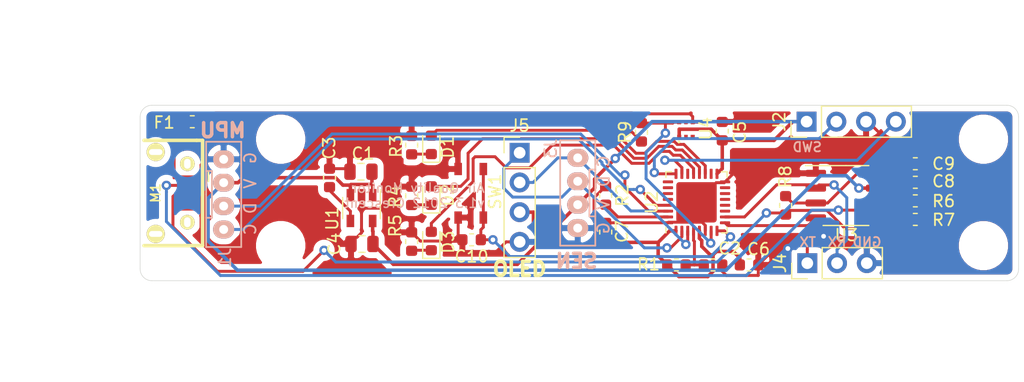
<source format=kicad_pcb>
(kicad_pcb (version 20171130) (host pcbnew "(5.1.2)-1")

  (general
    (thickness 1.6)
    (drawings 24)
    (tracks 404)
    (zones 0)
    (modules 38)
    (nets 29)
  )

  (page A4)
  (title_block
    (title "Environment Monitor")
    (date 2020-12-31)
    (rev v1.3)
    (company Crescent)
  )

  (layers
    (0 F.Cu signal)
    (31 B.Cu signal)
    (32 B.Adhes user)
    (33 F.Adhes user)
    (34 B.Paste user)
    (35 F.Paste user)
    (36 B.SilkS user)
    (37 F.SilkS user)
    (38 B.Mask user)
    (39 F.Mask user)
    (40 Dwgs.User user)
    (41 Cmts.User user)
    (42 Eco1.User user)
    (43 Eco2.User user)
    (44 Edge.Cuts user)
    (45 Margin user)
    (46 B.CrtYd user)
    (47 F.CrtYd user)
    (48 B.Fab user)
    (49 F.Fab user hide)
  )

  (setup
    (last_trace_width 0.25)
    (trace_clearance 0.18)
    (zone_clearance 0.508)
    (zone_45_only no)
    (trace_min 0.2)
    (via_size 0.8)
    (via_drill 0.4)
    (via_min_size 0.4)
    (via_min_drill 0.3)
    (uvia_size 0.3)
    (uvia_drill 0.1)
    (uvias_allowed no)
    (uvia_min_size 0.2)
    (uvia_min_drill 0.1)
    (edge_width 0.05)
    (segment_width 0.2)
    (pcb_text_width 0.3)
    (pcb_text_size 1.5 1.5)
    (mod_edge_width 0.12)
    (mod_text_size 1 1)
    (mod_text_width 0.15)
    (pad_size 1.524 1.524)
    (pad_drill 0.762)
    (pad_to_mask_clearance 0.051)
    (solder_mask_min_width 0.25)
    (aux_axis_origin 0 0)
    (visible_elements 7FFFFFFF)
    (pcbplotparams
      (layerselection 0x010fc_ffffffff)
      (usegerberextensions true)
      (usegerberattributes false)
      (usegerberadvancedattributes false)
      (creategerberjobfile false)
      (excludeedgelayer true)
      (linewidth 0.100000)
      (plotframeref false)
      (viasonmask false)
      (mode 1)
      (useauxorigin false)
      (hpglpennumber 1)
      (hpglpenspeed 20)
      (hpglpendiameter 15.000000)
      (psnegative false)
      (psa4output false)
      (plotreference true)
      (plotvalue true)
      (plotinvisibletext false)
      (padsonsilk false)
      (subtractmaskfromsilk true)
      (outputformat 1)
      (mirror false)
      (drillshape 0)
      (scaleselection 1)
      (outputdirectory "gerber/"))
  )

  (net 0 "")
  (net 1 +3V3)
  (net 2 "Net-(C3-Pad1)")
  (net 3 /SDA_SEN)
  (net 4 /SCL_SEN)
  (net 5 /SWDIO)
  (net 6 GND)
  (net 7 /5V)
  (net 8 "Net-(C2-Pad1)")
  (net 9 "Net-(D1-Pad1)")
  (net 10 /SWCLK)
  (net 11 /TX)
  (net 12 /RX)
  (net 13 "Net-(R2-Pad1)")
  (net 14 /LED1)
  (net 15 "Net-(D2-Pad1)")
  (net 16 /LED2)
  (net 17 /LED3)
  (net 18 "Net-(D3-Pad1)")
  (net 19 "Net-(C9-Pad1)")
  (net 20 /PUSH)
  (net 21 /PHOTO)
  (net 22 "Net-(F1-Pad2)")
  (net 23 /SDA_MPU)
  (net 24 /SCL_MPU)
  (net 25 /DP)
  (net 26 /DM)
  (net 27 "Net-(R6-Pad2)")
  (net 28 "Net-(R7-Pad2)")

  (net_class Default "これはデフォルトのネット クラスです。"
    (clearance 0.18)
    (trace_width 0.25)
    (via_dia 0.8)
    (via_drill 0.4)
    (uvia_dia 0.3)
    (uvia_drill 0.1)
    (add_net /DM)
    (add_net /DP)
    (add_net /LED1)
    (add_net /LED2)
    (add_net /LED3)
    (add_net /PHOTO)
    (add_net /PUSH)
    (add_net /RX)
    (add_net /SCL_MPU)
    (add_net /SCL_SEN)
    (add_net /SDA_MPU)
    (add_net /SDA_SEN)
    (add_net /SWCLK)
    (add_net /SWDIO)
    (add_net /TX)
    (add_net GND)
    (add_net "Net-(C2-Pad1)")
    (add_net "Net-(C3-Pad1)")
    (add_net "Net-(C9-Pad1)")
    (add_net "Net-(D1-Pad1)")
    (add_net "Net-(D2-Pad1)")
    (add_net "Net-(D3-Pad1)")
    (add_net "Net-(F1-Pad2)")
    (add_net "Net-(R2-Pad1)")
    (add_net "Net-(R6-Pad2)")
    (add_net "Net-(R7-Pad2)")
  )

  (net_class POW ""
    (clearance 0.18)
    (trace_width 0.3)
    (via_dia 0.8)
    (via_drill 0.4)
    (uvia_dia 0.3)
    (uvia_drill 0.1)
    (add_net +3V3)
    (add_net /5V)
  )

  (module MountingHole:MountingHole_3.2mm_M3 locked (layer F.Cu) (tedit 56D1B4CB) (tstamp 5F968A39)
    (at 207 91)
    (descr "Mounting Hole 3.2mm, no annular, M3")
    (tags "mounting hole 3.2mm no annular m3")
    (attr virtual)
    (fp_text reference REF4 (at 0.23 4.48) (layer F.SilkS) hide
      (effects (font (size 1 1) (thickness 0.15)))
    )
    (fp_text value MountingHole_3.2mm_M3 (at 0 4.2) (layer F.Fab)
      (effects (font (size 1 1) (thickness 0.15)))
    )
    (fp_circle (center 0 0) (end 3.45 0) (layer F.CrtYd) (width 0.05))
    (fp_circle (center 0 0) (end 3.2 0) (layer Cmts.User) (width 0.15))
    (fp_text user %R (at 0.3 0) (layer F.Fab)
      (effects (font (size 1 1) (thickness 0.15)))
    )
    (pad 1 np_thru_hole circle (at 0 0) (size 3.2 3.2) (drill 3.2) (layers *.Cu *.Mask))
  )

  (module MountingHole:MountingHole_3.2mm_M3 locked (layer F.Cu) (tedit 56D1B4CB) (tstamp 5F968A23)
    (at 207 81.9)
    (descr "Mounting Hole 3.2mm, no annular, M3")
    (tags "mounting hole 3.2mm no annular m3")
    (attr virtual)
    (fp_text reference REF3 (at 0 -4.2) (layer F.SilkS) hide
      (effects (font (size 1 1) (thickness 0.15)))
    )
    (fp_text value MountingHole_3.2mm_M3 (at 0 4.2) (layer F.Fab)
      (effects (font (size 1 1) (thickness 0.15)))
    )
    (fp_text user %R (at 0.3 0) (layer F.Fab)
      (effects (font (size 1 1) (thickness 0.15)))
    )
    (fp_circle (center 0 0) (end 3.2 0) (layer Cmts.User) (width 0.15))
    (fp_circle (center 0 0) (end 3.45 0) (layer F.CrtYd) (width 0.05))
    (pad 1 np_thru_hole circle (at 0 0) (size 3.2 3.2) (drill 3.2) (layers *.Cu *.Mask))
  )

  (module Package_DFN_QFN:QFN-32-1EP_5x5mm_P0.5mm_EP3.45x3.45mm (layer F.Cu) (tedit 5B4E85CE) (tstamp 5F77EE2F)
    (at 182.5 87.3 90)
    (descr "QFN, 32 Pin (http://www.analog.com/media/en/package-pcb-resources/package/pkg_pdf/ltc-legacy-qfn/QFN_32_05-08-1693.pdf), generated with kicad-footprint-generator ipc_dfn_qfn_generator.py")
    (tags "QFN DFN_QFN")
    (path /5F7804BB)
    (attr smd)
    (fp_text reference U2 (at 0 -3.82 90) (layer F.SilkS)
      (effects (font (size 1 1) (thickness 0.15)))
    )
    (fp_text value STM32F301K8Ux (at 0 3.82 90) (layer F.Fab)
      (effects (font (size 1 1) (thickness 0.15)))
    )
    (fp_text user %R (at 0 0 90) (layer F.Fab)
      (effects (font (size 1 1) (thickness 0.15)))
    )
    (fp_line (start 3.12 -3.12) (end -3.12 -3.12) (layer F.CrtYd) (width 0.05))
    (fp_line (start 3.12 3.12) (end 3.12 -3.12) (layer F.CrtYd) (width 0.05))
    (fp_line (start -3.12 3.12) (end 3.12 3.12) (layer F.CrtYd) (width 0.05))
    (fp_line (start -3.12 -3.12) (end -3.12 3.12) (layer F.CrtYd) (width 0.05))
    (fp_line (start -2.5 -1.5) (end -1.5 -2.5) (layer F.Fab) (width 0.1))
    (fp_line (start -2.5 2.5) (end -2.5 -1.5) (layer F.Fab) (width 0.1))
    (fp_line (start 2.5 2.5) (end -2.5 2.5) (layer F.Fab) (width 0.1))
    (fp_line (start 2.5 -2.5) (end 2.5 2.5) (layer F.Fab) (width 0.1))
    (fp_line (start -1.5 -2.5) (end 2.5 -2.5) (layer F.Fab) (width 0.1))
    (fp_line (start -2.135 -2.61) (end -2.61 -2.61) (layer F.SilkS) (width 0.12))
    (fp_line (start 2.61 2.61) (end 2.61 2.135) (layer F.SilkS) (width 0.12))
    (fp_line (start 2.135 2.61) (end 2.61 2.61) (layer F.SilkS) (width 0.12))
    (fp_line (start -2.61 2.61) (end -2.61 2.135) (layer F.SilkS) (width 0.12))
    (fp_line (start -2.135 2.61) (end -2.61 2.61) (layer F.SilkS) (width 0.12))
    (fp_line (start 2.61 -2.61) (end 2.61 -2.135) (layer F.SilkS) (width 0.12))
    (fp_line (start 2.135 -2.61) (end 2.61 -2.61) (layer F.SilkS) (width 0.12))
    (pad 32 smd roundrect (at -1.75 -2.4375 90) (size 0.25 0.875) (layers F.Cu F.Paste F.Mask) (roundrect_rratio 0.25)
      (net 6 GND))
    (pad 31 smd roundrect (at -1.25 -2.4375 90) (size 0.25 0.875) (layers F.Cu F.Paste F.Mask) (roundrect_rratio 0.25)
      (net 13 "Net-(R2-Pad1)"))
    (pad 30 smd roundrect (at -0.75 -2.4375 90) (size 0.25 0.875) (layers F.Cu F.Paste F.Mask) (roundrect_rratio 0.25)
      (net 23 /SDA_MPU))
    (pad 29 smd roundrect (at -0.25 -2.4375 90) (size 0.25 0.875) (layers F.Cu F.Paste F.Mask) (roundrect_rratio 0.25)
      (net 24 /SCL_MPU))
    (pad 28 smd roundrect (at 0.25 -2.4375 90) (size 0.25 0.875) (layers F.Cu F.Paste F.Mask) (roundrect_rratio 0.25))
    (pad 27 smd roundrect (at 0.75 -2.4375 90) (size 0.25 0.875) (layers F.Cu F.Paste F.Mask) (roundrect_rratio 0.25))
    (pad 26 smd roundrect (at 1.25 -2.4375 90) (size 0.25 0.875) (layers F.Cu F.Paste F.Mask) (roundrect_rratio 0.25))
    (pad 25 smd roundrect (at 1.75 -2.4375 90) (size 0.25 0.875) (layers F.Cu F.Paste F.Mask) (roundrect_rratio 0.25))
    (pad 24 smd roundrect (at 2.4375 -1.75 90) (size 0.875 0.25) (layers F.Cu F.Paste F.Mask) (roundrect_rratio 0.25)
      (net 10 /SWCLK))
    (pad 23 smd roundrect (at 2.4375 -1.25 90) (size 0.875 0.25) (layers F.Cu F.Paste F.Mask) (roundrect_rratio 0.25)
      (net 5 /SWDIO))
    (pad 22 smd roundrect (at 2.4375 -0.75 90) (size 0.875 0.25) (layers F.Cu F.Paste F.Mask) (roundrect_rratio 0.25))
    (pad 21 smd roundrect (at 2.4375 -0.25 90) (size 0.875 0.25) (layers F.Cu F.Paste F.Mask) (roundrect_rratio 0.25)
      (net 17 /LED3))
    (pad 20 smd roundrect (at 2.4375 0.25 90) (size 0.875 0.25) (layers F.Cu F.Paste F.Mask) (roundrect_rratio 0.25)
      (net 16 /LED2))
    (pad 19 smd roundrect (at 2.4375 0.75 90) (size 0.875 0.25) (layers F.Cu F.Paste F.Mask) (roundrect_rratio 0.25)
      (net 14 /LED1))
    (pad 18 smd roundrect (at 2.4375 1.25 90) (size 0.875 0.25) (layers F.Cu F.Paste F.Mask) (roundrect_rratio 0.25))
    (pad 17 smd roundrect (at 2.4375 1.75 90) (size 0.875 0.25) (layers F.Cu F.Paste F.Mask) (roundrect_rratio 0.25)
      (net 1 +3V3))
    (pad 16 smd roundrect (at 1.75 2.4375 90) (size 0.25 0.875) (layers F.Cu F.Paste F.Mask) (roundrect_rratio 0.25)
      (net 6 GND))
    (pad 15 smd roundrect (at 1.25 2.4375 90) (size 0.25 0.875) (layers F.Cu F.Paste F.Mask) (roundrect_rratio 0.25))
    (pad 14 smd roundrect (at 0.75 2.4375 90) (size 0.25 0.875) (layers F.Cu F.Paste F.Mask) (roundrect_rratio 0.25))
    (pad 13 smd roundrect (at 0.25 2.4375 90) (size 0.25 0.875) (layers F.Cu F.Paste F.Mask) (roundrect_rratio 0.25))
    (pad 12 smd roundrect (at -0.25 2.4375 90) (size 0.25 0.875) (layers F.Cu F.Paste F.Mask) (roundrect_rratio 0.25))
    (pad 11 smd roundrect (at -0.75 2.4375 90) (size 0.25 0.875) (layers F.Cu F.Paste F.Mask) (roundrect_rratio 0.25))
    (pad 10 smd roundrect (at -1.25 2.4375 90) (size 0.25 0.875) (layers F.Cu F.Paste F.Mask) (roundrect_rratio 0.25)
      (net 12 /RX))
    (pad 9 smd roundrect (at -1.75 2.4375 90) (size 0.25 0.875) (layers F.Cu F.Paste F.Mask) (roundrect_rratio 0.25)
      (net 11 /TX))
    (pad 8 smd roundrect (at -2.4375 1.75 90) (size 0.875 0.25) (layers F.Cu F.Paste F.Mask) (roundrect_rratio 0.25)
      (net 20 /PUSH))
    (pad 7 smd roundrect (at -2.4375 1.25 90) (size 0.875 0.25) (layers F.Cu F.Paste F.Mask) (roundrect_rratio 0.25)
      (net 21 /PHOTO))
    (pad 6 smd roundrect (at -2.4375 0.75 90) (size 0.875 0.25) (layers F.Cu F.Paste F.Mask) (roundrect_rratio 0.25)
      (net 6 GND))
    (pad 5 smd roundrect (at -2.4375 0.25 90) (size 0.875 0.25) (layers F.Cu F.Paste F.Mask) (roundrect_rratio 0.25)
      (net 1 +3V3))
    (pad 4 smd roundrect (at -2.4375 -0.25 90) (size 0.875 0.25) (layers F.Cu F.Paste F.Mask) (roundrect_rratio 0.25)
      (net 8 "Net-(C2-Pad1)"))
    (pad 3 smd roundrect (at -2.4375 -0.75 90) (size 0.875 0.25) (layers F.Cu F.Paste F.Mask) (roundrect_rratio 0.25)
      (net 4 /SCL_SEN))
    (pad 2 smd roundrect (at -2.4375 -1.25 90) (size 0.875 0.25) (layers F.Cu F.Paste F.Mask) (roundrect_rratio 0.25)
      (net 3 /SDA_SEN))
    (pad 1 smd roundrect (at -2.4375 -1.75 90) (size 0.875 0.25) (layers F.Cu F.Paste F.Mask) (roundrect_rratio 0.25)
      (net 1 +3V3))
    (pad "" smd roundrect (at 1.15 1.15 90) (size 0.93 0.93) (layers F.Paste) (roundrect_rratio 0.25))
    (pad "" smd roundrect (at 1.15 0 90) (size 0.93 0.93) (layers F.Paste) (roundrect_rratio 0.25))
    (pad "" smd roundrect (at 1.15 -1.15 90) (size 0.93 0.93) (layers F.Paste) (roundrect_rratio 0.25))
    (pad "" smd roundrect (at 0 1.15 90) (size 0.93 0.93) (layers F.Paste) (roundrect_rratio 0.25))
    (pad "" smd roundrect (at 0 0 90) (size 0.93 0.93) (layers F.Paste) (roundrect_rratio 0.25))
    (pad "" smd roundrect (at 0 -1.15 90) (size 0.93 0.93) (layers F.Paste) (roundrect_rratio 0.25))
    (pad "" smd roundrect (at -1.15 1.15 90) (size 0.93 0.93) (layers F.Paste) (roundrect_rratio 0.25))
    (pad "" smd roundrect (at -1.15 0 90) (size 0.93 0.93) (layers F.Paste) (roundrect_rratio 0.25))
    (pad "" smd roundrect (at -1.15 -1.15 90) (size 0.93 0.93) (layers F.Paste) (roundrect_rratio 0.25))
    (pad 33 smd roundrect (at 0 0 90) (size 3.45 3.45) (layers F.Cu F.Mask) (roundrect_rratio 0.072464)
      (net 6 GND))
    (model ${KISYS3DMOD}/Package_DFN_QFN.3dshapes/QFN-32-1EP_5x5mm_P0.5mm_EP3.45x3.45mm.wrl
      (at (xyz 0 0 0))
      (scale (xyz 1 1 1))
      (rotate (xyz 0 0 0))
    )
  )

  (module MountingHole:MountingHole_3.2mm_M3 locked (layer F.Cu) (tedit 56D1B4CB) (tstamp 5F73A165)
    (at 147 91)
    (descr "Mounting Hole 3.2mm, no annular, M3")
    (tags "mounting hole 3.2mm no annular m3")
    (attr virtual)
    (fp_text reference REF2 (at 0 -4.2) (layer F.SilkS) hide
      (effects (font (size 1 1) (thickness 0.15)))
    )
    (fp_text value MountingHole_3.2mm_M3 (at 0 4.2) (layer F.Fab)
      (effects (font (size 1 1) (thickness 0.15)))
    )
    (fp_text user %R (at 0.3 0) (layer F.Fab)
      (effects (font (size 1 1) (thickness 0.15)))
    )
    (fp_circle (center 0 0) (end 3.2 0) (layer Cmts.User) (width 0.15))
    (fp_circle (center 0 0) (end 3.45 0) (layer F.CrtYd) (width 0.05))
    (pad 1 np_thru_hole circle (at 0 0) (size 3.2 3.2) (drill 3.2) (layers *.Cu *.Mask))
  )

  (module MountingHole:MountingHole_3.2mm_M3 locked (layer F.Cu) (tedit 56D1B4CB) (tstamp 5F73A126)
    (at 147 81.9)
    (descr "Mounting Hole 3.2mm, no annular, M3")
    (tags "mounting hole 3.2mm no annular m3")
    (attr virtual)
    (fp_text reference REF1 (at 0 -4.2) (layer F.SilkS) hide
      (effects (font (size 1 1) (thickness 0.15)))
    )
    (fp_text value MountingHole_3.2mm_M3 (at 0 4.2) (layer F.Fab)
      (effects (font (size 1 1) (thickness 0.15)))
    )
    (fp_circle (center 0 0) (end 3.45 0) (layer F.CrtYd) (width 0.05))
    (fp_circle (center 0 0) (end 3.2 0) (layer Cmts.User) (width 0.15))
    (fp_text user %R (at 0.3 0) (layer F.Fab)
      (effects (font (size 1 1) (thickness 0.15)))
    )
    (pad 1 np_thru_hole circle (at 0 0) (size 3.2 3.2) (drill 3.2) (layers *.Cu *.Mask))
  )

  (module Connector_PinHeader_2.54mm:PinHeader_1x04_P2.54mm_Vertical (layer F.Cu) (tedit 59FED5CC) (tstamp 5F968C1A)
    (at 191.9 80.4 90)
    (descr "Through hole straight pin header, 1x04, 2.54mm pitch, single row")
    (tags "Through hole pin header THT 1x04 2.54mm single row")
    (path /5F08D49A)
    (fp_text reference J2 (at 0 -2.33 90) (layer F.SilkS)
      (effects (font (size 1 1) (thickness 0.15)))
    )
    (fp_text value SWD (at 0 9.95 90) (layer F.Fab)
      (effects (font (size 1 1) (thickness 0.15)))
    )
    (fp_text user %R (at 0 3.81) (layer F.Fab)
      (effects (font (size 1 1) (thickness 0.15)))
    )
    (fp_line (start 1.8 -1.8) (end -1.8 -1.8) (layer F.CrtYd) (width 0.05))
    (fp_line (start 1.8 9.4) (end 1.8 -1.8) (layer F.CrtYd) (width 0.05))
    (fp_line (start -1.8 9.4) (end 1.8 9.4) (layer F.CrtYd) (width 0.05))
    (fp_line (start -1.8 -1.8) (end -1.8 9.4) (layer F.CrtYd) (width 0.05))
    (fp_line (start -1.33 -1.33) (end 0 -1.33) (layer F.SilkS) (width 0.12))
    (fp_line (start -1.33 0) (end -1.33 -1.33) (layer F.SilkS) (width 0.12))
    (fp_line (start -1.33 1.27) (end 1.33 1.27) (layer F.SilkS) (width 0.12))
    (fp_line (start 1.33 1.27) (end 1.33 8.95) (layer F.SilkS) (width 0.12))
    (fp_line (start -1.33 1.27) (end -1.33 8.95) (layer F.SilkS) (width 0.12))
    (fp_line (start -1.33 8.95) (end 1.33 8.95) (layer F.SilkS) (width 0.12))
    (fp_line (start -1.27 -0.635) (end -0.635 -1.27) (layer F.Fab) (width 0.1))
    (fp_line (start -1.27 8.89) (end -1.27 -0.635) (layer F.Fab) (width 0.1))
    (fp_line (start 1.27 8.89) (end -1.27 8.89) (layer F.Fab) (width 0.1))
    (fp_line (start 1.27 -1.27) (end 1.27 8.89) (layer F.Fab) (width 0.1))
    (fp_line (start -0.635 -1.27) (end 1.27 -1.27) (layer F.Fab) (width 0.1))
    (pad 4 thru_hole oval (at 0 7.62 90) (size 1.7 1.7) (drill 1) (layers *.Cu *.Mask)
      (net 5 /SWDIO))
    (pad 3 thru_hole oval (at 0 5.08 90) (size 1.7 1.7) (drill 1) (layers *.Cu *.Mask)
      (net 6 GND))
    (pad 2 thru_hole oval (at 0 2.54 90) (size 1.7 1.7) (drill 1) (layers *.Cu *.Mask)
      (net 10 /SWCLK))
    (pad 1 thru_hole rect (at 0 0 90) (size 1.7 1.7) (drill 1) (layers *.Cu *.Mask)
      (net 1 +3V3))
    (model ${KISYS3DMOD}/Connector_PinHeader_2.54mm.3dshapes/PinHeader_1x04_P2.54mm_Vertical.wrl
      (at (xyz 0 0 0))
      (scale (xyz 1 1 1))
      (rotate (xyz 0 0 0))
    )
  )

  (module Package_TO_SOT_SMD:SOT-23-5 (layer F.Cu) (tedit 5A02FF57) (tstamp 5FB5299E)
    (at 153.9 87.79 270)
    (descr "5-pin SOT23 package")
    (tags SOT-23-5)
    (path /5F05D2B8)
    (attr smd)
    (fp_text reference U1 (at 0.91 2.5 90) (layer F.SilkS)
      (effects (font (size 1 1) (thickness 0.15)))
    )
    (fp_text value LD3985M33R_SOT23 (at 0 2.9 90) (layer F.Fab)
      (effects (font (size 1 1) (thickness 0.15)))
    )
    (fp_line (start 0.9 -1.55) (end 0.9 1.55) (layer F.Fab) (width 0.1))
    (fp_line (start 0.9 1.55) (end -0.9 1.55) (layer F.Fab) (width 0.1))
    (fp_line (start -0.9 -0.9) (end -0.9 1.55) (layer F.Fab) (width 0.1))
    (fp_line (start 0.9 -1.55) (end -0.25 -1.55) (layer F.Fab) (width 0.1))
    (fp_line (start -0.9 -0.9) (end -0.25 -1.55) (layer F.Fab) (width 0.1))
    (fp_line (start -1.9 1.8) (end -1.9 -1.8) (layer F.CrtYd) (width 0.05))
    (fp_line (start 1.9 1.8) (end -1.9 1.8) (layer F.CrtYd) (width 0.05))
    (fp_line (start 1.9 -1.8) (end 1.9 1.8) (layer F.CrtYd) (width 0.05))
    (fp_line (start -1.9 -1.8) (end 1.9 -1.8) (layer F.CrtYd) (width 0.05))
    (fp_line (start 0.9 -1.61) (end -1.55 -1.61) (layer F.SilkS) (width 0.12))
    (fp_line (start -0.9 1.61) (end 0.9 1.61) (layer F.SilkS) (width 0.12))
    (fp_text user %R (at 0 0) (layer F.Fab)
      (effects (font (size 0.5 0.5) (thickness 0.075)))
    )
    (pad 5 smd rect (at 1.1 -0.95 270) (size 1.06 0.65) (layers F.Cu F.Paste F.Mask)
      (net 1 +3V3))
    (pad 4 smd rect (at 1.1 0.95 270) (size 1.06 0.65) (layers F.Cu F.Paste F.Mask)
      (net 2 "Net-(C3-Pad1)"))
    (pad 3 smd rect (at -1.1 0.95 270) (size 1.06 0.65) (layers F.Cu F.Paste F.Mask)
      (net 7 /5V))
    (pad 2 smd rect (at -1.1 0 270) (size 1.06 0.65) (layers F.Cu F.Paste F.Mask)
      (net 6 GND))
    (pad 1 smd rect (at -1.1 -0.95 270) (size 1.06 0.65) (layers F.Cu F.Paste F.Mask)
      (net 7 /5V))
    (model ${KISYS3DMOD}/Package_TO_SOT_SMD.3dshapes/SOT-23-5.wrl
      (at (xyz 0 0 0))
      (scale (xyz 1 1 1))
      (rotate (xyz 0 0 0))
    )
  )

  (module GroveCon:GROVE (layer B.Cu) (tedit 5A912222) (tstamp 5F77EFB5)
    (at 172.36 83.5 270)
    (path /5F05E70B)
    (fp_text reference J3 (at -0.8 2.3 90) (layer B.SilkS)
      (effects (font (size 1 1) (thickness 0.15)) (justify mirror))
    )
    (fp_text value SENSOR (at 0.5 3 270) (layer B.Fab)
      (effects (font (size 1 1) (thickness 0.15)) (justify mirror))
    )
    (fp_line (start 7.5 -1.5) (end 3 -1.5) (layer B.SilkS) (width 0.15))
    (fp_line (start 7.5 1.5) (end 7.5 -1.5) (layer B.SilkS) (width 0.15))
    (fp_line (start -1.5 1.5) (end 7.5 1.5) (layer B.SilkS) (width 0.15))
    (fp_line (start -1.5 -1.5) (end -1.5 1.5) (layer B.SilkS) (width 0.15))
    (fp_line (start 3 -1.5) (end -1.5 -1.5) (layer B.SilkS) (width 0.15))
    (fp_line (start 1 -1) (end 1 -1.5) (layer B.SilkS) (width 0.15))
    (fp_line (start 5 -1) (end 1 -1) (layer B.SilkS) (width 0.15))
    (fp_line (start 5 -1.5) (end 5 -1) (layer B.SilkS) (width 0.15))
    (fp_text user G (at 6 -2.2 270) (layer B.SilkS)
      (effects (font (size 1 1) (thickness 0.15)) (justify mirror))
    )
    (fp_text user V (at 4 -2.2 270) (layer B.SilkS)
      (effects (font (size 1 1) (thickness 0.15)) (justify mirror))
    )
    (fp_text user D (at 2 -2.2 270) (layer B.SilkS)
      (effects (font (size 1 1) (thickness 0.15)) (justify mirror))
    )
    (fp_text user C (at 0.3 -2.2 270) (layer B.SilkS)
      (effects (font (size 1 1) (thickness 0.15)) (justify mirror))
    )
    (pad 4 thru_hole oval (at 6 0 270) (size 1.524 1.8) (drill 0.762) (layers *.Cu *.Paste *.Mask B.SilkS)
      (net 6 GND))
    (pad 3 thru_hole oval (at 4 0 270) (size 1.524 1.8) (drill 0.762) (layers *.Cu *.Paste *.Mask B.SilkS)
      (net 1 +3V3))
    (pad 2 thru_hole oval (at 2 0 270) (size 1.524 1.8) (drill 0.762) (layers *.Cu *.Paste *.Mask B.SilkS)
      (net 3 /SDA_SEN))
    (pad 1 thru_hole oval (at 0 0 270) (size 1.524 1.8) (drill 0.762) (layers *.Cu *.Paste *.Mask B.SilkS)
      (net 4 /SCL_SEN))
  )

  (module Capacitor_SMD:C_0603_1608Metric (layer F.Cu) (tedit 5B301BBE) (tstamp 5FB52F6F)
    (at 151.17 85.21 90)
    (descr "Capacitor SMD 0603 (1608 Metric), square (rectangular) end terminal, IPC_7351 nominal, (Body size source: http://www.tortai-tech.com/upload/download/2011102023233369053.pdf), generated with kicad-footprint-generator")
    (tags capacitor)
    (path /5F062083)
    (attr smd)
    (fp_text reference C3 (at 2.5525 -0.03 90) (layer F.SilkS)
      (effects (font (size 1 1) (thickness 0.15)))
    )
    (fp_text value 0.01u (at 0 1.43 90) (layer F.Fab)
      (effects (font (size 1 1) (thickness 0.15)))
    )
    (fp_text user %R (at 0 0 90) (layer F.Fab)
      (effects (font (size 0.4 0.4) (thickness 0.06)))
    )
    (fp_line (start 1.48 0.73) (end -1.48 0.73) (layer F.CrtYd) (width 0.05))
    (fp_line (start 1.48 -0.73) (end 1.48 0.73) (layer F.CrtYd) (width 0.05))
    (fp_line (start -1.48 -0.73) (end 1.48 -0.73) (layer F.CrtYd) (width 0.05))
    (fp_line (start -1.48 0.73) (end -1.48 -0.73) (layer F.CrtYd) (width 0.05))
    (fp_line (start -0.162779 0.51) (end 0.162779 0.51) (layer F.SilkS) (width 0.12))
    (fp_line (start -0.162779 -0.51) (end 0.162779 -0.51) (layer F.SilkS) (width 0.12))
    (fp_line (start 0.8 0.4) (end -0.8 0.4) (layer F.Fab) (width 0.1))
    (fp_line (start 0.8 -0.4) (end 0.8 0.4) (layer F.Fab) (width 0.1))
    (fp_line (start -0.8 -0.4) (end 0.8 -0.4) (layer F.Fab) (width 0.1))
    (fp_line (start -0.8 0.4) (end -0.8 -0.4) (layer F.Fab) (width 0.1))
    (pad 2 smd roundrect (at 0.7875 0 90) (size 0.875 0.95) (layers F.Cu F.Paste F.Mask) (roundrect_rratio 0.25)
      (net 6 GND))
    (pad 1 smd roundrect (at -0.7875 0 90) (size 0.875 0.95) (layers F.Cu F.Paste F.Mask) (roundrect_rratio 0.25)
      (net 2 "Net-(C3-Pad1)"))
    (model ${KISYS3DMOD}/Capacitor_SMD.3dshapes/C_0603_1608Metric.wrl
      (at (xyz 0 0 0))
      (scale (xyz 1 1 1))
      (rotate (xyz 0 0 0))
    )
  )

  (module Capacitor_SMD:C_0603_1608Metric (layer F.Cu) (tedit 5B301BBE) (tstamp 5F733EF5)
    (at 183.912 92.65)
    (descr "Capacitor SMD 0603 (1608 Metric), square (rectangular) end terminal, IPC_7351 nominal, (Body size source: http://www.tortai-tech.com/upload/download/2011102023233369053.pdf), generated with kicad-footprint-generator")
    (tags capacitor)
    (path /5F5EDAA1)
    (attr smd)
    (fp_text reference C2 (at 1.4275 -1.41) (layer F.SilkS)
      (effects (font (size 1 1) (thickness 0.15)))
    )
    (fp_text value 0.1u (at 0 1.43) (layer F.Fab)
      (effects (font (size 1 1) (thickness 0.15)))
    )
    (fp_text user %R (at 0 0) (layer F.Fab)
      (effects (font (size 0.4 0.4) (thickness 0.06)))
    )
    (fp_line (start 1.48 0.73) (end -1.48 0.73) (layer F.CrtYd) (width 0.05))
    (fp_line (start 1.48 -0.73) (end 1.48 0.73) (layer F.CrtYd) (width 0.05))
    (fp_line (start -1.48 -0.73) (end 1.48 -0.73) (layer F.CrtYd) (width 0.05))
    (fp_line (start -1.48 0.73) (end -1.48 -0.73) (layer F.CrtYd) (width 0.05))
    (fp_line (start -0.162779 0.51) (end 0.162779 0.51) (layer F.SilkS) (width 0.12))
    (fp_line (start -0.162779 -0.51) (end 0.162779 -0.51) (layer F.SilkS) (width 0.12))
    (fp_line (start 0.8 0.4) (end -0.8 0.4) (layer F.Fab) (width 0.1))
    (fp_line (start 0.8 -0.4) (end 0.8 0.4) (layer F.Fab) (width 0.1))
    (fp_line (start -0.8 -0.4) (end 0.8 -0.4) (layer F.Fab) (width 0.1))
    (fp_line (start -0.8 0.4) (end -0.8 -0.4) (layer F.Fab) (width 0.1))
    (pad 2 smd roundrect (at 0.7875 0) (size 0.875 0.95) (layers F.Cu F.Paste F.Mask) (roundrect_rratio 0.25)
      (net 6 GND))
    (pad 1 smd roundrect (at -0.7875 0) (size 0.875 0.95) (layers F.Cu F.Paste F.Mask) (roundrect_rratio 0.25)
      (net 8 "Net-(C2-Pad1)"))
    (model ${KISYS3DMOD}/Capacitor_SMD.3dshapes/C_0603_1608Metric.wrl
      (at (xyz 0 0 0))
      (scale (xyz 1 1 1))
      (rotate (xyz 0 0 0))
    )
  )

  (module Capacitor_SMD:C_0603_1608Metric (layer F.Cu) (tedit 5B301BBE) (tstamp 5F5CB49A)
    (at 184.7 81.2125 90)
    (descr "Capacitor SMD 0603 (1608 Metric), square (rectangular) end terminal, IPC_7351 nominal, (Body size source: http://www.tortai-tech.com/upload/download/2011102023233369053.pdf), generated with kicad-footprint-generator")
    (tags capacitor)
    (path /5F5D5437)
    (attr smd)
    (fp_text reference C5 (at -0.1 1.5 90) (layer F.SilkS)
      (effects (font (size 1 1) (thickness 0.15)))
    )
    (fp_text value 0.1u (at 0 1.43 90) (layer F.Fab)
      (effects (font (size 1 1) (thickness 0.15)))
    )
    (fp_line (start -0.8 0.4) (end -0.8 -0.4) (layer F.Fab) (width 0.1))
    (fp_line (start -0.8 -0.4) (end 0.8 -0.4) (layer F.Fab) (width 0.1))
    (fp_line (start 0.8 -0.4) (end 0.8 0.4) (layer F.Fab) (width 0.1))
    (fp_line (start 0.8 0.4) (end -0.8 0.4) (layer F.Fab) (width 0.1))
    (fp_line (start -0.162779 -0.51) (end 0.162779 -0.51) (layer F.SilkS) (width 0.12))
    (fp_line (start -0.162779 0.51) (end 0.162779 0.51) (layer F.SilkS) (width 0.12))
    (fp_line (start -1.48 0.73) (end -1.48 -0.73) (layer F.CrtYd) (width 0.05))
    (fp_line (start -1.48 -0.73) (end 1.48 -0.73) (layer F.CrtYd) (width 0.05))
    (fp_line (start 1.48 -0.73) (end 1.48 0.73) (layer F.CrtYd) (width 0.05))
    (fp_line (start 1.48 0.73) (end -1.48 0.73) (layer F.CrtYd) (width 0.05))
    (fp_text user %R (at 0 0 90) (layer F.Fab)
      (effects (font (size 0.4 0.4) (thickness 0.06)))
    )
    (pad 1 smd roundrect (at -0.7875 0 90) (size 0.875 0.95) (layers F.Cu F.Paste F.Mask) (roundrect_rratio 0.25)
      (net 1 +3V3))
    (pad 2 smd roundrect (at 0.7875 0 90) (size 0.875 0.95) (layers F.Cu F.Paste F.Mask) (roundrect_rratio 0.25)
      (net 6 GND))
    (model ${KISYS3DMOD}/Capacitor_SMD.3dshapes/C_0603_1608Metric.wrl
      (at (xyz 0 0 0))
      (scale (xyz 1 1 1))
      (rotate (xyz 0 0 0))
    )
  )

  (module Capacitor_SMD:C_0603_1608Metric (layer F.Cu) (tedit 5B301BBE) (tstamp 5F5CB4AB)
    (at 186.988 92.65)
    (descr "Capacitor SMD 0603 (1608 Metric), square (rectangular) end terminal, IPC_7351 nominal, (Body size source: http://www.tortai-tech.com/upload/download/2011102023233369053.pdf), generated with kicad-footprint-generator")
    (tags capacitor)
    (path /5F5D63DF)
    (attr smd)
    (fp_text reference C6 (at 0.8125 -1.35) (layer F.SilkS)
      (effects (font (size 1 1) (thickness 0.15)))
    )
    (fp_text value 0.1u (at 0 1.43) (layer F.Fab)
      (effects (font (size 1 1) (thickness 0.15)))
    )
    (fp_text user %R (at 0 0) (layer F.Fab)
      (effects (font (size 0.4 0.4) (thickness 0.06)))
    )
    (fp_line (start 1.48 0.73) (end -1.48 0.73) (layer F.CrtYd) (width 0.05))
    (fp_line (start 1.48 -0.73) (end 1.48 0.73) (layer F.CrtYd) (width 0.05))
    (fp_line (start -1.48 -0.73) (end 1.48 -0.73) (layer F.CrtYd) (width 0.05))
    (fp_line (start -1.48 0.73) (end -1.48 -0.73) (layer F.CrtYd) (width 0.05))
    (fp_line (start -0.162779 0.51) (end 0.162779 0.51) (layer F.SilkS) (width 0.12))
    (fp_line (start -0.162779 -0.51) (end 0.162779 -0.51) (layer F.SilkS) (width 0.12))
    (fp_line (start 0.8 0.4) (end -0.8 0.4) (layer F.Fab) (width 0.1))
    (fp_line (start 0.8 -0.4) (end 0.8 0.4) (layer F.Fab) (width 0.1))
    (fp_line (start -0.8 -0.4) (end 0.8 -0.4) (layer F.Fab) (width 0.1))
    (fp_line (start -0.8 0.4) (end -0.8 -0.4) (layer F.Fab) (width 0.1))
    (pad 2 smd roundrect (at 0.7875 0) (size 0.875 0.95) (layers F.Cu F.Paste F.Mask) (roundrect_rratio 0.25)
      (net 6 GND))
    (pad 1 smd roundrect (at -0.7875 0) (size 0.875 0.95) (layers F.Cu F.Paste F.Mask) (roundrect_rratio 0.25)
      (net 1 +3V3))
    (model ${KISYS3DMOD}/Capacitor_SMD.3dshapes/C_0603_1608Metric.wrl
      (at (xyz 0 0 0))
      (scale (xyz 1 1 1))
      (rotate (xyz 0 0 0))
    )
  )

  (module Capacitor_SMD:C_0603_1608Metric (layer F.Cu) (tedit 5B301BBE) (tstamp 5F5CB4BC)
    (at 174.75 89.8425 90)
    (descr "Capacitor SMD 0603 (1608 Metric), square (rectangular) end terminal, IPC_7351 nominal, (Body size source: http://www.tortai-tech.com/upload/download/2011102023233369053.pdf), generated with kicad-footprint-generator")
    (tags capacitor)
    (path /5F5D6DFF)
    (attr smd)
    (fp_text reference C7 (at 0.0525 1.39 90) (layer F.SilkS)
      (effects (font (size 1 1) (thickness 0.15)))
    )
    (fp_text value 0.1u (at 0 1.43 90) (layer F.Fab)
      (effects (font (size 1 1) (thickness 0.15)))
    )
    (fp_line (start -0.8 0.4) (end -0.8 -0.4) (layer F.Fab) (width 0.1))
    (fp_line (start -0.8 -0.4) (end 0.8 -0.4) (layer F.Fab) (width 0.1))
    (fp_line (start 0.8 -0.4) (end 0.8 0.4) (layer F.Fab) (width 0.1))
    (fp_line (start 0.8 0.4) (end -0.8 0.4) (layer F.Fab) (width 0.1))
    (fp_line (start -0.162779 -0.51) (end 0.162779 -0.51) (layer F.SilkS) (width 0.12))
    (fp_line (start -0.162779 0.51) (end 0.162779 0.51) (layer F.SilkS) (width 0.12))
    (fp_line (start -1.48 0.73) (end -1.48 -0.73) (layer F.CrtYd) (width 0.05))
    (fp_line (start -1.48 -0.73) (end 1.48 -0.73) (layer F.CrtYd) (width 0.05))
    (fp_line (start 1.48 -0.73) (end 1.48 0.73) (layer F.CrtYd) (width 0.05))
    (fp_line (start 1.48 0.73) (end -1.48 0.73) (layer F.CrtYd) (width 0.05))
    (fp_text user %R (at 0 0 90) (layer F.Fab)
      (effects (font (size 0.4 0.4) (thickness 0.06)))
    )
    (pad 1 smd roundrect (at -0.7875 0 90) (size 0.875 0.95) (layers F.Cu F.Paste F.Mask) (roundrect_rratio 0.25)
      (net 1 +3V3))
    (pad 2 smd roundrect (at 0.7875 0 90) (size 0.875 0.95) (layers F.Cu F.Paste F.Mask) (roundrect_rratio 0.25)
      (net 6 GND))
    (model ${KISYS3DMOD}/Capacitor_SMD.3dshapes/C_0603_1608Metric.wrl
      (at (xyz 0 0 0))
      (scale (xyz 1 1 1))
      (rotate (xyz 0 0 0))
    )
  )

  (module Diode_SMD:D_0603_1608Metric (layer F.Cu) (tedit 5B301BBE) (tstamp 5F5CB4CF)
    (at 159.86 82.388 90)
    (descr "Diode SMD 0603 (1608 Metric), square (rectangular) end terminal, IPC_7351 nominal, (Body size source: http://www.tortai-tech.com/upload/download/2011102023233369053.pdf), generated with kicad-footprint-generator")
    (tags diode)
    (path /5F61429B)
    (attr smd)
    (fp_text reference D1 (at -0.182 1.4 90) (layer F.SilkS)
      (effects (font (size 1 1) (thickness 0.15)))
    )
    (fp_text value LED (at 0 1.43 90) (layer F.Fab)
      (effects (font (size 1 1) (thickness 0.15)))
    )
    (fp_line (start 0.8 -0.4) (end -0.5 -0.4) (layer F.Fab) (width 0.1))
    (fp_line (start -0.5 -0.4) (end -0.8 -0.1) (layer F.Fab) (width 0.1))
    (fp_line (start -0.8 -0.1) (end -0.8 0.4) (layer F.Fab) (width 0.1))
    (fp_line (start -0.8 0.4) (end 0.8 0.4) (layer F.Fab) (width 0.1))
    (fp_line (start 0.8 0.4) (end 0.8 -0.4) (layer F.Fab) (width 0.1))
    (fp_line (start 0.8 -0.735) (end -1.485 -0.735) (layer F.SilkS) (width 0.12))
    (fp_line (start -1.485 -0.735) (end -1.485 0.735) (layer F.SilkS) (width 0.12))
    (fp_line (start -1.485 0.735) (end 0.8 0.735) (layer F.SilkS) (width 0.12))
    (fp_line (start -1.48 0.73) (end -1.48 -0.73) (layer F.CrtYd) (width 0.05))
    (fp_line (start -1.48 -0.73) (end 1.48 -0.73) (layer F.CrtYd) (width 0.05))
    (fp_line (start 1.48 -0.73) (end 1.48 0.73) (layer F.CrtYd) (width 0.05))
    (fp_line (start 1.48 0.73) (end -1.48 0.73) (layer F.CrtYd) (width 0.05))
    (fp_text user %R (at 0 0 90) (layer F.Fab)
      (effects (font (size 0.4 0.4) (thickness 0.06)))
    )
    (pad 1 smd roundrect (at -0.7875 0 90) (size 0.875 0.95) (layers F.Cu F.Paste F.Mask) (roundrect_rratio 0.25)
      (net 9 "Net-(D1-Pad1)"))
    (pad 2 smd roundrect (at 0.7875 0 90) (size 0.875 0.95) (layers F.Cu F.Paste F.Mask) (roundrect_rratio 0.25)
      (net 14 /LED1))
    (model ${KISYS3DMOD}/Diode_SMD.3dshapes/D_0603_1608Metric.wrl
      (at (xyz 0 0 0))
      (scale (xyz 1 1 1))
      (rotate (xyz 0 0 0))
    )
  )

  (module Connector_PinHeader_2.54mm:PinHeader_1x03_P2.54mm_Vertical (layer F.Cu) (tedit 59FED5CC) (tstamp 5F5CB4E6)
    (at 191.96 92.5 90)
    (descr "Through hole straight pin header, 1x03, 2.54mm pitch, single row")
    (tags "Through hole pin header THT 1x03 2.54mm single row")
    (path /5F635AF8)
    (fp_text reference J4 (at 0 -2.33 90) (layer F.SilkS)
      (effects (font (size 1 1) (thickness 0.15)))
    )
    (fp_text value Conn_01x03 (at 0 7.41 90) (layer F.Fab)
      (effects (font (size 1 1) (thickness 0.15)))
    )
    (fp_line (start -0.635 -1.27) (end 1.27 -1.27) (layer F.Fab) (width 0.1))
    (fp_line (start 1.27 -1.27) (end 1.27 6.35) (layer F.Fab) (width 0.1))
    (fp_line (start 1.27 6.35) (end -1.27 6.35) (layer F.Fab) (width 0.1))
    (fp_line (start -1.27 6.35) (end -1.27 -0.635) (layer F.Fab) (width 0.1))
    (fp_line (start -1.27 -0.635) (end -0.635 -1.27) (layer F.Fab) (width 0.1))
    (fp_line (start -1.33 6.41) (end 1.33 6.41) (layer F.SilkS) (width 0.12))
    (fp_line (start -1.33 1.27) (end -1.33 6.41) (layer F.SilkS) (width 0.12))
    (fp_line (start 1.33 1.27) (end 1.33 6.41) (layer F.SilkS) (width 0.12))
    (fp_line (start -1.33 1.27) (end 1.33 1.27) (layer F.SilkS) (width 0.12))
    (fp_line (start -1.33 0) (end -1.33 -1.33) (layer F.SilkS) (width 0.12))
    (fp_line (start -1.33 -1.33) (end 0 -1.33) (layer F.SilkS) (width 0.12))
    (fp_line (start -1.8 -1.8) (end -1.8 6.85) (layer F.CrtYd) (width 0.05))
    (fp_line (start -1.8 6.85) (end 1.8 6.85) (layer F.CrtYd) (width 0.05))
    (fp_line (start 1.8 6.85) (end 1.8 -1.8) (layer F.CrtYd) (width 0.05))
    (fp_line (start 1.8 -1.8) (end -1.8 -1.8) (layer F.CrtYd) (width 0.05))
    (fp_text user %R (at 0 2.54) (layer F.Fab)
      (effects (font (size 1 1) (thickness 0.15)))
    )
    (pad 1 thru_hole rect (at 0 0 90) (size 1.7 1.7) (drill 1) (layers *.Cu *.Mask)
      (net 11 /TX))
    (pad 2 thru_hole oval (at 0 2.54 90) (size 1.7 1.7) (drill 1) (layers *.Cu *.Mask)
      (net 12 /RX))
    (pad 3 thru_hole oval (at 0 5.08 90) (size 1.7 1.7) (drill 1) (layers *.Cu *.Mask)
      (net 6 GND))
    (model ${KISYS3DMOD}/Connector_PinHeader_2.54mm.3dshapes/PinHeader_1x03_P2.54mm_Vertical.wrl
      (at (xyz 0 0 0))
      (scale (xyz 1 1 1))
      (rotate (xyz 0 0 0))
    )
  )

  (module Resistor_SMD:R_0603_1608Metric (layer F.Cu) (tedit 5B301BBD) (tstamp 5F5CB4F7)
    (at 180.788 92.65)
    (descr "Resistor SMD 0603 (1608 Metric), square (rectangular) end terminal, IPC_7351 nominal, (Body size source: http://www.tortai-tech.com/upload/download/2011102023233369053.pdf), generated with kicad-footprint-generator")
    (tags resistor)
    (path /5F5E4ABA)
    (attr smd)
    (fp_text reference R1 (at -2.388 -0.05) (layer F.SilkS)
      (effects (font (size 1 1) (thickness 0.15)))
    )
    (fp_text value 10k (at 0 1.43) (layer F.Fab)
      (effects (font (size 1 1) (thickness 0.15)))
    )
    (fp_line (start -0.8 0.4) (end -0.8 -0.4) (layer F.Fab) (width 0.1))
    (fp_line (start -0.8 -0.4) (end 0.8 -0.4) (layer F.Fab) (width 0.1))
    (fp_line (start 0.8 -0.4) (end 0.8 0.4) (layer F.Fab) (width 0.1))
    (fp_line (start 0.8 0.4) (end -0.8 0.4) (layer F.Fab) (width 0.1))
    (fp_line (start -0.162779 -0.51) (end 0.162779 -0.51) (layer F.SilkS) (width 0.12))
    (fp_line (start -0.162779 0.51) (end 0.162779 0.51) (layer F.SilkS) (width 0.12))
    (fp_line (start -1.48 0.73) (end -1.48 -0.73) (layer F.CrtYd) (width 0.05))
    (fp_line (start -1.48 -0.73) (end 1.48 -0.73) (layer F.CrtYd) (width 0.05))
    (fp_line (start 1.48 -0.73) (end 1.48 0.73) (layer F.CrtYd) (width 0.05))
    (fp_line (start 1.48 0.73) (end -1.48 0.73) (layer F.CrtYd) (width 0.05))
    (fp_text user %R (at 0 0) (layer F.Fab)
      (effects (font (size 0.4 0.4) (thickness 0.06)))
    )
    (pad 1 smd roundrect (at -0.7875 0) (size 0.875 0.95) (layers F.Cu F.Paste F.Mask) (roundrect_rratio 0.25)
      (net 1 +3V3))
    (pad 2 smd roundrect (at 0.7875 0) (size 0.875 0.95) (layers F.Cu F.Paste F.Mask) (roundrect_rratio 0.25)
      (net 8 "Net-(C2-Pad1)"))
    (model ${KISYS3DMOD}/Resistor_SMD.3dshapes/R_0603_1608Metric.wrl
      (at (xyz 0 0 0))
      (scale (xyz 1 1 1))
      (rotate (xyz 0 0 0))
    )
  )

  (module Resistor_SMD:R_0603_1608Metric (layer F.Cu) (tedit 5B301BBD) (tstamp 5F5CB508)
    (at 174.74 86.71 90)
    (descr "Resistor SMD 0603 (1608 Metric), square (rectangular) end terminal, IPC_7351 nominal, (Body size source: http://www.tortai-tech.com/upload/download/2011102023233369053.pdf), generated with kicad-footprint-generator")
    (tags resistor)
    (path /5F5E9AD0)
    (attr smd)
    (fp_text reference R2 (at 0.01 1.43 90) (layer F.SilkS)
      (effects (font (size 1 1) (thickness 0.15)))
    )
    (fp_text value 10k (at 0 1.43 90) (layer F.Fab)
      (effects (font (size 1 1) (thickness 0.15)))
    )
    (fp_text user %R (at 0 0 90) (layer F.Fab)
      (effects (font (size 0.4 0.4) (thickness 0.06)))
    )
    (fp_line (start 1.48 0.73) (end -1.48 0.73) (layer F.CrtYd) (width 0.05))
    (fp_line (start 1.48 -0.73) (end 1.48 0.73) (layer F.CrtYd) (width 0.05))
    (fp_line (start -1.48 -0.73) (end 1.48 -0.73) (layer F.CrtYd) (width 0.05))
    (fp_line (start -1.48 0.73) (end -1.48 -0.73) (layer F.CrtYd) (width 0.05))
    (fp_line (start -0.162779 0.51) (end 0.162779 0.51) (layer F.SilkS) (width 0.12))
    (fp_line (start -0.162779 -0.51) (end 0.162779 -0.51) (layer F.SilkS) (width 0.12))
    (fp_line (start 0.8 0.4) (end -0.8 0.4) (layer F.Fab) (width 0.1))
    (fp_line (start 0.8 -0.4) (end 0.8 0.4) (layer F.Fab) (width 0.1))
    (fp_line (start -0.8 -0.4) (end 0.8 -0.4) (layer F.Fab) (width 0.1))
    (fp_line (start -0.8 0.4) (end -0.8 -0.4) (layer F.Fab) (width 0.1))
    (pad 2 smd roundrect (at 0.7875 0 90) (size 0.875 0.95) (layers F.Cu F.Paste F.Mask) (roundrect_rratio 0.25)
      (net 6 GND))
    (pad 1 smd roundrect (at -0.7875 0 90) (size 0.875 0.95) (layers F.Cu F.Paste F.Mask) (roundrect_rratio 0.25)
      (net 13 "Net-(R2-Pad1)"))
    (model ${KISYS3DMOD}/Resistor_SMD.3dshapes/R_0603_1608Metric.wrl
      (at (xyz 0 0 0))
      (scale (xyz 1 1 1))
      (rotate (xyz 0 0 0))
    )
  )

  (module Resistor_SMD:R_0603_1608Metric (layer F.Cu) (tedit 5B301BBD) (tstamp 5F5CB519)
    (at 158.18 82.408 90)
    (descr "Resistor SMD 0603 (1608 Metric), square (rectangular) end terminal, IPC_7351 nominal, (Body size source: http://www.tortai-tech.com/upload/download/2011102023233369053.pdf), generated with kicad-footprint-generator")
    (tags resistor)
    (path /5F615760)
    (attr smd)
    (fp_text reference R3 (at -0.102 -1.32 90) (layer F.SilkS)
      (effects (font (size 1 1) (thickness 0.15)))
    )
    (fp_text value 1k (at 0 1.43 90) (layer F.Fab)
      (effects (font (size 1 1) (thickness 0.15)))
    )
    (fp_line (start -0.8 0.4) (end -0.8 -0.4) (layer F.Fab) (width 0.1))
    (fp_line (start -0.8 -0.4) (end 0.8 -0.4) (layer F.Fab) (width 0.1))
    (fp_line (start 0.8 -0.4) (end 0.8 0.4) (layer F.Fab) (width 0.1))
    (fp_line (start 0.8 0.4) (end -0.8 0.4) (layer F.Fab) (width 0.1))
    (fp_line (start -0.162779 -0.51) (end 0.162779 -0.51) (layer F.SilkS) (width 0.12))
    (fp_line (start -0.162779 0.51) (end 0.162779 0.51) (layer F.SilkS) (width 0.12))
    (fp_line (start -1.48 0.73) (end -1.48 -0.73) (layer F.CrtYd) (width 0.05))
    (fp_line (start -1.48 -0.73) (end 1.48 -0.73) (layer F.CrtYd) (width 0.05))
    (fp_line (start 1.48 -0.73) (end 1.48 0.73) (layer F.CrtYd) (width 0.05))
    (fp_line (start 1.48 0.73) (end -1.48 0.73) (layer F.CrtYd) (width 0.05))
    (fp_text user %R (at 0 0 90) (layer F.Fab)
      (effects (font (size 0.4 0.4) (thickness 0.06)))
    )
    (pad 1 smd roundrect (at -0.7875 0 90) (size 0.875 0.95) (layers F.Cu F.Paste F.Mask) (roundrect_rratio 0.25)
      (net 9 "Net-(D1-Pad1)"))
    (pad 2 smd roundrect (at 0.7875 0 90) (size 0.875 0.95) (layers F.Cu F.Paste F.Mask) (roundrect_rratio 0.25)
      (net 6 GND))
    (model ${KISYS3DMOD}/Resistor_SMD.3dshapes/R_0603_1608Metric.wrl
      (at (xyz 0 0 0))
      (scale (xyz 1 1 1))
      (rotate (xyz 0 0 0))
    )
  )

  (module Diode_SMD:D_0603_1608Metric (layer F.Cu) (tedit 5B301BBE) (tstamp 5F733787)
    (at 159.86 86.722 90)
    (descr "Diode SMD 0603 (1608 Metric), square (rectangular) end terminal, IPC_7351 nominal, (Body size source: http://www.tortai-tech.com/upload/download/2011102023233369053.pdf), generated with kicad-footprint-generator")
    (tags diode)
    (path /5F736074)
    (attr smd)
    (fp_text reference D2 (at 0.042 1.4 90) (layer F.SilkS)
      (effects (font (size 1 1) (thickness 0.15)))
    )
    (fp_text value LED (at 0 1.43 90) (layer F.Fab)
      (effects (font (size 1 1) (thickness 0.15)))
    )
    (fp_line (start 0.8 -0.4) (end -0.5 -0.4) (layer F.Fab) (width 0.1))
    (fp_line (start -0.5 -0.4) (end -0.8 -0.1) (layer F.Fab) (width 0.1))
    (fp_line (start -0.8 -0.1) (end -0.8 0.4) (layer F.Fab) (width 0.1))
    (fp_line (start -0.8 0.4) (end 0.8 0.4) (layer F.Fab) (width 0.1))
    (fp_line (start 0.8 0.4) (end 0.8 -0.4) (layer F.Fab) (width 0.1))
    (fp_line (start 0.8 -0.735) (end -1.485 -0.735) (layer F.SilkS) (width 0.12))
    (fp_line (start -1.485 -0.735) (end -1.485 0.735) (layer F.SilkS) (width 0.12))
    (fp_line (start -1.485 0.735) (end 0.8 0.735) (layer F.SilkS) (width 0.12))
    (fp_line (start -1.48 0.73) (end -1.48 -0.73) (layer F.CrtYd) (width 0.05))
    (fp_line (start -1.48 -0.73) (end 1.48 -0.73) (layer F.CrtYd) (width 0.05))
    (fp_line (start 1.48 -0.73) (end 1.48 0.73) (layer F.CrtYd) (width 0.05))
    (fp_line (start 1.48 0.73) (end -1.48 0.73) (layer F.CrtYd) (width 0.05))
    (fp_text user %R (at 0 0 90) (layer F.Fab)
      (effects (font (size 0.4 0.4) (thickness 0.06)))
    )
    (pad 1 smd roundrect (at -0.7875 0 90) (size 0.875 0.95) (layers F.Cu F.Paste F.Mask) (roundrect_rratio 0.25)
      (net 15 "Net-(D2-Pad1)"))
    (pad 2 smd roundrect (at 0.7875 0 90) (size 0.875 0.95) (layers F.Cu F.Paste F.Mask) (roundrect_rratio 0.25)
      (net 16 /LED2))
    (model ${KISYS3DMOD}/Diode_SMD.3dshapes/D_0603_1608Metric.wrl
      (at (xyz 0 0 0))
      (scale (xyz 1 1 1))
      (rotate (xyz 0 0 0))
    )
  )

  (module Diode_SMD:D_0603_1608Metric (layer F.Cu) (tedit 5B301BBE) (tstamp 5F73379A)
    (at 159.86 90.608 90)
    (descr "Diode SMD 0603 (1608 Metric), square (rectangular) end terminal, IPC_7351 nominal, (Body size source: http://www.tortai-tech.com/upload/download/2011102023233369053.pdf), generated with kicad-footprint-generator")
    (tags diode)
    (path /5F737E26)
    (attr smd)
    (fp_text reference D3 (at -0.092 1.43 90) (layer F.SilkS)
      (effects (font (size 1 1) (thickness 0.15)))
    )
    (fp_text value LED (at 0 1.43 90) (layer F.Fab)
      (effects (font (size 1 1) (thickness 0.15)))
    )
    (fp_text user %R (at 0 0 90) (layer F.Fab)
      (effects (font (size 0.4 0.4) (thickness 0.06)))
    )
    (fp_line (start 1.48 0.73) (end -1.48 0.73) (layer F.CrtYd) (width 0.05))
    (fp_line (start 1.48 -0.73) (end 1.48 0.73) (layer F.CrtYd) (width 0.05))
    (fp_line (start -1.48 -0.73) (end 1.48 -0.73) (layer F.CrtYd) (width 0.05))
    (fp_line (start -1.48 0.73) (end -1.48 -0.73) (layer F.CrtYd) (width 0.05))
    (fp_line (start -1.485 0.735) (end 0.8 0.735) (layer F.SilkS) (width 0.12))
    (fp_line (start -1.485 -0.735) (end -1.485 0.735) (layer F.SilkS) (width 0.12))
    (fp_line (start 0.8 -0.735) (end -1.485 -0.735) (layer F.SilkS) (width 0.12))
    (fp_line (start 0.8 0.4) (end 0.8 -0.4) (layer F.Fab) (width 0.1))
    (fp_line (start -0.8 0.4) (end 0.8 0.4) (layer F.Fab) (width 0.1))
    (fp_line (start -0.8 -0.1) (end -0.8 0.4) (layer F.Fab) (width 0.1))
    (fp_line (start -0.5 -0.4) (end -0.8 -0.1) (layer F.Fab) (width 0.1))
    (fp_line (start 0.8 -0.4) (end -0.5 -0.4) (layer F.Fab) (width 0.1))
    (pad 2 smd roundrect (at 0.7875 0 90) (size 0.875 0.95) (layers F.Cu F.Paste F.Mask) (roundrect_rratio 0.25)
      (net 17 /LED3))
    (pad 1 smd roundrect (at -0.7875 0 90) (size 0.875 0.95) (layers F.Cu F.Paste F.Mask) (roundrect_rratio 0.25)
      (net 18 "Net-(D3-Pad1)"))
    (model ${KISYS3DMOD}/Diode_SMD.3dshapes/D_0603_1608Metric.wrl
      (at (xyz 0 0 0))
      (scale (xyz 1 1 1))
      (rotate (xyz 0 0 0))
    )
  )

  (module Resistor_SMD:R_0603_1608Metric (layer F.Cu) (tedit 5B301BBD) (tstamp 5F7337AB)
    (at 158.18 86.742 90)
    (descr "Resistor SMD 0603 (1608 Metric), square (rectangular) end terminal, IPC_7351 nominal, (Body size source: http://www.tortai-tech.com/upload/download/2011102023233369053.pdf), generated with kicad-footprint-generator")
    (tags resistor)
    (path /5F73607A)
    (attr smd)
    (fp_text reference R4 (at -0.058 -1.4 90) (layer F.SilkS)
      (effects (font (size 1 1) (thickness 0.15)))
    )
    (fp_text value 1k (at 0 1.43 90) (layer F.Fab)
      (effects (font (size 1 1) (thickness 0.15)))
    )
    (fp_text user %R (at 0 0 90) (layer F.Fab)
      (effects (font (size 0.4 0.4) (thickness 0.06)))
    )
    (fp_line (start 1.48 0.73) (end -1.48 0.73) (layer F.CrtYd) (width 0.05))
    (fp_line (start 1.48 -0.73) (end 1.48 0.73) (layer F.CrtYd) (width 0.05))
    (fp_line (start -1.48 -0.73) (end 1.48 -0.73) (layer F.CrtYd) (width 0.05))
    (fp_line (start -1.48 0.73) (end -1.48 -0.73) (layer F.CrtYd) (width 0.05))
    (fp_line (start -0.162779 0.51) (end 0.162779 0.51) (layer F.SilkS) (width 0.12))
    (fp_line (start -0.162779 -0.51) (end 0.162779 -0.51) (layer F.SilkS) (width 0.12))
    (fp_line (start 0.8 0.4) (end -0.8 0.4) (layer F.Fab) (width 0.1))
    (fp_line (start 0.8 -0.4) (end 0.8 0.4) (layer F.Fab) (width 0.1))
    (fp_line (start -0.8 -0.4) (end 0.8 -0.4) (layer F.Fab) (width 0.1))
    (fp_line (start -0.8 0.4) (end -0.8 -0.4) (layer F.Fab) (width 0.1))
    (pad 2 smd roundrect (at 0.7875 0 90) (size 0.875 0.95) (layers F.Cu F.Paste F.Mask) (roundrect_rratio 0.25)
      (net 6 GND))
    (pad 1 smd roundrect (at -0.7875 0 90) (size 0.875 0.95) (layers F.Cu F.Paste F.Mask) (roundrect_rratio 0.25)
      (net 15 "Net-(D2-Pad1)"))
    (model ${KISYS3DMOD}/Resistor_SMD.3dshapes/R_0603_1608Metric.wrl
      (at (xyz 0 0 0))
      (scale (xyz 1 1 1))
      (rotate (xyz 0 0 0))
    )
  )

  (module Resistor_SMD:R_0603_1608Metric (layer F.Cu) (tedit 5B301BBD) (tstamp 5F7337BC)
    (at 158.18 90.652 90)
    (descr "Resistor SMD 0603 (1608 Metric), square (rectangular) end terminal, IPC_7351 nominal, (Body size source: http://www.tortai-tech.com/upload/download/2011102023233369053.pdf), generated with kicad-footprint-generator")
    (tags resistor)
    (path /5F737E2C)
    (attr smd)
    (fp_text reference R5 (at 1.352 -1.4 90) (layer F.SilkS)
      (effects (font (size 1 1) (thickness 0.15)))
    )
    (fp_text value 1k (at 0 1.43 90) (layer F.Fab)
      (effects (font (size 1 1) (thickness 0.15)))
    )
    (fp_line (start -0.8 0.4) (end -0.8 -0.4) (layer F.Fab) (width 0.1))
    (fp_line (start -0.8 -0.4) (end 0.8 -0.4) (layer F.Fab) (width 0.1))
    (fp_line (start 0.8 -0.4) (end 0.8 0.4) (layer F.Fab) (width 0.1))
    (fp_line (start 0.8 0.4) (end -0.8 0.4) (layer F.Fab) (width 0.1))
    (fp_line (start -0.162779 -0.51) (end 0.162779 -0.51) (layer F.SilkS) (width 0.12))
    (fp_line (start -0.162779 0.51) (end 0.162779 0.51) (layer F.SilkS) (width 0.12))
    (fp_line (start -1.48 0.73) (end -1.48 -0.73) (layer F.CrtYd) (width 0.05))
    (fp_line (start -1.48 -0.73) (end 1.48 -0.73) (layer F.CrtYd) (width 0.05))
    (fp_line (start 1.48 -0.73) (end 1.48 0.73) (layer F.CrtYd) (width 0.05))
    (fp_line (start 1.48 0.73) (end -1.48 0.73) (layer F.CrtYd) (width 0.05))
    (fp_text user %R (at 0 0 90) (layer F.Fab)
      (effects (font (size 0.4 0.4) (thickness 0.06)))
    )
    (pad 1 smd roundrect (at -0.7875 0 90) (size 0.875 0.95) (layers F.Cu F.Paste F.Mask) (roundrect_rratio 0.25)
      (net 18 "Net-(D3-Pad1)"))
    (pad 2 smd roundrect (at 0.7875 0 90) (size 0.875 0.95) (layers F.Cu F.Paste F.Mask) (roundrect_rratio 0.25)
      (net 6 GND))
    (model ${KISYS3DMOD}/Resistor_SMD.3dshapes/R_0603_1608Metric.wrl
      (at (xyz 0 0 0))
      (scale (xyz 1 1 1))
      (rotate (xyz 0 0 0))
    )
  )

  (module Capacitor_SMD:C_0603_1608Metric (layer F.Cu) (tedit 5B301BBE) (tstamp 5FCFA515)
    (at 201.182 85.587)
    (descr "Capacitor SMD 0603 (1608 Metric), square (rectangular) end terminal, IPC_7351 nominal, (Body size source: http://www.tortai-tech.com/upload/download/2011102023233369053.pdf), generated with kicad-footprint-generator")
    (tags capacitor)
    (path /5F9EC00A)
    (attr smd)
    (fp_text reference C8 (at 2.4175 -0.087) (layer F.SilkS)
      (effects (font (size 1 1) (thickness 0.15)))
    )
    (fp_text value 0.1u (at 0 1.43) (layer F.Fab)
      (effects (font (size 1 1) (thickness 0.15)))
    )
    (fp_text user %R (at 0 0) (layer F.Fab)
      (effects (font (size 0.4 0.4) (thickness 0.06)))
    )
    (fp_line (start 1.48 0.73) (end -1.48 0.73) (layer F.CrtYd) (width 0.05))
    (fp_line (start 1.48 -0.73) (end 1.48 0.73) (layer F.CrtYd) (width 0.05))
    (fp_line (start -1.48 -0.73) (end 1.48 -0.73) (layer F.CrtYd) (width 0.05))
    (fp_line (start -1.48 0.73) (end -1.48 -0.73) (layer F.CrtYd) (width 0.05))
    (fp_line (start -0.162779 0.51) (end 0.162779 0.51) (layer F.SilkS) (width 0.12))
    (fp_line (start -0.162779 -0.51) (end 0.162779 -0.51) (layer F.SilkS) (width 0.12))
    (fp_line (start 0.8 0.4) (end -0.8 0.4) (layer F.Fab) (width 0.1))
    (fp_line (start 0.8 -0.4) (end 0.8 0.4) (layer F.Fab) (width 0.1))
    (fp_line (start -0.8 -0.4) (end 0.8 -0.4) (layer F.Fab) (width 0.1))
    (fp_line (start -0.8 0.4) (end -0.8 -0.4) (layer F.Fab) (width 0.1))
    (pad 2 smd roundrect (at 0.7875 0) (size 0.875 0.95) (layers F.Cu F.Paste F.Mask) (roundrect_rratio 0.25)
      (net 6 GND))
    (pad 1 smd roundrect (at -0.7875 0) (size 0.875 0.95) (layers F.Cu F.Paste F.Mask) (roundrect_rratio 0.25)
      (net 7 /5V))
    (model ${KISYS3DMOD}/Capacitor_SMD.3dshapes/C_0603_1608Metric.wrl
      (at (xyz 0 0 0))
      (scale (xyz 1 1 1))
      (rotate (xyz 0 0 0))
    )
  )

  (module Capacitor_SMD:C_0603_1608Metric (layer F.Cu) (tedit 5B301BBE) (tstamp 5FCFA4E5)
    (at 201.182 84)
    (descr "Capacitor SMD 0603 (1608 Metric), square (rectangular) end terminal, IPC_7351 nominal, (Body size source: http://www.tortai-tech.com/upload/download/2011102023233369053.pdf), generated with kicad-footprint-generator")
    (tags capacitor)
    (path /5F9E0B85)
    (attr smd)
    (fp_text reference C9 (at 2.4175 0) (layer F.SilkS)
      (effects (font (size 1 1) (thickness 0.15)))
    )
    (fp_text value 0.1u (at 0 1.43) (layer F.Fab)
      (effects (font (size 1 1) (thickness 0.15)))
    )
    (fp_line (start -0.8 0.4) (end -0.8 -0.4) (layer F.Fab) (width 0.1))
    (fp_line (start -0.8 -0.4) (end 0.8 -0.4) (layer F.Fab) (width 0.1))
    (fp_line (start 0.8 -0.4) (end 0.8 0.4) (layer F.Fab) (width 0.1))
    (fp_line (start 0.8 0.4) (end -0.8 0.4) (layer F.Fab) (width 0.1))
    (fp_line (start -0.162779 -0.51) (end 0.162779 -0.51) (layer F.SilkS) (width 0.12))
    (fp_line (start -0.162779 0.51) (end 0.162779 0.51) (layer F.SilkS) (width 0.12))
    (fp_line (start -1.48 0.73) (end -1.48 -0.73) (layer F.CrtYd) (width 0.05))
    (fp_line (start -1.48 -0.73) (end 1.48 -0.73) (layer F.CrtYd) (width 0.05))
    (fp_line (start 1.48 -0.73) (end 1.48 0.73) (layer F.CrtYd) (width 0.05))
    (fp_line (start 1.48 0.73) (end -1.48 0.73) (layer F.CrtYd) (width 0.05))
    (fp_text user %R (at 0 0) (layer F.Fab)
      (effects (font (size 0.4 0.4) (thickness 0.06)))
    )
    (pad 1 smd roundrect (at -0.7875 0) (size 0.875 0.95) (layers F.Cu F.Paste F.Mask) (roundrect_rratio 0.25)
      (net 19 "Net-(C9-Pad1)"))
    (pad 2 smd roundrect (at 0.7875 0) (size 0.875 0.95) (layers F.Cu F.Paste F.Mask) (roundrect_rratio 0.25)
      (net 6 GND))
    (model ${KISYS3DMOD}/Capacitor_SMD.3dshapes/C_0603_1608Metric.wrl
      (at (xyz 0 0 0))
      (scale (xyz 1 1 1))
      (rotate (xyz 0 0 0))
    )
  )

  (module Capacitor_SMD:C_0603_1608Metric (layer F.Cu) (tedit 5B301BBE) (tstamp 5F95DB15)
    (at 163.3 90.5 180)
    (descr "Capacitor SMD 0603 (1608 Metric), square (rectangular) end terminal, IPC_7351 nominal, (Body size source: http://www.tortai-tech.com/upload/download/2011102023233369053.pdf), generated with kicad-footprint-generator")
    (tags capacitor)
    (path /5FA1E3CD)
    (attr smd)
    (fp_text reference C10 (at 0 -1.43) (layer F.SilkS)
      (effects (font (size 1 1) (thickness 0.15)))
    )
    (fp_text value 0.1u (at 0 1.43) (layer F.Fab)
      (effects (font (size 1 1) (thickness 0.15)))
    )
    (fp_line (start -0.8 0.4) (end -0.8 -0.4) (layer F.Fab) (width 0.1))
    (fp_line (start -0.8 -0.4) (end 0.8 -0.4) (layer F.Fab) (width 0.1))
    (fp_line (start 0.8 -0.4) (end 0.8 0.4) (layer F.Fab) (width 0.1))
    (fp_line (start 0.8 0.4) (end -0.8 0.4) (layer F.Fab) (width 0.1))
    (fp_line (start -0.162779 -0.51) (end 0.162779 -0.51) (layer F.SilkS) (width 0.12))
    (fp_line (start -0.162779 0.51) (end 0.162779 0.51) (layer F.SilkS) (width 0.12))
    (fp_line (start -1.48 0.73) (end -1.48 -0.73) (layer F.CrtYd) (width 0.05))
    (fp_line (start -1.48 -0.73) (end 1.48 -0.73) (layer F.CrtYd) (width 0.05))
    (fp_line (start 1.48 -0.73) (end 1.48 0.73) (layer F.CrtYd) (width 0.05))
    (fp_line (start 1.48 0.73) (end -1.48 0.73) (layer F.CrtYd) (width 0.05))
    (fp_text user %R (at 0 0) (layer F.Fab)
      (effects (font (size 0.4 0.4) (thickness 0.06)))
    )
    (pad 1 smd roundrect (at -0.7875 0 180) (size 0.875 0.95) (layers F.Cu F.Paste F.Mask) (roundrect_rratio 0.25)
      (net 20 /PUSH))
    (pad 2 smd roundrect (at 0.7875 0 180) (size 0.875 0.95) (layers F.Cu F.Paste F.Mask) (roundrect_rratio 0.25)
      (net 6 GND))
    (model ${KISYS3DMOD}/Capacitor_SMD.3dshapes/C_0603_1608Metric.wrl
      (at (xyz 0 0 0))
      (scale (xyz 1 1 1))
      (rotate (xyz 0 0 0))
    )
  )

  (module Fuse:Fuse_0603_1608Metric (layer F.Cu) (tedit 5B301BBE) (tstamp 5F95DB39)
    (at 139.45 80.41 180)
    (descr "Fuse SMD 0603 (1608 Metric), square (rectangular) end terminal, IPC_7351 nominal, (Body size source: http://www.tortai-tech.com/upload/download/2011102023233369053.pdf), generated with kicad-footprint-generator")
    (tags resistor)
    (path /5F95ADEB)
    (attr smd)
    (fp_text reference F1 (at 2.4 -0.07) (layer F.SilkS)
      (effects (font (size 1 1) (thickness 0.15)))
    )
    (fp_text value Fuse (at 0 1.43) (layer F.Fab)
      (effects (font (size 1 1) (thickness 0.15)))
    )
    (fp_line (start -0.8 0.4) (end -0.8 -0.4) (layer F.Fab) (width 0.1))
    (fp_line (start -0.8 -0.4) (end 0.8 -0.4) (layer F.Fab) (width 0.1))
    (fp_line (start 0.8 -0.4) (end 0.8 0.4) (layer F.Fab) (width 0.1))
    (fp_line (start 0.8 0.4) (end -0.8 0.4) (layer F.Fab) (width 0.1))
    (fp_line (start -0.162779 -0.51) (end 0.162779 -0.51) (layer F.SilkS) (width 0.12))
    (fp_line (start -0.162779 0.51) (end 0.162779 0.51) (layer F.SilkS) (width 0.12))
    (fp_line (start -1.48 0.73) (end -1.48 -0.73) (layer F.CrtYd) (width 0.05))
    (fp_line (start -1.48 -0.73) (end 1.48 -0.73) (layer F.CrtYd) (width 0.05))
    (fp_line (start 1.48 -0.73) (end 1.48 0.73) (layer F.CrtYd) (width 0.05))
    (fp_line (start 1.48 0.73) (end -1.48 0.73) (layer F.CrtYd) (width 0.05))
    (fp_text user %R (at 0 0) (layer F.Fab)
      (effects (font (size 0.4 0.4) (thickness 0.06)))
    )
    (pad 1 smd roundrect (at -0.7875 0 180) (size 0.875 0.95) (layers F.Cu F.Paste F.Mask) (roundrect_rratio 0.25)
      (net 7 /5V))
    (pad 2 smd roundrect (at 0.7875 0 180) (size 0.875 0.95) (layers F.Cu F.Paste F.Mask) (roundrect_rratio 0.25)
      (net 22 "Net-(F1-Pad2)"))
    (model ${KISYS3DMOD}/Fuse.3dshapes/Fuse_0603_1608Metric.wrl
      (at (xyz 0 0 0))
      (scale (xyz 1 1 1))
      (rotate (xyz 0 0 0))
    )
  )

  (module GroveCon:GROVE (layer B.Cu) (tedit 5FCF597F) (tstamp 5F95DB4D)
    (at 142.13 89.62 90)
    (path /5FA01C58)
    (fp_text reference J1 (at -2.41 0.11 270) (layer B.SilkS)
      (effects (font (size 1 1) (thickness 0.15)) (justify mirror))
    )
    (fp_text value MPU (at 0.5 3 270) (layer B.Fab)
      (effects (font (size 1 1) (thickness 0.15)) (justify mirror))
    )
    (fp_line (start 7.5 -1.5) (end 3 -1.5) (layer B.SilkS) (width 0.15))
    (fp_line (start 7.5 1.5) (end 7.5 -1.5) (layer B.SilkS) (width 0.15))
    (fp_line (start -1.5 1.5) (end 7.5 1.5) (layer B.SilkS) (width 0.15))
    (fp_line (start -1.5 -1.5) (end -1.5 1.5) (layer B.SilkS) (width 0.15))
    (fp_line (start 3 -1.5) (end -1.5 -1.5) (layer B.SilkS) (width 0.15))
    (fp_line (start 1 -1) (end 1 -1.5) (layer B.SilkS) (width 0.15))
    (fp_line (start 5 -1) (end 1 -1) (layer B.SilkS) (width 0.15))
    (fp_line (start 5 -1.5) (end 5 -1) (layer B.SilkS) (width 0.15))
    (fp_text user G (at 6.12 2.27 270) (layer B.SilkS)
      (effects (font (size 1 1) (thickness 0.15)) (justify mirror))
    )
    (fp_text user V (at 3.92 2.27 270) (layer B.SilkS)
      (effects (font (size 1 1) (thickness 0.15)) (justify mirror))
    )
    (fp_text user D (at 1.82 2.27 270) (layer B.SilkS)
      (effects (font (size 1 1) (thickness 0.15)) (justify mirror))
    )
    (fp_text user C (at 0.02 2.27 270) (layer B.SilkS)
      (effects (font (size 1 1) (thickness 0.15)) (justify mirror))
    )
    (pad 4 thru_hole oval (at 6 0 90) (size 1.524 1.8) (drill 0.762) (layers *.Cu *.Paste *.Mask B.SilkS)
      (net 6 GND))
    (pad 3 thru_hole oval (at 4 0 90) (size 1.524 1.8) (drill 0.762) (layers *.Cu *.Paste *.Mask B.SilkS)
      (net 7 /5V))
    (pad 2 thru_hole oval (at 2 0 90) (size 1.524 1.8) (drill 0.762) (layers *.Cu *.Paste *.Mask B.SilkS)
      (net 23 /SDA_MPU))
    (pad 1 thru_hole oval (at 0 0 90) (size 1.524 1.8) (drill 0.762) (layers *.Cu *.Paste *.Mask B.SilkS)
      (net 24 /SCL_MPU))
  )

  (module mUSB:CONN-10118194-0001LF-FCI (layer F.Cu) (tedit 54CEE72D) (tstamp 5F95E645)
    (at 136.33 86.5 270)
    (path /5F97F087)
    (attr smd)
    (fp_text reference M1 (at 0 0 90) (layer F.SilkS)
      (effects (font (size 0.8 0.8) (thickness 0.15)))
    )
    (fp_text value mUSB (at 0 0 90) (layer F.Fab)
      (effects (font (size 0.8 0.8) (thickness 0.15)))
    )
    (fp_line (start -4 1.45) (end 4 1.45) (layer Dwgs.User) (width 0.3))
    (fp_line (start 4.5 -4) (end 4.5 1) (layer F.SilkS) (width 0.3))
    (fp_line (start -4.5 -4) (end 4.5 -4) (layer F.SilkS) (width 0.3))
    (fp_line (start -4.5 -3.5) (end -4.5 -4) (layer F.SilkS) (width 0.3))
    (fp_line (start -4.5 1) (end -4.5 -3.5) (layer F.SilkS) (width 0.3))
    (fp_line (start -1.75 -4.5) (end -1 -4.5) (layer F.SilkS) (width 0.15))
    (fp_line (start -4.5 -4) (end -4.5 1) (layer F.Fab) (width 0.15))
    (fp_line (start 4.5 -4) (end -4.5 -4) (layer F.Fab) (width 0.15))
    (fp_line (start 4.5 1) (end 4.5 -4) (layer F.Fab) (width 0.15))
    (fp_line (start -4.5 1) (end 4.5 1) (layer F.Fab) (width 0.15))
    (fp_line (start 5 1.5) (end -5 1.5) (layer F.CrtYd) (width 0.15))
    (fp_line (start 5 -4.5) (end 5 1.5) (layer F.CrtYd) (width 0.15))
    (fp_line (start -5 -4.5) (end 5 -4.5) (layer F.CrtYd) (width 0.15))
    (fp_line (start -5 1.5) (end -5 -4.5) (layer F.CrtYd) (width 0.15))
    (pad SH thru_hole oval (at 2.5 -2.7 270) (size 1.25 1.25) (drill oval 0.85 0.55) (layers *.Cu *.Mask F.SilkS))
    (pad SH thru_hole oval (at -2.5 -2.7 270) (size 1.25 1.25) (drill oval 0.85 0.55) (layers *.Cu *.Mask F.SilkS))
    (pad SH thru_hole oval (at 3.5 0 270) (size 1.55 1.55) (drill oval 0.5 1.15) (layers *.Cu *.Mask F.SilkS))
    (pad SH thru_hole oval (at -3.5 0 270) (size 1.55 1.55) (drill oval 0.5 1.15) (layers *.Cu *.Mask F.SilkS))
    (pad 5 smd rect (at 1.3 -2.7 270) (size 0.4 1.35) (layers F.Cu F.Paste F.Mask)
      (net 6 GND))
    (pad 4 smd rect (at 0.65 -2.7 270) (size 0.4 1.35) (layers F.Cu F.Paste F.Mask))
    (pad 3 smd rect (at 0 -2.7 270) (size 0.4 1.35) (layers F.Cu F.Paste F.Mask)
      (net 25 /DP))
    (pad 2 smd rect (at -0.65 -2.7 270) (size 0.4 1.35) (layers F.Cu F.Paste F.Mask)
      (net 26 /DM))
    (pad 1 smd rect (at -1.3 -2.7 270) (size 0.4 1.35) (layers F.Cu F.Paste F.Mask)
      (net 22 "Net-(F1-Pad2)"))
    (model conn_pc/usb_B_micro_smd-2.wrl
      (at (xyz 0 0 0))
      (scale (xyz 1 1 1))
      (rotate (xyz 0 0 0))
    )
  )

  (module Resistor_SMD:R_0603_1608Metric (layer F.Cu) (tedit 5B301BBD) (tstamp 5F95F193)
    (at 201.182 87.173 180)
    (descr "Resistor SMD 0603 (1608 Metric), square (rectangular) end terminal, IPC_7351 nominal, (Body size source: http://www.tortai-tech.com/upload/download/2011102023233369053.pdf), generated with kicad-footprint-generator")
    (tags resistor)
    (path /5F9BE49F)
    (attr smd)
    (fp_text reference R6 (at -2.4175 -0.027) (layer F.SilkS)
      (effects (font (size 1 1) (thickness 0.15)))
    )
    (fp_text value 27 (at 0 1.43) (layer F.Fab)
      (effects (font (size 1 1) (thickness 0.15)))
    )
    (fp_line (start -0.8 0.4) (end -0.8 -0.4) (layer F.Fab) (width 0.1))
    (fp_line (start -0.8 -0.4) (end 0.8 -0.4) (layer F.Fab) (width 0.1))
    (fp_line (start 0.8 -0.4) (end 0.8 0.4) (layer F.Fab) (width 0.1))
    (fp_line (start 0.8 0.4) (end -0.8 0.4) (layer F.Fab) (width 0.1))
    (fp_line (start -0.162779 -0.51) (end 0.162779 -0.51) (layer F.SilkS) (width 0.12))
    (fp_line (start -0.162779 0.51) (end 0.162779 0.51) (layer F.SilkS) (width 0.12))
    (fp_line (start -1.48 0.73) (end -1.48 -0.73) (layer F.CrtYd) (width 0.05))
    (fp_line (start -1.48 -0.73) (end 1.48 -0.73) (layer F.CrtYd) (width 0.05))
    (fp_line (start 1.48 -0.73) (end 1.48 0.73) (layer F.CrtYd) (width 0.05))
    (fp_line (start 1.48 0.73) (end -1.48 0.73) (layer F.CrtYd) (width 0.05))
    (fp_text user %R (at 0 0) (layer F.Fab)
      (effects (font (size 0.4 0.4) (thickness 0.06)))
    )
    (pad 1 smd roundrect (at -0.7875 0 180) (size 0.875 0.95) (layers F.Cu F.Paste F.Mask) (roundrect_rratio 0.25)
      (net 26 /DM))
    (pad 2 smd roundrect (at 0.7875 0 180) (size 0.875 0.95) (layers F.Cu F.Paste F.Mask) (roundrect_rratio 0.25)
      (net 27 "Net-(R6-Pad2)"))
    (model ${KISYS3DMOD}/Resistor_SMD.3dshapes/R_0603_1608Metric.wrl
      (at (xyz 0 0 0))
      (scale (xyz 1 1 1))
      (rotate (xyz 0 0 0))
    )
  )

  (module Resistor_SMD:R_0603_1608Metric (layer F.Cu) (tedit 5B301BBD) (tstamp 5FCFA43A)
    (at 201.182 88.76 180)
    (descr "Resistor SMD 0603 (1608 Metric), square (rectangular) end terminal, IPC_7351 nominal, (Body size source: http://www.tortai-tech.com/upload/download/2011102023233369053.pdf), generated with kicad-footprint-generator")
    (tags resistor)
    (path /5F9C06CD)
    (attr smd)
    (fp_text reference R7 (at -2.4175 -0.04) (layer F.SilkS)
      (effects (font (size 1 1) (thickness 0.15)))
    )
    (fp_text value 27 (at 0 1.43) (layer F.Fab)
      (effects (font (size 1 1) (thickness 0.15)))
    )
    (fp_text user %R (at 0 0) (layer F.Fab)
      (effects (font (size 0.4 0.4) (thickness 0.06)))
    )
    (fp_line (start 1.48 0.73) (end -1.48 0.73) (layer F.CrtYd) (width 0.05))
    (fp_line (start 1.48 -0.73) (end 1.48 0.73) (layer F.CrtYd) (width 0.05))
    (fp_line (start -1.48 -0.73) (end 1.48 -0.73) (layer F.CrtYd) (width 0.05))
    (fp_line (start -1.48 0.73) (end -1.48 -0.73) (layer F.CrtYd) (width 0.05))
    (fp_line (start -0.162779 0.51) (end 0.162779 0.51) (layer F.SilkS) (width 0.12))
    (fp_line (start -0.162779 -0.51) (end 0.162779 -0.51) (layer F.SilkS) (width 0.12))
    (fp_line (start 0.8 0.4) (end -0.8 0.4) (layer F.Fab) (width 0.1))
    (fp_line (start 0.8 -0.4) (end 0.8 0.4) (layer F.Fab) (width 0.1))
    (fp_line (start -0.8 -0.4) (end 0.8 -0.4) (layer F.Fab) (width 0.1))
    (fp_line (start -0.8 0.4) (end -0.8 -0.4) (layer F.Fab) (width 0.1))
    (pad 2 smd roundrect (at 0.7875 0 180) (size 0.875 0.95) (layers F.Cu F.Paste F.Mask) (roundrect_rratio 0.25)
      (net 28 "Net-(R7-Pad2)"))
    (pad 1 smd roundrect (at -0.7875 0 180) (size 0.875 0.95) (layers F.Cu F.Paste F.Mask) (roundrect_rratio 0.25)
      (net 25 /DP))
    (model ${KISYS3DMOD}/Resistor_SMD.3dshapes/R_0603_1608Metric.wrl
      (at (xyz 0 0 0))
      (scale (xyz 1 1 1))
      (rotate (xyz 0 0 0))
    )
  )

  (module Resistor_SMD:R_0603_1608Metric (layer F.Cu) (tedit 5B301BBD) (tstamp 5FCFA4B5)
    (at 190.11 87.558 90)
    (descr "Resistor SMD 0603 (1608 Metric), square (rectangular) end terminal, IPC_7351 nominal, (Body size source: http://www.tortai-tech.com/upload/download/2011102023233369053.pdf), generated with kicad-footprint-generator")
    (tags resistor)
    (path /5F9C1020)
    (attr smd)
    (fp_text reference R8 (at 2.4475 -0.03 90) (layer F.SilkS)
      (effects (font (size 1 1) (thickness 0.15)))
    )
    (fp_text value 1.5k (at 0 1.43 90) (layer F.Fab)
      (effects (font (size 1 1) (thickness 0.15)))
    )
    (fp_line (start -0.8 0.4) (end -0.8 -0.4) (layer F.Fab) (width 0.1))
    (fp_line (start -0.8 -0.4) (end 0.8 -0.4) (layer F.Fab) (width 0.1))
    (fp_line (start 0.8 -0.4) (end 0.8 0.4) (layer F.Fab) (width 0.1))
    (fp_line (start 0.8 0.4) (end -0.8 0.4) (layer F.Fab) (width 0.1))
    (fp_line (start -0.162779 -0.51) (end 0.162779 -0.51) (layer F.SilkS) (width 0.12))
    (fp_line (start -0.162779 0.51) (end 0.162779 0.51) (layer F.SilkS) (width 0.12))
    (fp_line (start -1.48 0.73) (end -1.48 -0.73) (layer F.CrtYd) (width 0.05))
    (fp_line (start -1.48 -0.73) (end 1.48 -0.73) (layer F.CrtYd) (width 0.05))
    (fp_line (start 1.48 -0.73) (end 1.48 0.73) (layer F.CrtYd) (width 0.05))
    (fp_line (start 1.48 0.73) (end -1.48 0.73) (layer F.CrtYd) (width 0.05))
    (fp_text user %R (at 0 0 90) (layer F.Fab)
      (effects (font (size 0.4 0.4) (thickness 0.06)))
    )
    (pad 1 smd roundrect (at -0.7875 0 90) (size 0.875 0.95) (layers F.Cu F.Paste F.Mask) (roundrect_rratio 0.25)
      (net 25 /DP))
    (pad 2 smd roundrect (at 0.7875 0 90) (size 0.875 0.95) (layers F.Cu F.Paste F.Mask) (roundrect_rratio 0.25)
      (net 19 "Net-(C9-Pad1)"))
    (model ${KISYS3DMOD}/Resistor_SMD.3dshapes/R_0603_1608Metric.wrl
      (at (xyz 0 0 0))
      (scale (xyz 1 1 1))
      (rotate (xyz 0 0 0))
    )
  )

  (module SMD_PUSHSWITCH:SKRPACE010 (layer F.Cu) (tedit 5C281D83) (tstamp 5F95DBC8)
    (at 164.3 88.6 90)
    (path /5FA10428)
    (fp_text reference SW1 (at 2.21 1 270) (layer F.SilkS)
      (effects (font (size 1 1) (thickness 0.15)))
    )
    (fp_text value SW_Push (at 2 -3.5 90) (layer F.Fab)
      (effects (font (size 1 1) (thickness 0.15)))
    )
    (pad 2 smd rect (at 4.15 0 90) (size 1.05 0.65) (layers F.Cu F.Paste F.Mask)
      (net 20 /PUSH))
    (pad 2 smd rect (at 0 0 90) (size 1.05 0.65) (layers F.Cu F.Paste F.Mask)
      (net 20 /PUSH))
    (pad 1 smd rect (at 4.15 -2.15 90) (size 1.05 0.65) (layers F.Cu F.Paste F.Mask)
      (net 6 GND))
    (pad 1 smd rect (at 0 -2.15 90) (size 1.05 0.65) (layers F.Cu F.Paste F.Mask)
      (net 6 GND))
  )

  (module Package_SO:SO-8_3.9x4.9mm_P1.27mm (layer F.Cu) (tedit 5C509AD1) (tstamp 5FCFA473)
    (at 195.26 86.72)
    (descr "SO, 8 Pin (https://www.nxp.com/docs/en/data-sheet/PCF8523.pdf), generated with kicad-footprint-generator ipc_gullwing_generator.py")
    (tags "SO SO")
    (path /5F996B1C)
    (attr smd)
    (fp_text reference U3 (at 0.04 3.38) (layer F.SilkS)
      (effects (font (size 1 1) (thickness 0.15)))
    )
    (fp_text value PL2303SA (at 0 3.4) (layer F.Fab)
      (effects (font (size 1 1) (thickness 0.15)))
    )
    (fp_line (start 0 2.56) (end 1.95 2.56) (layer F.SilkS) (width 0.12))
    (fp_line (start 0 2.56) (end -1.95 2.56) (layer F.SilkS) (width 0.12))
    (fp_line (start 0 -2.56) (end 1.95 -2.56) (layer F.SilkS) (width 0.12))
    (fp_line (start 0 -2.56) (end -3.45 -2.56) (layer F.SilkS) (width 0.12))
    (fp_line (start -0.975 -2.45) (end 1.95 -2.45) (layer F.Fab) (width 0.1))
    (fp_line (start 1.95 -2.45) (end 1.95 2.45) (layer F.Fab) (width 0.1))
    (fp_line (start 1.95 2.45) (end -1.95 2.45) (layer F.Fab) (width 0.1))
    (fp_line (start -1.95 2.45) (end -1.95 -1.475) (layer F.Fab) (width 0.1))
    (fp_line (start -1.95 -1.475) (end -0.975 -2.45) (layer F.Fab) (width 0.1))
    (fp_line (start -3.7 -2.7) (end -3.7 2.7) (layer F.CrtYd) (width 0.05))
    (fp_line (start -3.7 2.7) (end 3.7 2.7) (layer F.CrtYd) (width 0.05))
    (fp_line (start 3.7 2.7) (end 3.7 -2.7) (layer F.CrtYd) (width 0.05))
    (fp_line (start 3.7 -2.7) (end -3.7 -2.7) (layer F.CrtYd) (width 0.05))
    (fp_text user %R (at 0 0) (layer F.Fab)
      (effects (font (size 0.98 0.98) (thickness 0.15)))
    )
    (pad 1 smd roundrect (at -2.575 -1.905) (size 1.75 0.6) (layers F.Cu F.Paste F.Mask) (roundrect_rratio 0.25)
      (net 6 GND))
    (pad 2 smd roundrect (at -2.575 -0.635) (size 1.75 0.6) (layers F.Cu F.Paste F.Mask) (roundrect_rratio 0.25)
      (net 12 /RX))
    (pad 3 smd roundrect (at -2.575 0.635) (size 1.75 0.6) (layers F.Cu F.Paste F.Mask) (roundrect_rratio 0.25)
      (net 19 "Net-(C9-Pad1)"))
    (pad 4 smd roundrect (at -2.575 1.905) (size 1.75 0.6) (layers F.Cu F.Paste F.Mask) (roundrect_rratio 0.25)
      (net 11 /TX))
    (pad 5 smd roundrect (at 2.575 1.905) (size 1.75 0.6) (layers F.Cu F.Paste F.Mask) (roundrect_rratio 0.25)
      (net 28 "Net-(R7-Pad2)"))
    (pad 6 smd roundrect (at 2.575 0.635) (size 1.75 0.6) (layers F.Cu F.Paste F.Mask) (roundrect_rratio 0.25)
      (net 27 "Net-(R6-Pad2)"))
    (pad 7 smd roundrect (at 2.575 -0.635) (size 1.75 0.6) (layers F.Cu F.Paste F.Mask) (roundrect_rratio 0.25)
      (net 7 /5V))
    (pad 8 smd roundrect (at 2.575 -1.905) (size 1.75 0.6) (layers F.Cu F.Paste F.Mask) (roundrect_rratio 0.25)
      (net 19 "Net-(C9-Pad1)"))
    (model ${KISYS3DMOD}/Package_SO.3dshapes/SO-8_3.9x4.9mm_P1.27mm.wrl
      (at (xyz 0 0 0))
      (scale (xyz 1 1 1))
      (rotate (xyz 0 0 0))
    )
  )

  (module Connector_PinHeader_2.54mm:PinHeader_1x04_P2.54mm_Vertical (layer F.Cu) (tedit 59FED5CC) (tstamp 5F95E169)
    (at 167.4 83.06)
    (descr "Through hole straight pin header, 1x04, 2.54mm pitch, single row")
    (tags "Through hole pin header THT 1x04 2.54mm single row")
    (path /5F95EC78)
    (fp_text reference J5 (at 0 -2.33) (layer F.SilkS)
      (effects (font (size 1 1) (thickness 0.15)))
    )
    (fp_text value OLED (at 0 9.95) (layer F.Fab)
      (effects (font (size 1 1) (thickness 0.15)))
    )
    (fp_line (start -0.635 -1.27) (end 1.27 -1.27) (layer F.Fab) (width 0.1))
    (fp_line (start 1.27 -1.27) (end 1.27 8.89) (layer F.Fab) (width 0.1))
    (fp_line (start 1.27 8.89) (end -1.27 8.89) (layer F.Fab) (width 0.1))
    (fp_line (start -1.27 8.89) (end -1.27 -0.635) (layer F.Fab) (width 0.1))
    (fp_line (start -1.27 -0.635) (end -0.635 -1.27) (layer F.Fab) (width 0.1))
    (fp_line (start -1.33 8.95) (end 1.33 8.95) (layer F.SilkS) (width 0.12))
    (fp_line (start -1.33 1.27) (end -1.33 8.95) (layer F.SilkS) (width 0.12))
    (fp_line (start 1.33 1.27) (end 1.33 8.95) (layer F.SilkS) (width 0.12))
    (fp_line (start -1.33 1.27) (end 1.33 1.27) (layer F.SilkS) (width 0.12))
    (fp_line (start -1.33 0) (end -1.33 -1.33) (layer F.SilkS) (width 0.12))
    (fp_line (start -1.33 -1.33) (end 0 -1.33) (layer F.SilkS) (width 0.12))
    (fp_line (start -1.8 -1.8) (end -1.8 9.4) (layer F.CrtYd) (width 0.05))
    (fp_line (start -1.8 9.4) (end 1.8 9.4) (layer F.CrtYd) (width 0.05))
    (fp_line (start 1.8 9.4) (end 1.8 -1.8) (layer F.CrtYd) (width 0.05))
    (fp_line (start 1.8 -1.8) (end -1.8 -1.8) (layer F.CrtYd) (width 0.05))
    (fp_text user %R (at 0 3.81 90) (layer F.Fab)
      (effects (font (size 1 1) (thickness 0.15)))
    )
    (pad 1 thru_hole rect (at 0 0) (size 1.7 1.7) (drill 1) (layers *.Cu *.Mask)
      (net 3 /SDA_SEN))
    (pad 2 thru_hole oval (at 0 2.54) (size 1.7 1.7) (drill 1) (layers *.Cu *.Mask)
      (net 4 /SCL_SEN))
    (pad 3 thru_hole oval (at 0 5.08) (size 1.7 1.7) (drill 1) (layers *.Cu *.Mask)
      (net 1 +3V3))
    (pad 4 thru_hole oval (at 0 7.62) (size 1.7 1.7) (drill 1) (layers *.Cu *.Mask)
      (net 6 GND))
    (model ${KISYS3DMOD}/Connector_PinHeader_2.54mm.3dshapes/PinHeader_1x04_P2.54mm_Vertical.wrl
      (at (xyz 0 0 0))
      (scale (xyz 1 1 1))
      (rotate (xyz 0 0 0))
    )
  )

  (module Capacitor_SMD:C_0805_2012Metric (layer F.Cu) (tedit 5B36C52B) (tstamp 5FB5293A)
    (at 153.852 84.68 180)
    (descr "Capacitor SMD 0805 (2012 Metric), square (rectangular) end terminal, IPC_7351 nominal, (Body size source: https://docs.google.com/spreadsheets/d/1BsfQQcO9C6DZCsRaXUlFlo91Tg2WpOkGARC1WS5S8t0/edit?usp=sharing), generated with kicad-footprint-generator")
    (tags capacitor)
    (path /5F05FD8C)
    (attr smd)
    (fp_text reference C1 (at -0.1775 1.55) (layer F.SilkS)
      (effects (font (size 1 1) (thickness 0.15)))
    )
    (fp_text value 2.2u (at 0 1.65) (layer F.Fab)
      (effects (font (size 1 1) (thickness 0.15)))
    )
    (fp_text user %R (at 0 0) (layer F.Fab)
      (effects (font (size 0.5 0.5) (thickness 0.08)))
    )
    (fp_line (start 1.68 0.95) (end -1.68 0.95) (layer F.CrtYd) (width 0.05))
    (fp_line (start 1.68 -0.95) (end 1.68 0.95) (layer F.CrtYd) (width 0.05))
    (fp_line (start -1.68 -0.95) (end 1.68 -0.95) (layer F.CrtYd) (width 0.05))
    (fp_line (start -1.68 0.95) (end -1.68 -0.95) (layer F.CrtYd) (width 0.05))
    (fp_line (start -0.258578 0.71) (end 0.258578 0.71) (layer F.SilkS) (width 0.12))
    (fp_line (start -0.258578 -0.71) (end 0.258578 -0.71) (layer F.SilkS) (width 0.12))
    (fp_line (start 1 0.6) (end -1 0.6) (layer F.Fab) (width 0.1))
    (fp_line (start 1 -0.6) (end 1 0.6) (layer F.Fab) (width 0.1))
    (fp_line (start -1 -0.6) (end 1 -0.6) (layer F.Fab) (width 0.1))
    (fp_line (start -1 0.6) (end -1 -0.6) (layer F.Fab) (width 0.1))
    (pad 2 smd roundrect (at 0.9375 0 180) (size 0.975 1.4) (layers F.Cu F.Paste F.Mask) (roundrect_rratio 0.25)
      (net 6 GND))
    (pad 1 smd roundrect (at -0.9375 0 180) (size 0.975 1.4) (layers F.Cu F.Paste F.Mask) (roundrect_rratio 0.25)
      (net 7 /5V))
    (model ${KISYS3DMOD}/Capacitor_SMD.3dshapes/C_0805_2012Metric.wrl
      (at (xyz 0 0 0))
      (scale (xyz 1 1 1))
      (rotate (xyz 0 0 0))
    )
  )

  (module Capacitor_SMD:C_0805_2012Metric (layer F.Cu) (tedit 5B36C52B) (tstamp 5FB5296A)
    (at 153.94 90.86 180)
    (descr "Capacitor SMD 0805 (2012 Metric), square (rectangular) end terminal, IPC_7351 nominal, (Body size source: https://docs.google.com/spreadsheets/d/1BsfQQcO9C6DZCsRaXUlFlo91Tg2WpOkGARC1WS5S8t0/edit?usp=sharing), generated with kicad-footprint-generator")
    (tags capacitor)
    (path /5F062C03)
    (attr smd)
    (fp_text reference C4 (at 2.36 0 270) (layer F.SilkS)
      (effects (font (size 1 1) (thickness 0.15)))
    )
    (fp_text value 2.2u (at 0 1.65) (layer F.Fab)
      (effects (font (size 1 1) (thickness 0.15)))
    )
    (fp_line (start -1 0.6) (end -1 -0.6) (layer F.Fab) (width 0.1))
    (fp_line (start -1 -0.6) (end 1 -0.6) (layer F.Fab) (width 0.1))
    (fp_line (start 1 -0.6) (end 1 0.6) (layer F.Fab) (width 0.1))
    (fp_line (start 1 0.6) (end -1 0.6) (layer F.Fab) (width 0.1))
    (fp_line (start -0.258578 -0.71) (end 0.258578 -0.71) (layer F.SilkS) (width 0.12))
    (fp_line (start -0.258578 0.71) (end 0.258578 0.71) (layer F.SilkS) (width 0.12))
    (fp_line (start -1.68 0.95) (end -1.68 -0.95) (layer F.CrtYd) (width 0.05))
    (fp_line (start -1.68 -0.95) (end 1.68 -0.95) (layer F.CrtYd) (width 0.05))
    (fp_line (start 1.68 -0.95) (end 1.68 0.95) (layer F.CrtYd) (width 0.05))
    (fp_line (start 1.68 0.95) (end -1.68 0.95) (layer F.CrtYd) (width 0.05))
    (fp_text user %R (at 0 0) (layer F.Fab)
      (effects (font (size 0.5 0.5) (thickness 0.08)))
    )
    (pad 1 smd roundrect (at -0.9375 0 180) (size 0.975 1.4) (layers F.Cu F.Paste F.Mask) (roundrect_rratio 0.25)
      (net 1 +3V3))
    (pad 2 smd roundrect (at 0.9375 0 180) (size 0.975 1.4) (layers F.Cu F.Paste F.Mask) (roundrect_rratio 0.25)
      (net 6 GND))
    (model ${KISYS3DMOD}/Capacitor_SMD.3dshapes/C_0805_2012Metric.wrl
      (at (xyz 0 0 0))
      (scale (xyz 1 1 1))
      (rotate (xyz 0 0 0))
    )
  )

  (module Resistor_SMD:R_0603_1608Metric (layer F.Cu) (tedit 5B301BBD) (tstamp 5FCFA11C)
    (at 177.8 81.3125 270)
    (descr "Resistor SMD 0603 (1608 Metric), square (rectangular) end terminal, IPC_7351 nominal, (Body size source: http://www.tortai-tech.com/upload/download/2011102023233369053.pdf), generated with kicad-footprint-generator")
    (tags resistor)
    (path /5FD134D0)
    (attr smd)
    (fp_text reference R9 (at -0.0125 1.4 90) (layer F.SilkS)
      (effects (font (size 1 1) (thickness 0.15)))
    )
    (fp_text value 4.7k (at 0 1.43 90) (layer F.Fab)
      (effects (font (size 1 1) (thickness 0.15)))
    )
    (fp_line (start -0.8 0.4) (end -0.8 -0.4) (layer F.Fab) (width 0.1))
    (fp_line (start -0.8 -0.4) (end 0.8 -0.4) (layer F.Fab) (width 0.1))
    (fp_line (start 0.8 -0.4) (end 0.8 0.4) (layer F.Fab) (width 0.1))
    (fp_line (start 0.8 0.4) (end -0.8 0.4) (layer F.Fab) (width 0.1))
    (fp_line (start -0.162779 -0.51) (end 0.162779 -0.51) (layer F.SilkS) (width 0.12))
    (fp_line (start -0.162779 0.51) (end 0.162779 0.51) (layer F.SilkS) (width 0.12))
    (fp_line (start -1.48 0.73) (end -1.48 -0.73) (layer F.CrtYd) (width 0.05))
    (fp_line (start -1.48 -0.73) (end 1.48 -0.73) (layer F.CrtYd) (width 0.05))
    (fp_line (start 1.48 -0.73) (end 1.48 0.73) (layer F.CrtYd) (width 0.05))
    (fp_line (start 1.48 0.73) (end -1.48 0.73) (layer F.CrtYd) (width 0.05))
    (fp_text user %R (at 0 0 90) (layer F.Fab)
      (effects (font (size 0.4 0.4) (thickness 0.06)))
    )
    (pad 1 smd roundrect (at -0.7875 0 270) (size 0.875 0.95) (layers F.Cu F.Paste F.Mask) (roundrect_rratio 0.25)
      (net 21 /PHOTO))
    (pad 2 smd roundrect (at 0.7875 0 270) (size 0.875 0.95) (layers F.Cu F.Paste F.Mask) (roundrect_rratio 0.25)
      (net 6 GND))
    (model ${KISYS3DMOD}/Resistor_SMD.3dshapes/R_0603_1608Metric.wrl
      (at (xyz 0 0 0))
      (scale (xyz 1 1 1))
      (rotate (xyz 0 0 0))
    )
  )

  (module LightSensor:APDS-9008 (layer F.Cu) (tedit 5FCF510E) (tstamp 5FCFA127)
    (at 181.6 81.7 90)
    (path /5FCFA4A8)
    (fp_text reference U4 (at 0.7 1.7 90) (layer F.SilkS)
      (effects (font (size 1 1) (thickness 0.15)))
    )
    (fp_text value APDS-9008 (at 0 -1.94 90) (layer F.Fab)
      (effects (font (size 1 1) (thickness 0.15)))
    )
    (fp_text user . (at -0.44 -1.01 90) (layer F.SilkS)
      (effects (font (size 1 1) (thickness 0.15)))
    )
    (pad 1 smd rect (at 0 -0.575 90) (size 0.35 0.35) (layers F.Cu F.Paste F.Mask)
      (net 1 +3V3))
    (pad 2 smd rect (at 0 0 90) (size 0.35 0.3) (layers F.Cu F.Paste F.Mask))
    (pad 3 smd rect (at 0 0.575 90) (size 0.35 0.35) (layers F.Cu F.Paste F.Mask))
    (pad 4 smd rect (at 1.25 0.575 90) (size 0.35 0.35) (layers F.Cu F.Paste F.Mask)
      (net 6 GND))
    (pad 5 smd rect (at 1.25 0 90) (size 0.35 0.3) (layers F.Cu F.Paste F.Mask))
    (pad 6 smd rect (at 1.25 -0.575 90) (size 0.35 0.35) (layers F.Cu F.Paste F.Mask)
      (net 21 /PHOTO))
  )

  (dimension 60 (width 0.15) (layer Eco2.User)
    (gr_text "60.000 mm" (at 177 103.299999) (layer Eco2.User)
      (effects (font (size 1 1) (thickness 0.15)))
    )
    (feature1 (pts (xy 207 91) (xy 207 102.58642)))
    (feature2 (pts (xy 147 91) (xy 147 102.58642)))
    (crossbar (pts (xy 147 101.999999) (xy 207 101.999999)))
    (arrow1a (pts (xy 207 101.999999) (xy 205.873496 102.58642)))
    (arrow1b (pts (xy 207 101.999999) (xy 205.873496 101.413578)))
    (arrow2a (pts (xy 147 101.999999) (xy 148.126504 102.58642)))
    (arrow2b (pts (xy 147 101.999999) (xy 148.126504 101.413578)))
  )
  (dimension 72 (width 0.15) (layer Eco2.User)
    (gr_text "72.000 mm" (at 171 75.7) (layer Eco2.User)
      (effects (font (size 1 1) (thickness 0.15)))
    )
    (feature1 (pts (xy 207 79) (xy 207 76.413579)))
    (feature2 (pts (xy 135 79) (xy 135 76.413579)))
    (crossbar (pts (xy 135 77) (xy 207 77)))
    (arrow1a (pts (xy 207 77) (xy 205.873496 77.586421)))
    (arrow1b (pts (xy 207 77) (xy 205.873496 76.413579)))
    (arrow2a (pts (xy 135 77) (xy 136.126504 77.586421)))
    (arrow2b (pts (xy 135 77) (xy 136.126504 76.413579)))
  )
  (dimension 75 (width 0.15) (layer Eco2.User)
    (gr_text "75.000 mm" (at 172.5 70.7) (layer Eco2.User)
      (effects (font (size 1 1) (thickness 0.15)))
    )
    (feature1 (pts (xy 210 79) (xy 210 71.413579)))
    (feature2 (pts (xy 135 79) (xy 135 71.413579)))
    (crossbar (pts (xy 135 72) (xy 210 72)))
    (arrow1a (pts (xy 210 72) (xy 208.873496 72.586421)))
    (arrow1b (pts (xy 210 72) (xy 208.873496 71.413579)))
    (arrow2a (pts (xy 135 72) (xy 136.126504 72.586421)))
    (arrow2b (pts (xy 135 72) (xy 136.126504 71.413579)))
  )
  (gr_text SWD (at 191.95 82.58) (layer B.SilkS) (tstamp 5FB57775)
    (effects (font (size 0.8 0.8) (thickness 0.15)) (justify mirror))
  )
  (gr_text GND (at 197.06 90.7) (layer B.SilkS) (tstamp 5FB57772)
    (effects (font (size 0.8 0.8) (thickness 0.15)) (justify mirror))
  )
  (gr_text RX (at 194.5 90.68) (layer B.SilkS) (tstamp 5FB5776E)
    (effects (font (size 0.8 0.8) (thickness 0.15)) (justify mirror))
  )
  (gr_text TX (at 192 90.7) (layer B.SilkS)
    (effects (font (size 0.8 0.8) (thickness 0.15)) (justify mirror))
  )
  (dimension 32.400056 (width 0.15) (layer Eco2.User) (tstamp 5FB5272D)
    (gr_text "32.400 mm" (at 151.16987 99.300316 -0.1061031741) (layer Eco2.User) (tstamp 5FB5272D)
      (effects (font (size 1 1) (thickness 0.15)))
    )
    (feature1 (pts (xy 135 83) (xy 134.971191 98.556738)))
    (feature2 (pts (xy 167.4 83.06) (xy 167.371191 98.616738)))
    (crossbar (pts (xy 167.372277 98.030318) (xy 134.972277 97.970318)))
    (arrow1a (pts (xy 134.972277 97.970318) (xy 136.099865 97.385984)))
    (arrow1b (pts (xy 134.972277 97.970318) (xy 136.097693 98.558824)))
    (arrow2a (pts (xy 167.372277 98.030318) (xy 166.246861 97.441812)))
    (arrow2b (pts (xy 167.372277 98.030318) (xy 166.244689 98.614652)))
  )
  (dimension 12 (width 0.15) (layer Eco2.User)
    (gr_text "12.000 mm" (at 126.7 85 270) (layer Eco2.User)
      (effects (font (size 1 1) (thickness 0.15)))
    )
    (feature1 (pts (xy 147 91) (xy 127.413579 91)))
    (feature2 (pts (xy 147 79) (xy 127.413579 79)))
    (crossbar (pts (xy 128 79) (xy 128 91)))
    (arrow1a (pts (xy 128 91) (xy 127.413579 89.873496)))
    (arrow1b (pts (xy 128 91) (xy 128.586421 89.873496)))
    (arrow2a (pts (xy 128 79) (xy 127.413579 80.126504)))
    (arrow2b (pts (xy 128 79) (xy 128.586421 80.126504)))
  )
  (dimension 2.9 (width 0.15) (layer Eco2.User)
    (gr_text "2.900 mm" (at 132.7 80.45 270) (layer Eco2.User)
      (effects (font (size 1 1) (thickness 0.15)))
    )
    (feature1 (pts (xy 147 81.9) (xy 133.413579 81.9)))
    (feature2 (pts (xy 147 79) (xy 133.413579 79)))
    (crossbar (pts (xy 134 79) (xy 134 81.9)))
    (arrow1a (pts (xy 134 81.9) (xy 133.413579 80.773496)))
    (arrow1b (pts (xy 134 81.9) (xy 134.586421 80.773496)))
    (arrow2a (pts (xy 134 79) (xy 133.413579 80.126504)))
    (arrow2b (pts (xy 134 79) (xy 134.586421 80.126504)))
  )
  (dimension 12 (width 0.15) (layer Eco2.User)
    (gr_text "12.000 mm" (at 141 74.7) (layer Eco2.User)
      (effects (font (size 1 1) (thickness 0.15)))
    )
    (feature1 (pts (xy 147 80) (xy 147 75.413579)))
    (feature2 (pts (xy 135 80) (xy 135 75.413579)))
    (crossbar (pts (xy 135 76) (xy 147 76)))
    (arrow1a (pts (xy 147 76) (xy 145.873496 76.586421)))
    (arrow1b (pts (xy 147 76) (xy 145.873496 75.413579)))
    (arrow2a (pts (xy 135 76) (xy 136.126504 76.586421)))
    (arrow2b (pts (xy 135 76) (xy 136.126504 75.413579)))
  )
  (dimension 15 (width 0.15) (layer Eco2.User)
    (gr_text "15.000 mm" (at 130.7 86.5 270) (layer Eco2.User)
      (effects (font (size 1 1) (thickness 0.15)))
    )
    (feature1 (pts (xy 136 94) (xy 131.413579 94)))
    (feature2 (pts (xy 136 79) (xy 131.413579 79)))
    (crossbar (pts (xy 132 79) (xy 132 94)))
    (arrow1a (pts (xy 132 94) (xy 131.413579 92.873496)))
    (arrow1b (pts (xy 132 94) (xy 132.586421 92.873496)))
    (arrow2a (pts (xy 132 79) (xy 131.413579 80.126504)))
    (arrow2b (pts (xy 132 79) (xy 132.586421 80.126504)))
  )
  (gr_arc (start 209 80) (end 210 80) (angle -90) (layer Edge.Cuts) (width 0.05))
  (gr_arc (start 209 93) (end 209 94) (angle -90) (layer Edge.Cuts) (width 0.05))
  (gr_arc (start 136 93) (end 135 93) (angle -90) (layer Edge.Cuts) (width 0.05))
  (gr_arc (start 136 80) (end 136 79) (angle -90) (layer Edge.Cuts) (width 0.05))
  (gr_text MPU (at 142.05 81.15) (layer B.SilkS) (tstamp 5F95F5BD)
    (effects (font (size 1.2 1.2) (thickness 0.3)) (justify mirror))
  )
  (gr_text OLED (at 167.4 93) (layer F.SilkS) (tstamp 5F95F5B8)
    (effects (font (size 1.2 1.2) (thickness 0.3)))
  )
  (gr_text SEN (at 172.26 92.32) (layer B.SilkS)
    (effects (font (size 1.2 1.2) (thickness 0.3)) (justify mirror))
  )
  (gr_line (start 210 80) (end 210 93) (layer Edge.Cuts) (width 0.05) (tstamp 5F95EDF1))
  (gr_line (start 135 80) (end 135 93) (layer Edge.Cuts) (width 0.05) (tstamp 5F95EDF0))
  (gr_line (start 136 94) (end 209 94) (layer Edge.Cuts) (width 0.05) (tstamp 5F95EDEE))
  (gr_line (start 136 79) (end 209 79) (layer Edge.Cuts) (width 0.05) (tstamp 5F95E95F))
  (gr_text "Air Quality Monitor \nv1.3 2012 Crescent" (at 158.42 86.72) (layer B.SilkS)
    (effects (font (size 0.8 0.8) (thickness 0.12)) (justify mirror))
  )

  (segment (start 154.85 89.7503) (end 154.8775 89.7778) (width 0.3) (layer F.Cu) (net 1))
  (segment (start 154.8775 89.7778) (end 154.8775 90.86) (width 0.3) (layer F.Cu) (net 1))
  (segment (start 154.85 88.89) (end 154.85 89.7503) (width 0.3) (layer F.Cu) (net 1))
  (segment (start 184.7 82) (end 184.7 84.4125) (width 0.3) (layer F.Cu) (net 1))
  (segment (start 184.7 84.4125) (end 184.25 84.8625) (width 0.3) (layer F.Cu) (net 1))
  (segment (start 184.7 82) (end 189.1197 82) (width 0.3) (layer F.Cu) (net 1))
  (segment (start 189.1197 82) (end 190.7197 80.4) (width 0.3) (layer F.Cu) (net 1))
  (segment (start 167.4 88.14) (end 168.5803 88.14) (width 0.3) (layer F.Cu) (net 1))
  (segment (start 169.534 90.2739) (end 168.5803 89.3203) (width 0.3) (layer F.Cu) (net 1))
  (segment (start 168.5803 89.3203) (end 168.5803 88.14) (width 0.3) (layer F.Cu) (net 1))
  (segment (start 170.6712 89.4984) (end 169.8956 90.274) (width 0.3) (layer F.Cu) (net 1))
  (segment (start 169.8956 90.274) (end 169.534 90.274) (width 0.3) (layer F.Cu) (net 1))
  (segment (start 169.534 90.274) (end 169.534 90.2739) (width 0.3) (layer F.Cu) (net 1))
  (segment (start 172.36 87.5) (end 170.6712 89.1888) (width 0.3) (layer F.Cu) (net 1))
  (segment (start 170.6712 89.1888) (end 170.6712 89.4984) (width 0.3) (layer F.Cu) (net 1))
  (segment (start 191.9 80.4) (end 190.7197 80.4) (width 0.3) (layer F.Cu) (net 1))
  (segment (start 179.2271 90.7215) (end 180.2111 89.7375) (width 0.3) (layer F.Cu) (net 1))
  (segment (start 180.2111 89.7375) (end 180.75 89.7375) (width 0.3) (layer F.Cu) (net 1))
  (segment (start 180.0005 92.65) (end 179.2271 91.8766) (width 0.3) (layer F.Cu) (net 1))
  (segment (start 179.2271 91.8766) (end 179.2271 90.7215) (width 0.3) (layer F.Cu) (net 1))
  (segment (start 174.75 90.63) (end 174.8415 90.7215) (width 0.3) (layer F.Cu) (net 1))
  (segment (start 174.8415 90.7215) (end 179.2271 90.7215) (width 0.3) (layer F.Cu) (net 1))
  (segment (start 175.5651 83.5516) (end 178.7167 80.4) (width 0.3) (layer B.Cu) (net 1))
  (segment (start 178.7167 80.4) (end 191.9 80.4) (width 0.3) (layer B.Cu) (net 1))
  (via (at 175.5651 83.5516) (size 0.8) (layers F.Cu B.Cu) (net 1))
  (segment (start 167.2079 92.6) (end 169.534 90.2739) (width 0.3) (layer F.Cu) (net 1))
  (segment (start 156.6176 92.6) (end 167.2079 92.6) (width 0.3) (layer F.Cu) (net 1))
  (segment (start 154.8775 90.86) (end 154.8776 90.86) (width 0.3) (layer F.Cu) (net 1))
  (segment (start 154.8776 90.86) (end 156.6176 92.6) (width 0.3) (layer F.Cu) (net 1))
  (segment (start 183.75 81.05) (end 184.7 82) (width 0.3) (layer F.Cu) (net 1))
  (segment (start 181.025 81.7) (end 181.025 81.05) (width 0.3) (layer F.Cu) (net 1))
  (segment (start 181.025 81.05) (end 183.75 81.05) (width 0.3) (layer F.Cu) (net 1))
  (segment (start 186.2005 92.05025) (end 186.2005 92.65) (width 0.3) (layer F.Cu) (net 1))
  (segment (start 185.65025 91.5) (end 186.2005 92.05025) (width 0.3) (layer F.Cu) (net 1))
  (segment (start 183.912 91.7919) (end 184.2039 91.5) (width 0.3) (layer F.Cu) (net 1))
  (segment (start 184.2039 91.5) (end 185.65025 91.5) (width 0.3) (layer F.Cu) (net 1))
  (segment (start 180.99549 93.64499) (end 180.0005 92.65) (width 0.3) (layer F.Cu) (net 1))
  (segment (start 183.46641 93.64499) (end 180.99549 93.64499) (width 0.3) (layer F.Cu) (net 1))
  (segment (start 183.912 91.7919) (end 183.912 93.1994) (width 0.3) (layer F.Cu) (net 1))
  (segment (start 183.912 93.1994) (end 183.46641 93.64499) (width 0.3) (layer F.Cu) (net 1))
  (segment (start 182.75 90.376) (end 182.75 89.7375) (width 0.3) (layer F.Cu) (net 1))
  (segment (start 183.912 91.7919) (end 183.6708 91.7919) (width 0.3) (layer F.Cu) (net 1))
  (segment (start 183.6708 91.7919) (end 182.9484 91.0695) (width 0.3) (layer F.Cu) (net 1))
  (segment (start 182.9484 91.0695) (end 182.9484 90.5744) (width 0.3) (layer F.Cu) (net 1))
  (segment (start 182.9484 90.5744) (end 182.75 90.376) (width 0.3) (layer F.Cu) (net 1))
  (segment (start 174.48 90.9) (end 174.75 90.63) (width 0.3) (layer F.Cu) (net 1))
  (segment (start 171.4 90.9) (end 174.48 90.9) (width 0.3) (layer F.Cu) (net 1))
  (segment (start 170.6712 89.4984) (end 170.6712 90.1712) (width 0.3) (layer F.Cu) (net 1))
  (segment (start 170.6712 90.1712) (end 171.4 90.9) (width 0.3) (layer F.Cu) (net 1))
  (segment (start 173.8 85.3167) (end 175.5651 83.5516) (width 0.3) (layer F.Cu) (net 1))
  (segment (start 172.36 87.5) (end 173.8 86.06) (width 0.3) (layer F.Cu) (net 1))
  (segment (start 173.8 86.06) (end 173.8 85.3167) (width 0.3) (layer F.Cu) (net 1))
  (segment (start 152.95 88.89) (end 152.95 88.0547) (width 0.25) (layer F.Cu) (net 2))
  (segment (start 151.17 85.9975) (end 151.17 86.2747) (width 0.25) (layer F.Cu) (net 2))
  (segment (start 151.17 86.2747) (end 152.95 88.0547) (width 0.25) (layer F.Cu) (net 2))
  (segment (start 181.25 89.7375) (end 181.25 90.2378) (width 0.25) (layer F.Cu) (net 3))
  (segment (start 181.25 90.2378) (end 180.2949 91.1929) (width 0.25) (layer F.Cu) (net 3))
  (segment (start 180.2949 91.1929) (end 179.9772 91.1929) (width 0.25) (layer F.Cu) (net 3))
  (segment (start 172.36 85.5) (end 178.0529 91.1929) (width 0.25) (layer B.Cu) (net 3))
  (segment (start 178.0529 91.1929) (end 179.9772 91.1929) (width 0.25) (layer B.Cu) (net 3))
  (via (at 179.9772 91.1929) (size 0.8) (layers F.Cu B.Cu) (net 3))
  (segment (start 171.01 86.85) (end 172.36 85.5) (width 0.25) (layer B.Cu) (net 3))
  (segment (start 166.8 86.85) (end 171.01 86.85) (width 0.25) (layer B.Cu) (net 3))
  (segment (start 166.05 86.1) (end 166.8 86.85) (width 0.25) (layer B.Cu) (net 3))
  (segment (start 167.4 83.06) (end 166.05 84.41) (width 0.25) (layer B.Cu) (net 3))
  (segment (start 166.05 84.41) (end 166.05 86.1) (width 0.25) (layer B.Cu) (net 3))
  (segment (start 168.5553 85.6) (end 170.6553 83.5) (width 0.25) (layer B.Cu) (net 4))
  (segment (start 170.6553 83.5) (end 172.36 83.5) (width 0.25) (layer B.Cu) (net 4))
  (segment (start 167.4 85.6) (end 168.5553 85.6) (width 0.25) (layer B.Cu) (net 4))
  (segment (start 172.36 83.5) (end 176.8967 88.0367) (width 0.25) (layer B.Cu) (net 4))
  (segment (start 176.8967 88.0367) (end 178.7299 88.0367) (width 0.25) (layer B.Cu) (net 4))
  (segment (start 181.75 89.7375) (end 181.75 90.7352) (width 0.25) (layer F.Cu) (net 4))
  (segment (start 178.7299 88.0367) (end 181.5892 90.896) (width 0.25) (layer B.Cu) (net 4))
  (segment (start 181.75 90.7352) (end 181.5892 90.896) (width 0.25) (layer F.Cu) (net 4))
  (via (at 181.5892 90.896) (size 0.8) (layers F.Cu B.Cu) (net 4))
  (segment (start 181.25 84.8625) (end 181.25 84.325) (width 0.25) (layer F.Cu) (net 5))
  (segment (start 180.365685 83.7) (end 179.8 83.7) (width 0.25) (layer F.Cu) (net 5))
  (segment (start 180.625 83.7) (end 180.365685 83.7) (width 0.25) (layer F.Cu) (net 5))
  (via (at 179.8 83.7) (size 0.8) (drill 0.4) (layers F.Cu B.Cu) (net 5))
  (segment (start 180.365685 83.7) (end 179.8 83.7) (width 0.25) (layer B.Cu) (net 5))
  (segment (start 196.22 83.7) (end 180.365685 83.7) (width 0.25) (layer B.Cu) (net 5))
  (segment (start 181.25 84.325) (end 180.625 83.7) (width 0.25) (layer F.Cu) (net 5))
  (segment (start 199.52 80.4) (end 196.22 83.7) (width 0.25) (layer B.Cu) (net 5))
  (segment (start 162.5125 90.5) (end 162.15 90.1375) (width 0.25) (layer F.Cu) (net 6))
  (segment (start 173.9589 89.055) (end 174.75 89.055) (width 0.25) (layer F.Cu) (net 6))
  (segment (start 173.5653 89.5) (end 173.9589 89.1064) (width 0.25) (layer F.Cu) (net 6))
  (segment (start 173.9589 89.1064) (end 173.9589 89.055) (width 0.25) (layer F.Cu) (net 6))
  (segment (start 172.36 89.5) (end 173.5653 89.5) (width 0.25) (layer F.Cu) (net 6))
  (segment (start 158.6816 84.9587) (end 158.18 85.4603) (width 0.25) (layer F.Cu) (net 6))
  (segment (start 158.18 85.4603) (end 158.18 85.9545) (width 0.25) (layer F.Cu) (net 6))
  (segment (start 162.15 84.45) (end 159.1903 84.45) (width 0.25) (layer F.Cu) (net 6))
  (segment (start 159.1903 84.45) (end 158.6816 84.9587) (width 0.25) (layer F.Cu) (net 6))
  (segment (start 151.17 84.4225) (end 152.657 84.4225) (width 0.25) (layer F.Cu) (net 6))
  (segment (start 152.657 84.4225) (end 152.9145 84.68) (width 0.25) (layer F.Cu) (net 6))
  (segment (start 153.0025 90.86) (end 153.0025 90.4112) (width 0.25) (layer F.Cu) (net 6))
  (segment (start 153.0025 90.4112) (end 152.8782 90.2869) (width 0.25) (layer F.Cu) (net 6))
  (segment (start 139.03 87.8) (end 140.0103 87.8) (width 0.25) (layer F.Cu) (net 6))
  (segment (start 192.685 84.815) (end 185.6725 84.815) (width 0.25) (layer F.Cu) (net 6))
  (segment (start 185.6725 84.815) (end 184.9375 85.55) (width 0.25) (layer F.Cu) (net 6))
  (segment (start 182.175 80.45) (end 182.6553 80.45) (width 0.25) (layer F.Cu) (net 6))
  (segment (start 182.6553 80.45) (end 182.6803 80.425) (width 0.25) (layer F.Cu) (net 6))
  (segment (start 182.6803 80.425) (end 184.7 80.425) (width 0.25) (layer F.Cu) (net 6))
  (segment (start 182.5 87.3) (end 184.1805 85.6195) (width 0.25) (layer F.Cu) (net 6))
  (segment (start 184.1805 85.6195) (end 184.868 85.6195) (width 0.25) (layer F.Cu) (net 6))
  (segment (start 184.868 85.6195) (end 184.9375 85.55) (width 0.25) (layer F.Cu) (net 6))
  (segment (start 158.18 89.8645) (end 158.9235 90.608) (width 0.25) (layer F.Cu) (net 6))
  (segment (start 158.9235 90.608) (end 161.6795 90.608) (width 0.25) (layer F.Cu) (net 6))
  (segment (start 161.6795 90.608) (end 162.15 90.1375) (width 0.25) (layer F.Cu) (net 6))
  (segment (start 162.15 90.1375) (end 162.15 88.6) (width 0.25) (layer F.Cu) (net 6))
  (segment (start 153.9 86.69) (end 153.9 87.5253) (width 0.25) (layer F.Cu) (net 6))
  (segment (start 201.9695 85.587) (end 201.9695 84) (width 0.25) (layer F.Cu) (net 6))
  (segment (start 180.0625 89.05) (end 174.755 89.05) (width 0.25) (layer F.Cu) (net 6))
  (segment (start 174.755 89.05) (end 174.75 89.055) (width 0.25) (layer F.Cu) (net 6))
  (segment (start 182.5 88.9945) (end 180.118 88.9945) (width 0.25) (layer F.Cu) (net 6))
  (segment (start 180.118 88.9945) (end 180.0625 89.05) (width 0.25) (layer F.Cu) (net 6))
  (segment (start 183.25 89.7375) (end 183.25 89.2731) (width 0.25) (layer F.Cu) (net 6))
  (segment (start 183.25 89.2731) (end 182.9714 88.9945) (width 0.25) (layer F.Cu) (net 6))
  (segment (start 182.9714 88.9945) (end 182.5 88.9945) (width 0.25) (layer F.Cu) (net 6))
  (segment (start 182.5 88.9945) (end 182.5 87.3) (width 0.25) (layer F.Cu) (net 6))
  (segment (start 172.36 89.5) (end 172.36 90.5673) (width 0.25) (layer B.Cu) (net 6))
  (segment (start 167.4 90.68) (end 172.2473 90.68) (width 0.25) (layer B.Cu) (net 6))
  (segment (start 172.2473 90.68) (end 172.36 90.5673) (width 0.25) (layer B.Cu) (net 6))
  (segment (start 153.5131 90.2869) (end 152.8782 90.2869) (width 0.25) (layer F.Cu) (net 6))
  (segment (start 153.9 87.5253) (end 153.9 89.9) (width 0.25) (layer F.Cu) (net 6))
  (segment (start 153.9 89.9) (end 153.5131 90.2869) (width 0.25) (layer F.Cu) (net 6))
  (segment (start 176.9 81.2) (end 177.8 82.1) (width 0.25) (layer F.Cu) (net 6))
  (segment (start 176.3 80.6) (end 176.9 81.2) (width 0.25) (layer F.Cu) (net 6))
  (segment (start 182.175 79.9697) (end 182.175 80.45) (width 0.25) (layer F.Cu) (net 6))
  (segment (start 181.9399 79.7346) (end 182.175 79.9697) (width 0.25) (layer F.Cu) (net 6))
  (segment (start 176.8654 79.7346) (end 181.9399 79.7346) (width 0.25) (layer F.Cu) (net 6))
  (segment (start 176.3 80.6) (end 176.3 80.3) (width 0.25) (layer F.Cu) (net 6))
  (segment (start 176.3 80.3) (end 176.8654 79.7346) (width 0.25) (layer F.Cu) (net 6))
  (via (at 193.35 90.2) (size 0.8) (drill 0.4) (layers F.Cu B.Cu) (net 6))
  (via (at 190.3 91.25) (size 0.8) (drill 0.4) (layers F.Cu B.Cu) (net 6))
  (segment (start 190.960998 91.25) (end 190.3 91.25) (width 0.25) (layer B.Cu) (net 6))
  (segment (start 193.35 90.2) (end 192.010998 90.2) (width 0.25) (layer B.Cu) (net 6))
  (segment (start 192.010998 90.2) (end 190.960998 91.25) (width 0.25) (layer B.Cu) (net 6))
  (segment (start 189.1755 91.25) (end 187.7755 92.65) (width 0.25) (layer F.Cu) (net 6))
  (segment (start 190.3 91.25) (end 189.1755 91.25) (width 0.25) (layer F.Cu) (net 6))
  (segment (start 184.6995 93.1995) (end 184.6995 92.65) (width 0.25) (layer F.Cu) (net 6))
  (segment (start 185.05 93.55) (end 184.6995 93.1995) (width 0.25) (layer F.Cu) (net 6))
  (segment (start 187.7755 92.65) (end 187.7755 93.55) (width 0.25) (layer F.Cu) (net 6))
  (segment (start 187.7755 93.55) (end 185.05 93.55) (width 0.25) (layer F.Cu) (net 6))
  (segment (start 173.75 86.9125) (end 174.74 85.9225) (width 0.25) (layer F.Cu) (net 6))
  (segment (start 173.9589 89.055) (end 173.75 88.8461) (width 0.25) (layer F.Cu) (net 6))
  (segment (start 173.75 88.8461) (end 173.75 86.9125) (width 0.25) (layer F.Cu) (net 6))
  (segment (start 158.1587 84.9587) (end 158.6816 84.9587) (width 0.25) (layer F.Cu) (net 6))
  (segment (start 157.3638 83.6409) (end 157.3638 84.1638) (width 0.25) (layer F.Cu) (net 6))
  (segment (start 157.3638 84.1638) (end 158.1587 84.9587) (width 0.25) (layer F.Cu) (net 6))
  (segment (start 152.9145 83.25) (end 152.9145 84.68) (width 0.25) (layer F.Cu) (net 6))
  (segment (start 157.3638 83.6409) (end 156.9729 83.25) (width 0.25) (layer F.Cu) (net 6))
  (segment (start 156.9729 83.25) (end 152.9145 83.25) (width 0.25) (layer F.Cu) (net 6))
  (segment (start 154.1747 87.8) (end 153.9 87.5253) (width 0.25) (layer F.Cu) (net 6))
  (segment (start 156.6092 87.5253) (end 156.3345 87.8) (width 0.25) (layer F.Cu) (net 6))
  (segment (start 156.3345 87.8) (end 154.1747 87.8) (width 0.25) (layer F.Cu) (net 6))
  (segment (start 140.68 83.62) (end 142.13 83.62) (width 0.25) (layer F.Cu) (net 6))
  (segment (start 140.2 84.1) (end 140.68 83.62) (width 0.25) (layer F.Cu) (net 6))
  (segment (start 140.0103 87.8) (end 140.2 87.6103) (width 0.25) (layer F.Cu) (net 6))
  (segment (start 140.2 87.6103) (end 140.2 84.1) (width 0.25) (layer F.Cu) (net 6))
  (segment (start 140.2 87.9897) (end 140.0103 87.8) (width 0.25) (layer F.Cu) (net 6))
  (segment (start 140.2 90) (end 140.2 87.9897) (width 0.25) (layer F.Cu) (net 6))
  (segment (start 152.38255 90.78255) (end 149.3 87.7) (width 0.25) (layer F.Cu) (net 6))
  (segment (start 152.8782 90.2869) (end 152.38255 90.78255) (width 0.25) (layer F.Cu) (net 6))
  (segment (start 149.3 87.7) (end 146 87.7) (width 0.25) (layer F.Cu) (net 6))
  (segment (start 146 87.7) (end 142.6 91.1) (width 0.25) (layer F.Cu) (net 6))
  (segment (start 142.6 91.1) (end 141.3 91.1) (width 0.25) (layer F.Cu) (net 6))
  (segment (start 141.3 91.1) (end 140.2 90) (width 0.25) (layer F.Cu) (net 6))
  (segment (start 157.0645 89.8645) (end 158.18 89.8645) (width 0.25) (layer F.Cu) (net 6))
  (segment (start 156.6092 87.5253) (end 156.6092 89.4092) (width 0.25) (layer F.Cu) (net 6))
  (segment (start 156.6092 89.4092) (end 157.0645 89.8645) (width 0.25) (layer F.Cu) (net 6))
  (segment (start 156.6092 86.4908) (end 156.6092 87.5253) (width 0.25) (layer F.Cu) (net 6))
  (segment (start 158.18 85.9545) (end 157.1455 85.9545) (width 0.25) (layer F.Cu) (net 6))
  (segment (start 157.1455 85.9545) (end 156.6092 86.4908) (width 0.25) (layer F.Cu) (net 6))
  (segment (start 157.2 83.4771) (end 157.3638 83.6409) (width 0.25) (layer F.Cu) (net 6))
  (segment (start 157.2 82) (end 157.2 83.4771) (width 0.25) (layer F.Cu) (net 6))
  (segment (start 158.18 81.6205) (end 157.5795 81.6205) (width 0.25) (layer F.Cu) (net 6))
  (segment (start 157.5795 81.6205) (end 157.2 82) (width 0.25) (layer F.Cu) (net 6))
  (segment (start 158.2 80.6) (end 176.3 80.6) (width 0.25) (layer F.Cu) (net 6))
  (segment (start 158.18 81.6205) (end 158.18 80.62) (width 0.25) (layer F.Cu) (net 6))
  (segment (start 158.18 80.62) (end 158.2 80.6) (width 0.25) (layer F.Cu) (net 6))
  (segment (start 162.5125 91.5) (end 162.5125 90.5) (width 0.25) (layer F.Cu) (net 6))
  (segment (start 165.4247 91.5) (end 162.5125 91.5) (width 0.25) (layer F.Cu) (net 6))
  (segment (start 167.4 90.68) (end 166.2447 90.68) (width 0.25) (layer F.Cu) (net 6))
  (segment (start 166.2447 90.68) (end 165.4247 91.5) (width 0.25) (layer F.Cu) (net 6))
  (segment (start 192.685 83.715) (end 192.685 84.815) (width 0.25) (layer F.Cu) (net 6))
  (segment (start 194.6 81.8) (end 192.685 83.715) (width 0.25) (layer F.Cu) (net 6))
  (segment (start 195.489998 81.8) (end 194.6 81.8) (width 0.25) (layer F.Cu) (net 6))
  (segment (start 195.589998 81.7) (end 195.489998 81.8) (width 0.25) (layer F.Cu) (net 6))
  (segment (start 196.98 80.4) (end 196.98 81.7) (width 0.25) (layer F.Cu) (net 6))
  (segment (start 196.98 81.7) (end 195.589998 81.7) (width 0.25) (layer F.Cu) (net 6))
  (segment (start 197.15 80.4) (end 196.98 80.4) (width 0.25) (layer F.Cu) (net 6))
  (segment (start 198.75 82) (end 197.15 80.4) (width 0.25) (layer F.Cu) (net 6))
  (segment (start 200.8 82) (end 198.75 82) (width 0.25) (layer F.Cu) (net 6))
  (segment (start 201.9695 84) (end 201.9695 83.1695) (width 0.25) (layer F.Cu) (net 6))
  (segment (start 201.9695 83.1695) (end 200.8 82) (width 0.25) (layer F.Cu) (net 6))
  (segment (start 202.887 85.587) (end 201.9695 85.587) (width 0.25) (layer F.Cu) (net 6))
  (segment (start 202.9 85.6) (end 202.887 85.587) (width 0.25) (layer F.Cu) (net 6))
  (segment (start 202.9 89.4) (end 202.9 85.6) (width 0.25) (layer F.Cu) (net 6))
  (segment (start 197.04 92.5) (end 199.8 92.5) (width 0.25) (layer F.Cu) (net 6))
  (segment (start 199.8 92.5) (end 202.9 89.4) (width 0.25) (layer F.Cu) (net 6))
  (segment (start 194.15 91) (end 193.35 90.2) (width 0.25) (layer F.Cu) (net 6))
  (segment (start 196.7 91) (end 194.15 91) (width 0.25) (layer F.Cu) (net 6))
  (segment (start 197.04 92.5) (end 197.04 91.34) (width 0.25) (layer F.Cu) (net 6))
  (segment (start 197.04 91.34) (end 196.7 91) (width 0.25) (layer F.Cu) (net 6))
  (segment (start 143.7891 85.1912) (end 151.6781 85.1912) (width 0.3) (layer F.Cu) (net 7))
  (segment (start 151.6781 85.1912) (end 152.3166 85.8297) (width 0.3) (layer F.Cu) (net 7))
  (segment (start 152.3166 85.8297) (end 152.95 85.8297) (width 0.3) (layer F.Cu) (net 7))
  (segment (start 143.3603 85.62) (end 143.7891 85.1912) (width 0.3) (layer F.Cu) (net 7))
  (segment (start 142.13 85.62) (end 143.3603 85.62) (width 0.3) (layer F.Cu) (net 7))
  (segment (start 154.7895 85.7692) (end 154.85 85.8297) (width 0.3) (layer F.Cu) (net 7))
  (segment (start 154.7895 84.68) (end 154.7895 85.7692) (width 0.3) (layer F.Cu) (net 7))
  (segment (start 154.7895 85.7692) (end 153.0105 85.7692) (width 0.3) (layer F.Cu) (net 7))
  (segment (start 153.0105 85.7692) (end 152.95 85.8297) (width 0.3) (layer F.Cu) (net 7))
  (segment (start 152.95 86.69) (end 152.95 85.8297) (width 0.3) (layer F.Cu) (net 7))
  (segment (start 197.835 86.085) (end 196.363 86.085) (width 0.3) (layer F.Cu) (net 7))
  (segment (start 200.3945 85.587) (end 199.8965 86.085) (width 0.3) (layer F.Cu) (net 7))
  (segment (start 199.8965 86.085) (end 197.835 86.085) (width 0.3) (layer F.Cu) (net 7))
  (segment (start 154.85 86.69) (end 154.85 85.8297) (width 0.3) (layer F.Cu) (net 7))
  (via (at 196.363 86.085) (size 0.8) (layers F.Cu B.Cu) (net 7))
  (segment (start 143.7891 82.9891) (end 143.7891 85.1912) (width 0.3) (layer F.Cu) (net 7))
  (segment (start 140.2375 80.41) (end 141.21 80.41) (width 0.3) (layer F.Cu) (net 7))
  (segment (start 141.21 80.41) (end 143.7891 82.9891) (width 0.3) (layer F.Cu) (net 7))
  (segment (start 195.3017 85.0237) (end 196.363 86.085) (width 0.3) (layer B.Cu) (net 7))
  (segment (start 193.092 85.0237) (end 195.3017 85.0237) (width 0.3) (layer B.Cu) (net 7))
  (segment (start 185.0157 93.1) (end 193.092 85.0237) (width 0.3) (layer B.Cu) (net 7))
  (segment (start 143.3 93.1) (end 185.0157 93.1) (width 0.3) (layer B.Cu) (net 7))
  (segment (start 140.8 86.95) (end 140.8 90.6) (width 0.3) (layer B.Cu) (net 7))
  (segment (start 140.8 90.6) (end 143.3 93.1) (width 0.3) (layer B.Cu) (net 7))
  (segment (start 142.13 85.62) (end 140.8 86.95) (width 0.3) (layer B.Cu) (net 7))
  (segment (start 182.3219 92.65) (end 183.1245 92.65) (width 0.25) (layer F.Cu) (net 8))
  (segment (start 181.5755 92.65) (end 182.3219 92.65) (width 0.25) (layer F.Cu) (net 8))
  (segment (start 182.25 90.5592) (end 182.25 89.7375) (width 0.25) (layer F.Cu) (net 8))
  (segment (start 182.3219 90.6311) (end 182.25 90.5592) (width 0.25) (layer F.Cu) (net 8))
  (segment (start 182.3219 92.65) (end 182.3219 90.6311) (width 0.25) (layer F.Cu) (net 8))
  (segment (start 159.86 83.1755) (end 158.2 83.1755) (width 0.25) (layer F.Cu) (net 9))
  (segment (start 158.2 83.1755) (end 158.18 83.1955) (width 0.25) (layer F.Cu) (net 9))
  (via (at 178.9 84.75) (size 0.8) (drill 0.4) (layers F.Cu B.Cu) (net 10))
  (segment (start 180.75 84.8625) (end 179.0125 84.8625) (width 0.25) (layer F.Cu) (net 10))
  (segment (start 179.0125 84.8625) (end 178.9 84.75) (width 0.25) (layer F.Cu) (net 10))
  (segment (start 178.9 84.184315) (end 178.9 84.75) (width 0.25) (layer B.Cu) (net 10))
  (segment (start 180.556598 81.85) (end 178.9 83.506598) (width 0.25) (layer B.Cu) (net 10))
  (segment (start 194.44 80.4) (end 192.99 81.85) (width 0.25) (layer B.Cu) (net 10))
  (segment (start 192.99 81.85) (end 180.556598 81.85) (width 0.25) (layer B.Cu) (net 10))
  (segment (start 178.9 83.506598) (end 178.9 84.184315) (width 0.25) (layer B.Cu) (net 10))
  (segment (start 184.9375 89.05) (end 185.1749 89.2874) (width 0.25) (layer F.Cu) (net 11))
  (segment (start 185.1749 89.2874) (end 191.96 89.2874) (width 0.25) (layer F.Cu) (net 11))
  (segment (start 191.96 89.2874) (end 191.96 91.3447) (width 0.25) (layer F.Cu) (net 11))
  (segment (start 192.685 88.625) (end 192.0226 89.2874) (width 0.25) (layer F.Cu) (net 11))
  (segment (start 192.0226 89.2874) (end 191.96 89.2874) (width 0.25) (layer F.Cu) (net 11))
  (segment (start 191.96 92.5) (end 191.96 91.3447) (width 0.25) (layer F.Cu) (net 11))
  (segment (start 194.5 91.3447) (end 195.3305 90.5142) (width 0.25) (layer B.Cu) (net 12))
  (segment (start 195.3305 90.5142) (end 195.3305 86.8988) (width 0.25) (layer B.Cu) (net 12))
  (segment (start 195.3305 86.8988) (end 194.2439 85.8122) (width 0.25) (layer B.Cu) (net 12))
  (segment (start 194.5 92.5) (end 194.5 91.3447) (width 0.25) (layer B.Cu) (net 12))
  (segment (start 194.2439 85.8122) (end 192.9578 85.8122) (width 0.25) (layer F.Cu) (net 12))
  (segment (start 192.9578 85.8122) (end 192.685 86.085) (width 0.25) (layer F.Cu) (net 12))
  (via (at 194.2439 85.8122) (size 0.8) (layers F.Cu B.Cu) (net 12))
  (segment (start 186.6 88.55) (end 184.9375 88.55) (width 0.25) (layer F.Cu) (net 12))
  (segment (start 189.35 85.8) (end 186.6 88.55) (width 0.25) (layer F.Cu) (net 12))
  (segment (start 192.685 86.085) (end 192.4 85.8) (width 0.25) (layer F.Cu) (net 12))
  (segment (start 192.4 85.8) (end 189.35 85.8) (width 0.25) (layer F.Cu) (net 12))
  (segment (start 174.74 87.4975) (end 175.7925 88.55) (width 0.25) (layer F.Cu) (net 13))
  (segment (start 175.7925 88.55) (end 180.0625 88.55) (width 0.25) (layer F.Cu) (net 13))
  (segment (start 160.321612 81.138888) (end 159.86 81.6005) (width 0.25) (layer F.Cu) (net 14))
  (segment (start 175.367088 81.138888) (end 160.321612 81.138888) (width 0.25) (layer F.Cu) (net 14))
  (segment (start 178.090342 83.1) (end 177.3282 83.1) (width 0.25) (layer F.Cu) (net 14))
  (segment (start 180.594633 82.084976) (end 179.105366 82.084976) (width 0.25) (layer F.Cu) (net 14))
  (segment (start 177.3282 83.1) (end 175.367088 81.138888) (width 0.25) (layer F.Cu) (net 14))
  (segment (start 180.857558 82.3479) (end 180.594633 82.084976) (width 0.25) (layer F.Cu) (net 14))
  (segment (start 179.105366 82.084976) (end 178.090342 83.1) (width 0.25) (layer F.Cu) (net 14))
  (segment (start 183.25 84.8625) (end 183.25 84.1737) (width 0.25) (layer F.Cu) (net 14))
  (segment (start 181.4242 82.3479) (end 180.857558 82.3479) (width 0.25) (layer F.Cu) (net 14))
  (segment (start 183.25 84.1737) (end 181.4242 82.3479) (width 0.25) (layer F.Cu) (net 14))
  (segment (start 159.86 87.5095) (end 158.2 87.5095) (width 0.25) (layer F.Cu) (net 15))
  (segment (start 158.2 87.5095) (end 158.18 87.5295) (width 0.25) (layer F.Cu) (net 15))
  (segment (start 160.435 85.9345) (end 159.86 85.9345) (width 0.25) (layer F.Cu) (net 16))
  (segment (start 177.149611 83.530011) (end 175.4755 81.8559) (width 0.25) (layer F.Cu) (net 16))
  (segment (start 162.3655 85.9345) (end 160.435 85.9345) (width 0.25) (layer F.Cu) (net 16))
  (segment (start 178.268458 83.530011) (end 177.149611 83.530011) (width 0.25) (layer F.Cu) (net 16))
  (segment (start 163 83.1) (end 163 85.3) (width 0.25) (layer F.Cu) (net 16))
  (segment (start 175.4755 81.8559) (end 164.2441 81.8559) (width 0.25) (layer F.Cu) (net 16))
  (segment (start 180.416517 82.514987) (end 179.283482 82.514987) (width 0.25) (layer F.Cu) (net 16))
  (segment (start 180.72603 82.8245) (end 180.416517 82.514987) (width 0.25) (layer F.Cu) (net 16))
  (segment (start 181.2896 82.8245) (end 180.72603 82.8245) (width 0.25) (layer F.Cu) (net 16))
  (segment (start 182.75 84.2849) (end 181.2896 82.8245) (width 0.25) (layer F.Cu) (net 16))
  (segment (start 182.75 84.8625) (end 182.75 84.2849) (width 0.25) (layer F.Cu) (net 16))
  (segment (start 163 85.3) (end 162.3655 85.9345) (width 0.25) (layer F.Cu) (net 16))
  (segment (start 179.283482 82.514987) (end 178.268458 83.530011) (width 0.25) (layer F.Cu) (net 16))
  (segment (start 164.2441 81.8559) (end 163 83.1) (width 0.25) (layer F.Cu) (net 16))
  (segment (start 181.115289 83.269989) (end 180.513393 83.269989) (width 0.25) (layer F.Cu) (net 17))
  (segment (start 182.25 84.8625) (end 182.25 84.4047) (width 0.25) (layer F.Cu) (net 17))
  (segment (start 182.25 84.4047) (end 181.115289 83.269989) (width 0.25) (layer F.Cu) (net 17))
  (segment (start 176.971022 83.960022) (end 175.4187 82.4077) (width 0.25) (layer F.Cu) (net 17))
  (segment (start 175.4187 82.4077) (end 170.184 82.4077) (width 0.25) (layer F.Cu) (net 17))
  (segment (start 165.3 83.4) (end 163.6 83.4) (width 0.25) (layer F.Cu) (net 17))
  (segment (start 170.184 82.4077) (end 168.2417 84.35) (width 0.25) (layer F.Cu) (net 17))
  (segment (start 168.2417 84.35) (end 166.25 84.35) (width 0.25) (layer F.Cu) (net 17))
  (segment (start 159.86 89.283) (end 159.86 89.8205) (width 0.25) (layer F.Cu) (net 17))
  (segment (start 180.513393 83.269989) (end 180.188402 82.944998) (width 0.25) (layer F.Cu) (net 17))
  (segment (start 159.86 89.0926) (end 159.86 89.283) (width 0.25) (layer F.Cu) (net 17))
  (segment (start 180.188402 82.944998) (end 179.461598 82.944998) (width 0.25) (layer F.Cu) (net 17))
  (segment (start 163.430011 85.522589) (end 159.86 89.0926) (width 0.25) (layer F.Cu) (net 17))
  (segment (start 163.6 83.4) (end 163.430011 83.569989) (width 0.25) (layer F.Cu) (net 17))
  (segment (start 179.461598 82.944998) (end 178.446574 83.960022) (width 0.25) (layer F.Cu) (net 17))
  (segment (start 166.25 84.35) (end 165.3 83.4) (width 0.25) (layer F.Cu) (net 17))
  (segment (start 178.446574 83.960022) (end 176.971022 83.960022) (width 0.25) (layer F.Cu) (net 17))
  (segment (start 163.430011 83.569989) (end 163.430011 85.522589) (width 0.25) (layer F.Cu) (net 17))
  (segment (start 159.86 91.3955) (end 158.224 91.3955) (width 0.25) (layer F.Cu) (net 18))
  (segment (start 158.224 91.3955) (end 158.18 91.4395) (width 0.25) (layer F.Cu) (net 18))
  (segment (start 197.835 84.815) (end 198.65 84) (width 0.25) (layer F.Cu) (net 19))
  (segment (start 198.65 84) (end 200.3945 84) (width 0.25) (layer F.Cu) (net 19))
  (segment (start 192.685 87.355) (end 193.6985 87.355) (width 0.25) (layer F.Cu) (net 19))
  (segment (start 193.6985 87.355) (end 196.2385 84.815) (width 0.25) (layer F.Cu) (net 19))
  (segment (start 196.2385 84.815) (end 197.835 84.815) (width 0.25) (layer F.Cu) (net 19))
  (segment (start 190.11 86.7705) (end 190.6945 87.355) (width 0.25) (layer F.Cu) (net 19))
  (segment (start 190.6945 87.355) (end 192.685 87.355) (width 0.25) (layer F.Cu) (net 19))
  (segment (start 164.3 88.6) (end 164.3 89.4303) (width 0.25) (layer F.Cu) (net 20))
  (segment (start 164.3 89.4303) (end 164.0875 89.6428) (width 0.25) (layer F.Cu) (net 20))
  (segment (start 164.0875 89.6428) (end 164.0875 90.5) (width 0.25) (layer F.Cu) (net 20))
  (segment (start 164.3 84.45) (end 164.3 88.6) (width 0.25) (layer F.Cu) (net 20))
  (segment (start 164.0875 90.5) (end 165.1195 90.5) (width 0.25) (layer F.Cu) (net 20))
  (via (at 165.1195 90.5) (size 0.8) (layers F.Cu B.Cu) (net 20))
  (segment (start 184.25 89.7375) (end 184.8875 89.7375) (width 0.25) (layer F.Cu) (net 20))
  (segment (start 184.8875 89.7375) (end 185.000001 89.850001) (width 0.25) (layer F.Cu) (net 20))
  (segment (start 185.000001 89.850001) (end 185.4 90.25) (width 0.25) (layer F.Cu) (net 20))
  (via (at 185.4 90.25) (size 0.8) (drill 0.4) (layers F.Cu B.Cu) (net 20))
  (segment (start 185.000001 90.649999) (end 185.4 90.25) (width 0.25) (layer B.Cu) (net 20))
  (segment (start 165.1195 90.5) (end 166.555 91.9355) (width 0.25) (layer B.Cu) (net 20))
  (segment (start 183.7145 91.9355) (end 185.000001 90.649999) (width 0.25) (layer B.Cu) (net 20))
  (segment (start 166.555 91.9355) (end 183.7145 91.9355) (width 0.25) (layer B.Cu) (net 20))
  (segment (start 183.75 89.7375) (end 183.75 90.7481) (width 0.25) (layer F.Cu) (net 21))
  (segment (start 183.75 90.7481) (end 183.7086 90.7895) (width 0.25) (layer F.Cu) (net 21))
  (segment (start 179.845 80.525) (end 177.8 80.525) (width 0.25) (layer F.Cu) (net 21))
  (segment (start 180.5447 80.45) (end 180.4697 80.525) (width 0.25) (layer F.Cu) (net 21))
  (segment (start 180.4697 80.525) (end 179.845 80.525) (width 0.25) (layer F.Cu) (net 21))
  (segment (start 181.025 80.45) (end 180.5447 80.45) (width 0.25) (layer F.Cu) (net 21))
  (via (at 183.7086 90.7895) (size 0.8) (layers F.Cu B.Cu) (net 21))
  (via (at 179.845 81.379966) (size 0.8) (drill 0.4) (layers F.Cu B.Cu) (net 21))
  (segment (start 183.7086 90.7895) (end 178.194999 85.275899) (width 0.25) (layer B.Cu) (net 21))
  (segment (start 179.445001 81.779965) (end 179.845 81.379966) (width 0.25) (layer B.Cu) (net 21))
  (segment (start 179.845 80.525) (end 179.845 81.379966) (width 0.25) (layer F.Cu) (net 21))
  (segment (start 178.194999 85.275899) (end 178.194999 83.029967) (width 0.25) (layer B.Cu) (net 21))
  (segment (start 178.194999 83.029967) (end 179.445001 81.779965) (width 0.25) (layer B.Cu) (net 21))
  (segment (start 137.9 81.1725) (end 138.6625 80.41) (width 0.25) (layer F.Cu) (net 22))
  (segment (start 139.03 85.2) (end 137.9 85.2) (width 0.25) (layer F.Cu) (net 22))
  (segment (start 137.9 85.2) (end 137.9 81.1725) (width 0.25) (layer F.Cu) (net 22))
  (segment (start 180.0625 88.05) (end 178.4216 88.05) (width 0.25) (layer F.Cu) (net 23))
  (segment (start 178.4216 88.05) (end 176.3873 86.0157) (width 0.25) (layer F.Cu) (net 23))
  (segment (start 176.3873 86.0157) (end 176.3873 84.9681) (width 0.25) (layer F.Cu) (net 23))
  (segment (start 142.13 87.62) (end 145.2159 87.62) (width 0.25) (layer B.Cu) (net 23))
  (segment (start 145.2159 87.62) (end 151.3801 81.4558) (width 0.25) (layer B.Cu) (net 23))
  (segment (start 151.3801 81.4558) (end 172.6062 81.4558) (width 0.25) (layer B.Cu) (net 23))
  (segment (start 172.6062 81.4558) (end 174.8598 83.7094) (width 0.25) (layer B.Cu) (net 23))
  (segment (start 174.8598 83.7094) (end 174.8598 83.8437) (width 0.25) (layer B.Cu) (net 23))
  (segment (start 174.8598 83.8437) (end 175.9842 84.9681) (width 0.25) (layer B.Cu) (net 23))
  (segment (start 175.9842 84.9681) (end 176.3873 84.9681) (width 0.25) (layer B.Cu) (net 23))
  (via (at 176.3873 84.9681) (size 0.8) (layers F.Cu B.Cu) (net 23))
  (via (at 177.7 86.2) (size 0.8) (drill 0.4) (layers F.Cu B.Cu) (net 24))
  (segment (start 177.134315 86.2) (end 177.7 86.2) (width 0.25) (layer B.Cu) (net 24))
  (segment (start 180.0625 87.55) (end 179.05 87.55) (width 0.25) (layer F.Cu) (net 24))
  (segment (start 179.05 87.55) (end 178.099999 86.599999) (width 0.25) (layer F.Cu) (net 24))
  (segment (start 178.099999 86.599999) (end 177.7 86.2) (width 0.25) (layer F.Cu) (net 24))
  (segment (start 142.13 89.62) (end 143.8246 89.62) (width 0.25) (layer B.Cu) (net 24))
  (segment (start 174.4295 84.022) (end 176.6075 86.2) (width 0.25) (layer B.Cu) (net 24))
  (segment (start 176.6075 86.2) (end 177.134315 86.2) (width 0.25) (layer B.Cu) (net 24))
  (segment (start 174.4295 83.8963) (end 174.4295 84.022) (width 0.25) (layer B.Cu) (net 24))
  (segment (start 172.4194 81.8862) (end 174.4295 83.8963) (width 0.25) (layer B.Cu) (net 24))
  (segment (start 143.8246 89.62) (end 151.5584 81.8862) (width 0.25) (layer B.Cu) (net 24))
  (segment (start 151.5584 81.8862) (end 172.4194 81.8862) (width 0.25) (layer B.Cu) (net 24))
  (segment (start 201.9695 88.76) (end 201.1805 89.549) (width 0.25) (layer F.Cu) (net 25))
  (segment (start 201.1805 89.549) (end 195.1952 89.549) (width 0.25) (layer F.Cu) (net 25))
  (segment (start 195.1952 89.549) (end 193.6362 87.99) (width 0.25) (layer F.Cu) (net 25))
  (segment (start 193.6362 87.99) (end 190.4655 87.99) (width 0.25) (layer F.Cu) (net 25))
  (segment (start 190.4655 87.99) (end 190.11 88.3455) (width 0.25) (layer F.Cu) (net 25))
  (segment (start 188.4697 88.2086) (end 189.9731 88.2086) (width 0.25) (layer F.Cu) (net 25))
  (segment (start 189.9731 88.2086) (end 190.11 88.3455) (width 0.25) (layer F.Cu) (net 25))
  (via (at 188.4697 88.2086) (size 0.8) (layers F.Cu B.Cu) (net 25))
  (via (at 150.7 91.399998) (size 0.8) (drill 0.4) (layers F.Cu B.Cu) (net 25))
  (segment (start 138.105 86.5) (end 137.8 86.805) (width 0.25) (layer F.Cu) (net 25))
  (segment (start 139.03 86.5) (end 138.105 86.5) (width 0.25) (layer F.Cu) (net 25))
  (segment (start 137.8 86.805) (end 137.8 89.4) (width 0.25) (layer F.Cu) (net 25))
  (segment (start 150.300001 91.799997) (end 150.7 91.399998) (width 0.25) (layer F.Cu) (net 25))
  (segment (start 137.8 89.4) (end 141.6 93.2) (width 0.25) (layer F.Cu) (net 25))
  (segment (start 141.6 93.2) (end 148.899998 93.2) (width 0.25) (layer F.Cu) (net 25))
  (segment (start 148.899998 93.2) (end 150.300001 91.799997) (width 0.25) (layer F.Cu) (net 25))
  (segment (start 151.700001 92.399999) (end 151.099999 91.799997) (width 0.25) (layer B.Cu) (net 25))
  (segment (start 184.278301 92.399999) (end 151.700001 92.399999) (width 0.25) (layer B.Cu) (net 25))
  (segment (start 188.4697 88.2086) (end 184.278301 92.399999) (width 0.25) (layer B.Cu) (net 25))
  (segment (start 151.099999 91.799997) (end 150.7 91.399998) (width 0.25) (layer B.Cu) (net 25))
  (segment (start 139.03 85.85) (end 137.2424 85.85) (width 0.25) (layer F.Cu) (net 26))
  (segment (start 201.9695 87.173) (end 201.176 87.9665) (width 0.25) (layer F.Cu) (net 26))
  (segment (start 201.176 87.9665) (end 194.6143 87.9665) (width 0.25) (layer F.Cu) (net 26))
  (via (at 194.6143 87.9665) (size 0.8) (layers F.Cu B.Cu) (net 26))
  (via (at 137.2424 85.85) (size 0.8) (layers F.Cu B.Cu) (net 26))
  (segment (start 137.2424 88.9424) (end 137.2424 86.415685) (width 0.25) (layer B.Cu) (net 26))
  (segment (start 137.2424 86.415685) (end 137.2424 85.85) (width 0.25) (layer B.Cu) (net 26))
  (segment (start 192.3358 87.9665) (end 186.747289 93.555011) (width 0.25) (layer B.Cu) (net 26))
  (segment (start 194.6143 87.9665) (end 192.3358 87.9665) (width 0.25) (layer B.Cu) (net 26))
  (segment (start 141.855011 93.555011) (end 137.2424 88.9424) (width 0.25) (layer B.Cu) (net 26))
  (segment (start 186.747289 93.555011) (end 141.855011 93.555011) (width 0.25) (layer B.Cu) (net 26))
  (segment (start 197.835 87.355) (end 200.2125 87.355) (width 0.25) (layer F.Cu) (net 27))
  (segment (start 200.2125 87.355) (end 200.3945 87.173) (width 0.25) (layer F.Cu) (net 27))
  (segment (start 197.835 88.625) (end 200.2595 88.625) (width 0.25) (layer F.Cu) (net 28))
  (segment (start 200.2595 88.625) (end 200.3945 88.76) (width 0.25) (layer F.Cu) (net 28))

  (zone (net 6) (net_name GND) (layer F.Cu) (tstamp 0) (hatch edge 0.508)
    (connect_pads (clearance 0.508))
    (min_thickness 0.254)
    (fill yes (arc_segments 32) (thermal_gap 0.508) (thermal_bridge_width 0.508))
    (polygon
      (pts
        (xy 135 79) (xy 210 79) (xy 210 94) (xy 135 94)
      )
    )
    (filled_polygon
      (pts
        (xy 209.065424 79.66958) (xy 209.128356 79.68858) (xy 209.186405 79.719445) (xy 209.237343 79.760989) (xy 209.279248 79.811644)
        (xy 209.310515 79.869471) (xy 209.329956 79.932272) (xy 209.34 80.027835) (xy 209.340001 92.967711) (xy 209.33042 93.065424)
        (xy 209.31142 93.128357) (xy 209.280554 93.186406) (xy 209.239011 93.237343) (xy 209.188356 93.279248) (xy 209.130529 93.310515)
        (xy 209.067728 93.329956) (xy 208.972165 93.34) (xy 198.259812 93.34) (xy 198.384157 93.131252) (xy 198.481481 92.856891)
        (xy 198.360814 92.627) (xy 197.167 92.627) (xy 197.167 92.647) (xy 196.913 92.647) (xy 196.913 92.627)
        (xy 196.893 92.627) (xy 196.893 92.373) (xy 196.913 92.373) (xy 196.913 91.179845) (xy 197.167 91.179845)
        (xy 197.167 92.373) (xy 198.360814 92.373) (xy 198.481481 92.143109) (xy 198.384157 91.868748) (xy 198.235178 91.618645)
        (xy 198.040269 91.402412) (xy 197.80692 91.228359) (xy 197.544099 91.103175) (xy 197.39689 91.058524) (xy 197.167 91.179845)
        (xy 196.913 91.179845) (xy 196.68311 91.058524) (xy 196.535901 91.103175) (xy 196.27308 91.228359) (xy 196.039731 91.402412)
        (xy 195.844822 91.618645) (xy 195.775201 91.735523) (xy 195.740706 91.670986) (xy 195.555134 91.444866) (xy 195.329014 91.259294)
        (xy 195.071034 91.121401) (xy 194.791111 91.036487) (xy 194.57295 91.015) (xy 194.42705 91.015) (xy 194.208889 91.036487)
        (xy 193.928966 91.121401) (xy 193.670986 91.259294) (xy 193.444866 91.444866) (xy 193.420393 91.474687) (xy 193.399502 91.40582)
        (xy 193.340537 91.295506) (xy 193.261185 91.198815) (xy 193.164494 91.119463) (xy 193.05418 91.060498) (xy 192.934482 91.024188)
        (xy 192.81 91.011928) (xy 192.72 91.011928) (xy 192.72 90.779872) (xy 204.765 90.779872) (xy 204.765 91.220128)
        (xy 204.85089 91.651925) (xy 205.019369 92.058669) (xy 205.263962 92.424729) (xy 205.575271 92.736038) (xy 205.941331 92.980631)
        (xy 206.348075 93.14911) (xy 206.779872 93.235) (xy 207.220128 93.235) (xy 207.651925 93.14911) (xy 208.058669 92.980631)
        (xy 208.424729 92.736038) (xy 208.736038 92.424729) (xy 208.980631 92.058669) (xy 209.14911 91.651925) (xy 209.235 91.220128)
        (xy 209.235 90.779872) (xy 209.14911 90.348075) (xy 208.980631 89.941331) (xy 208.736038 89.575271) (xy 208.424729 89.263962)
        (xy 208.058669 89.019369) (xy 207.651925 88.85089) (xy 207.220128 88.765) (xy 206.779872 88.765) (xy 206.348075 88.85089)
        (xy 205.941331 89.019369) (xy 205.575271 89.263962) (xy 205.263962 89.575271) (xy 205.019369 89.941331) (xy 204.85089 90.348075)
        (xy 204.765 90.779872) (xy 192.72 90.779872) (xy 192.72 89.664801) (xy 192.821729 89.563072) (xy 193.41 89.563072)
        (xy 193.563745 89.547929) (xy 193.711582 89.503084) (xy 193.847829 89.430258) (xy 193.932318 89.36092) (xy 194.631401 90.060003)
        (xy 194.655199 90.089001) (xy 194.684197 90.112799) (xy 194.770923 90.183974) (xy 194.868679 90.236226) (xy 194.902953 90.254546)
        (xy 195.046214 90.298003) (xy 195.157867 90.309) (xy 195.157877 90.309) (xy 195.1952 90.312676) (xy 195.232523 90.309)
        (xy 201.143178 90.309) (xy 201.1805 90.312676) (xy 201.217822 90.309) (xy 201.217833 90.309) (xy 201.329486 90.298003)
        (xy 201.472747 90.254546) (xy 201.604776 90.183974) (xy 201.720501 90.089001) (xy 201.744303 90.059998) (xy 201.931229 89.873072)
        (xy 202.18825 89.873072) (xy 202.355408 89.856608) (xy 202.516142 89.80785) (xy 202.664275 89.728671) (xy 202.794115 89.622115)
        (xy 202.900671 89.492275) (xy 202.97985 89.344142) (xy 203.028608 89.183408) (xy 203.045072 89.01625) (xy 203.045072 88.50375)
        (xy 203.028608 88.336592) (xy 202.97985 88.175858) (xy 202.900671 88.027725) (xy 202.850425 87.9665) (xy 202.900671 87.905275)
        (xy 202.97985 87.757142) (xy 203.028608 87.596408) (xy 203.045072 87.42925) (xy 203.045072 86.91675) (xy 203.028608 86.749592)
        (xy 202.97985 86.588858) (xy 202.907368 86.453255) (xy 202.937537 86.416494) (xy 202.996502 86.30618) (xy 203.032812 86.186482)
        (xy 203.045072 86.062) (xy 203.042 85.87275) (xy 202.88325 85.714) (xy 202.0965 85.714) (xy 202.0965 85.734)
        (xy 201.8425 85.734) (xy 201.8425 85.714) (xy 201.8225 85.714) (xy 201.8225 85.46) (xy 201.8425 85.46)
        (xy 201.8425 84.127) (xy 202.0965 84.127) (xy 202.0965 85.46) (xy 202.88325 85.46) (xy 203.042 85.30125)
        (xy 203.045072 85.112) (xy 203.032812 84.987518) (xy 202.996502 84.86782) (xy 202.956777 84.7935) (xy 202.996502 84.71918)
        (xy 203.032812 84.599482) (xy 203.045072 84.475) (xy 203.042 84.28575) (xy 202.88325 84.127) (xy 202.0965 84.127)
        (xy 201.8425 84.127) (xy 201.8225 84.127) (xy 201.8225 83.873) (xy 201.8425 83.873) (xy 201.8425 83.04875)
        (xy 202.0965 83.04875) (xy 202.0965 83.873) (xy 202.88325 83.873) (xy 203.042 83.71425) (xy 203.045072 83.525)
        (xy 203.032812 83.400518) (xy 202.996502 83.28082) (xy 202.937537 83.170506) (xy 202.858185 83.073815) (xy 202.761494 82.994463)
        (xy 202.65118 82.935498) (xy 202.531482 82.899188) (xy 202.407 82.886928) (xy 202.25525 82.89) (xy 202.0965 83.04875)
        (xy 201.8425 83.04875) (xy 201.68375 82.89) (xy 201.532 82.886928) (xy 201.407518 82.899188) (xy 201.28782 82.935498)
        (xy 201.177506 82.994463) (xy 201.11093 83.0491) (xy 201.089275 83.031329) (xy 200.941142 82.95215) (xy 200.780408 82.903392)
        (xy 200.61325 82.886928) (xy 200.17575 82.886928) (xy 200.008592 82.903392) (xy 199.847858 82.95215) (xy 199.699725 83.031329)
        (xy 199.569885 83.137885) (xy 199.486082 83.24) (xy 198.687322 83.24) (xy 198.649999 83.236324) (xy 198.612676 83.24)
        (xy 198.612667 83.24) (xy 198.501014 83.250997) (xy 198.372436 83.29) (xy 198.357753 83.294454) (xy 198.225723 83.365026)
        (xy 198.153015 83.424697) (xy 198.109999 83.459999) (xy 198.086201 83.488998) (xy 197.698271 83.876928) (xy 197.11 83.876928)
        (xy 196.956255 83.892071) (xy 196.808418 83.936916) (xy 196.672171 84.009742) (xy 196.617024 84.055) (xy 196.275822 84.055)
        (xy 196.238499 84.051324) (xy 196.201176 84.055) (xy 196.201167 84.055) (xy 196.089514 84.065997) (xy 195.946253 84.109454)
        (xy 195.814224 84.180026) (xy 195.8067 84.186201) (xy 195.727496 84.251201) (xy 195.727492 84.251205) (xy 195.698499 84.274999)
        (xy 195.674705 84.303992) (xy 194.937054 85.041643) (xy 194.903674 85.008263) (xy 194.734156 84.894995) (xy 194.545798 84.816974)
        (xy 194.345839 84.7772) (xy 194.195 84.7772) (xy 194.195 84.687998) (xy 194.036252 84.687998) (xy 194.195 84.52925)
        (xy 194.198072 84.515) (xy 194.185812 84.390518) (xy 194.149502 84.27082) (xy 194.090537 84.160506) (xy 194.011185 84.063815)
        (xy 193.914494 83.984463) (xy 193.80418 83.925498) (xy 193.684482 83.889188) (xy 193.56 83.876928) (xy 192.97075 83.88)
        (xy 192.812 84.03875) (xy 192.812 84.688) (xy 192.832 84.688) (xy 192.832 84.942) (xy 192.812 84.942)
        (xy 192.812 84.962) (xy 192.558 84.962) (xy 192.558 84.942) (xy 191.33375 84.942) (xy 191.23575 85.04)
        (xy 189.387322 85.04) (xy 189.349999 85.036324) (xy 189.312676 85.04) (xy 189.312667 85.04) (xy 189.201014 85.050997)
        (xy 189.057753 85.094454) (xy 188.925724 85.165026) (xy 188.809999 85.259999) (xy 188.786201 85.288997) (xy 186.285199 87.79)
        (xy 185.987227 87.79) (xy 185.999611 87.749175) (xy 186.013072 87.6125) (xy 186.013072 87.4875) (xy 185.999611 87.350825)
        (xy 185.984193 87.3) (xy 185.999611 87.249175) (xy 186.013072 87.1125) (xy 186.013072 86.9875) (xy 185.999611 86.850825)
        (xy 185.984193 86.8) (xy 185.999611 86.749175) (xy 186.013072 86.6125) (xy 186.013072 86.4875) (xy 185.999611 86.350825)
        (xy 185.984193 86.3) (xy 185.999611 86.249175) (xy 186.013072 86.1125) (xy 186.013072 85.9875) (xy 185.999611 85.850825)
        (xy 185.992884 85.828651) (xy 185.997874 85.813435) (xy 186.01 85.70875) (xy 185.874277 85.573027) (xy 185.853518 85.547732)
        (xy 186.01 85.39125) (xy 185.997874 85.286565) (xy 185.958898 85.167709) (xy 185.897484 85.05874) (xy 185.81599 84.963846)
        (xy 185.71755 84.886674) (xy 185.605946 84.830189) (xy 185.485467 84.796563) (xy 185.388744 84.789214) (xy 185.428754 84.71436)
        (xy 185.432077 84.703405) (xy 185.473641 84.566388) (xy 185.477299 84.52925) (xy 185.478702 84.515) (xy 191.171928 84.515)
        (xy 191.175 84.52925) (xy 191.33375 84.688) (xy 192.558 84.688) (xy 192.558 84.03875) (xy 192.39925 83.88)
        (xy 191.81 83.876928) (xy 191.685518 83.889188) (xy 191.56582 83.925498) (xy 191.455506 83.984463) (xy 191.358815 84.063815)
        (xy 191.279463 84.160506) (xy 191.220498 84.27082) (xy 191.184188 84.390518) (xy 191.171928 84.515) (xy 185.478702 84.515)
        (xy 185.485 84.451061) (xy 185.485 84.451054) (xy 185.488797 84.412501) (xy 185.485 84.373948) (xy 185.485 82.887901)
        (xy 185.562115 82.824615) (xy 185.594626 82.785) (xy 189.081147 82.785) (xy 189.1197 82.788797) (xy 189.158253 82.785)
        (xy 189.158261 82.785) (xy 189.273587 82.773641) (xy 189.42156 82.728754) (xy 189.557933 82.655862) (xy 189.677464 82.557764)
        (xy 189.702047 82.52781) (xy 190.567198 81.662659) (xy 190.598815 81.701185) (xy 190.695506 81.780537) (xy 190.80582 81.839502)
        (xy 190.925518 81.875812) (xy 191.05 81.888072) (xy 192.75 81.888072) (xy 192.874482 81.875812) (xy 192.99418 81.839502)
        (xy 193.104494 81.780537) (xy 193.201185 81.701185) (xy 193.280537 81.604494) (xy 193.339502 81.49418) (xy 193.360393 81.425313)
        (xy 193.384866 81.455134) (xy 193.610986 81.640706) (xy 193.868966 81.778599) (xy 194.148889 81.863513) (xy 194.36705 81.885)
        (xy 194.51295 81.885) (xy 194.731111 81.863513) (xy 195.011034 81.778599) (xy 195.269014 81.640706) (xy 195.495134 81.455134)
        (xy 195.680706 81.229014) (xy 195.715201 81.164477) (xy 195.784822 81.281355) (xy 195.979731 81.497588) (xy 196.21308 81.671641)
        (xy 196.475901 81.796825) (xy 196.62311 81.841476) (xy 196.853 81.720155) (xy 196.853 80.527) (xy 196.833 80.527)
        (xy 196.833 80.273) (xy 196.853 80.273) (xy 196.853 80.253) (xy 197.107 80.253) (xy 197.107 80.273)
        (xy 197.127 80.273) (xy 197.127 80.527) (xy 197.107 80.527) (xy 197.107 81.720155) (xy 197.33689 81.841476)
        (xy 197.484099 81.796825) (xy 197.74692 81.671641) (xy 197.980269 81.497588) (xy 198.175178 81.281355) (xy 198.244799 81.164477)
        (xy 198.279294 81.229014) (xy 198.464866 81.455134) (xy 198.690986 81.640706) (xy 198.948966 81.778599) (xy 199.228889 81.863513)
        (xy 199.44705 81.885) (xy 199.59295 81.885) (xy 199.811111 81.863513) (xy 200.091034 81.778599) (xy 200.275739 81.679872)
        (xy 204.765 81.679872) (xy 204.765 82.120128) (xy 204.85089 82.551925) (xy 205.019369 82.958669) (xy 205.263962 83.324729)
        (xy 205.575271 83.636038) (xy 205.941331 83.880631) (xy 206.348075 84.04911) (xy 206.779872 84.135) (xy 207.220128 84.135)
        (xy 207.651925 84.04911) (xy 208.058669 83.880631) (xy 208.424729 83.636038) (xy 208.736038 83.324729) (xy 208.980631 82.958669)
        (xy 209.14911 82.551925) (xy 209.235 82.120128) (xy 209.235 81.679872) (xy 209.14911 81.248075) (xy 208.980631 80.841331)
        (xy 208.736038 80.475271) (xy 208.424729 80.163962) (xy 208.058669 79.919369) (xy 207.651925 79.75089) (xy 207.220128 79.665)
        (xy 206.779872 79.665) (xy 206.348075 79.75089) (xy 205.941331 79.919369) (xy 205.575271 80.163962) (xy 205.263962 80.475271)
        (xy 205.019369 80.841331) (xy 204.85089 81.248075) (xy 204.765 81.679872) (xy 200.275739 81.679872) (xy 200.349014 81.640706)
        (xy 200.575134 81.455134) (xy 200.760706 81.229014) (xy 200.898599 80.971034) (xy 200.983513 80.691111) (xy 201.012185 80.4)
        (xy 200.983513 80.108889) (xy 200.898599 79.828966) (xy 200.808285 79.66) (xy 208.967721 79.66)
      )
    )
    (filled_polygon
      (pts
        (xy 191.200001 91.011928) (xy 191.11 91.011928) (xy 190.985518 91.024188) (xy 190.86582 91.060498) (xy 190.755506 91.119463)
        (xy 190.658815 91.198815) (xy 190.579463 91.295506) (xy 190.520498 91.40582) (xy 190.484188 91.525518) (xy 190.471928 91.65)
        (xy 190.471928 93.34) (xy 188.811354 93.34) (xy 188.838812 93.249482) (xy 188.851072 93.125) (xy 188.848 92.93575)
        (xy 188.68925 92.777) (xy 187.9025 92.777) (xy 187.9025 92.797) (xy 187.6485 92.797) (xy 187.6485 92.777)
        (xy 187.6285 92.777) (xy 187.6285 92.523) (xy 187.6485 92.523) (xy 187.6485 91.69875) (xy 187.9025 91.69875)
        (xy 187.9025 92.523) (xy 188.68925 92.523) (xy 188.848 92.36425) (xy 188.851072 92.175) (xy 188.838812 92.050518)
        (xy 188.802502 91.93082) (xy 188.743537 91.820506) (xy 188.664185 91.723815) (xy 188.567494 91.644463) (xy 188.45718 91.585498)
        (xy 188.337482 91.549188) (xy 188.213 91.536928) (xy 188.06125 91.54) (xy 187.9025 91.69875) (xy 187.6485 91.69875)
        (xy 187.48975 91.54) (xy 187.338 91.536928) (xy 187.213518 91.549188) (xy 187.09382 91.585498) (xy 186.983506 91.644463)
        (xy 186.91693 91.6991) (xy 186.895275 91.681329) (xy 186.892663 91.679933) (xy 186.856362 91.612017) (xy 186.80094 91.544486)
        (xy 186.782845 91.522437) (xy 186.782842 91.522434) (xy 186.758264 91.492486) (xy 186.728316 91.467908) (xy 186.232596 90.972189)
        (xy 186.208014 90.942236) (xy 186.187945 90.925766) (xy 186.203937 90.909774) (xy 186.317205 90.740256) (xy 186.395226 90.551898)
        (xy 186.435 90.351939) (xy 186.435 90.148061) (xy 186.414977 90.0474) (xy 191.2 90.0474)
      )
    )
    (filled_polygon
      (pts
        (xy 139.542725 81.378671) (xy 139.690858 81.45785) (xy 139.851592 81.506608) (xy 140.01875 81.523072) (xy 140.45625 81.523072)
        (xy 140.623408 81.506608) (xy 140.784142 81.45785) (xy 140.932275 81.378671) (xy 141.007104 81.317261) (xy 142.002998 82.313156)
        (xy 142.002998 82.38125) (xy 141.784248 82.237986) (xy 141.518622 82.305071) (xy 141.271188 82.422688) (xy 141.051454 82.586317)
        (xy 140.867865 82.78967) (xy 140.727476 83.024932) (xy 140.63778 83.27693) (xy 140.76028 83.493) (xy 142.003 83.493)
        (xy 142.003 83.473) (xy 142.257 83.473) (xy 142.257 83.493) (xy 142.277 83.493) (xy 142.277 83.747)
        (xy 142.257 83.747) (xy 142.257 83.767) (xy 142.003 83.767) (xy 142.003 83.747) (xy 140.76028 83.747)
        (xy 140.63778 83.96307) (xy 140.727476 84.215068) (xy 140.867865 84.45033) (xy 141.015663 84.614039) (xy 140.999392 84.627392)
        (xy 140.824817 84.840113) (xy 140.695096 85.082805) (xy 140.615214 85.34614) (xy 140.588241 85.62) (xy 140.615214 85.89386)
        (xy 140.695096 86.157195) (xy 140.824817 86.399887) (xy 140.999392 86.612608) (xy 141.008399 86.62) (xy 140.999392 86.627392)
        (xy 140.824817 86.840113) (xy 140.695096 87.082805) (xy 140.615214 87.34614) (xy 140.588241 87.62) (xy 140.615214 87.89386)
        (xy 140.695096 88.157195) (xy 140.824817 88.399887) (xy 140.999392 88.612608) (xy 141.008399 88.62) (xy 140.999392 88.627392)
        (xy 140.824817 88.840113) (xy 140.695096 89.082805) (xy 140.615214 89.34614) (xy 140.588241 89.62) (xy 140.615214 89.89386)
        (xy 140.695096 90.157195) (xy 140.824817 90.399887) (xy 140.999392 90.612608) (xy 141.212113 90.787183) (xy 141.454805 90.916904)
        (xy 141.71814 90.996786) (xy 141.923375 91.017) (xy 142.336625 91.017) (xy 142.54186 90.996786) (xy 142.805195 90.916904)
        (xy 143.047887 90.787183) (xy 143.260608 90.612608) (xy 143.435183 90.399887) (xy 143.564904 90.157195) (xy 143.644786 89.89386)
        (xy 143.671759 89.62) (xy 143.644786 89.34614) (xy 143.564904 89.082805) (xy 143.435183 88.840113) (xy 143.260608 88.627392)
        (xy 143.251601 88.62) (xy 143.260608 88.612608) (xy 143.435183 88.399887) (xy 143.564904 88.157195) (xy 143.644786 87.89386)
        (xy 143.671759 87.62) (xy 143.644786 87.34614) (xy 143.564904 87.082805) (xy 143.435183 86.840113) (xy 143.260608 86.627392)
        (xy 143.251601 86.62) (xy 143.260608 86.612608) (xy 143.433812 86.401558) (xy 143.514187 86.393641) (xy 143.66216 86.348754)
        (xy 143.798533 86.275862) (xy 143.918064 86.177764) (xy 143.942647 86.14781) (xy 144.114257 85.9762) (xy 150.056928 85.9762)
        (xy 150.056928 86.21625) (xy 150.073392 86.383408) (xy 150.12215 86.544142) (xy 150.201329 86.692275) (xy 150.307885 86.822115)
        (xy 150.437725 86.928671) (xy 150.585858 87.00785) (xy 150.746592 87.056608) (xy 150.891366 87.070867) (xy 152.012414 88.191916)
        (xy 151.999188 88.235518) (xy 151.986928 88.36) (xy 151.986928 89.42) (xy 151.999188 89.544482) (xy 152.035498 89.66418)
        (xy 152.061115 89.712105) (xy 151.984463 89.805506) (xy 151.925498 89.91582) (xy 151.889188 90.035518) (xy 151.876928 90.16)
        (xy 151.88 90.57425) (xy 152.03875 90.733) (xy 152.8755 90.733) (xy 152.8755 90.713) (xy 153.1295 90.713)
        (xy 153.1295 90.733) (xy 153.1495 90.733) (xy 153.1495 90.987) (xy 153.1295 90.987) (xy 153.1295 92.03625)
        (xy 153.28825 92.195) (xy 153.49 92.198072) (xy 153.614482 92.185812) (xy 153.73418 92.149502) (xy 153.844494 92.090537)
        (xy 153.941185 92.011185) (xy 154.004992 91.933436) (xy 154.010208 91.939792) (xy 154.143836 92.049458) (xy 154.296291 92.130947)
        (xy 154.461715 92.181128) (xy 154.63375 92.198072) (xy 155.105515 92.198072) (xy 156.035253 93.12781) (xy 156.059836 93.157764)
        (xy 156.179367 93.255862) (xy 156.305332 93.323191) (xy 156.31574 93.328754) (xy 156.352812 93.34) (xy 149.834799 93.34)
        (xy 150.739802 92.434998) (xy 150.801939 92.434998) (xy 151.001898 92.395224) (xy 151.190256 92.317203) (xy 151.359774 92.203935)
        (xy 151.503937 92.059772) (xy 151.617205 91.890254) (xy 151.695226 91.701896) (xy 151.72345 91.56) (xy 151.876928 91.56)
        (xy 151.889188 91.684482) (xy 151.925498 91.80418) (xy 151.984463 91.914494) (xy 152.063815 92.011185) (xy 152.160506 92.090537)
        (xy 152.27082 92.149502) (xy 152.390518 92.185812) (xy 152.515 92.198072) (xy 152.71675 92.195) (xy 152.8755 92.03625)
        (xy 152.8755 90.987) (xy 152.03875 90.987) (xy 151.88 91.14575) (xy 151.876928 91.56) (xy 151.72345 91.56)
        (xy 151.735 91.501937) (xy 151.735 91.298059) (xy 151.695226 91.0981) (xy 151.617205 90.909742) (xy 151.503937 90.740224)
        (xy 151.359774 90.596061) (xy 151.190256 90.482793) (xy 151.001898 90.404772) (xy 150.801939 90.364998) (xy 150.598061 90.364998)
        (xy 150.398102 90.404772) (xy 150.209744 90.482793) (xy 150.040226 90.596061) (xy 149.896063 90.740224) (xy 149.782795 90.909742)
        (xy 149.704774 91.0981) (xy 149.665 91.298059) (xy 149.665 91.360196) (xy 148.990604 92.034593) (xy 149.14911 91.651925)
        (xy 149.235 91.220128) (xy 149.235 90.779872) (xy 149.14911 90.348075) (xy 148.980631 89.941331) (xy 148.736038 89.575271)
        (xy 148.424729 89.263962) (xy 148.058669 89.019369) (xy 147.651925 88.85089) (xy 147.220128 88.765) (xy 146.779872 88.765)
        (xy 146.348075 88.85089) (xy 145.941331 89.019369) (xy 145.575271 89.263962) (xy 145.263962 89.575271) (xy 145.019369 89.941331)
        (xy 144.85089 90.348075) (xy 144.765 90.779872) (xy 144.765 91.220128) (xy 144.85089 91.651925) (xy 145.019369 92.058669)
        (xy 145.263962 92.424729) (xy 145.279233 92.44) (xy 141.914802 92.44) (xy 139.599236 90.124435) (xy 139.733405 90.05272)
        (xy 139.925265 89.895265) (xy 140.08272 89.703405) (xy 140.19972 89.484514) (xy 140.271768 89.247003) (xy 140.296096 89)
        (xy 140.271768 88.752997) (xy 140.19972 88.515486) (xy 140.16134 88.443683) (xy 140.2298 88.362933) (xy 140.290521 88.253576)
        (xy 140.328741 88.134474) (xy 140.34 88.03175) (xy 140.18125 87.873) (xy 140.068678 87.873) (xy 140.156185 87.801185)
        (xy 140.235537 87.704494) (xy 140.272032 87.636218) (xy 140.34 87.56825) (xy 140.330012 87.47712) (xy 140.330812 87.474482)
        (xy 140.343072 87.35) (xy 140.343072 86.95) (xy 140.330812 86.825518) (xy 140.330655 86.825) (xy 140.330812 86.824482)
        (xy 140.343072 86.7) (xy 140.343072 86.3) (xy 140.330812 86.175518) (xy 140.330655 86.175) (xy 140.330812 86.174482)
        (xy 140.343072 86.05) (xy 140.343072 85.65) (xy 140.330812 85.525518) (xy 140.330655 85.525) (xy 140.330812 85.524482)
        (xy 140.343072 85.4) (xy 140.343072 85) (xy 140.330812 84.875518) (xy 140.294502 84.75582) (xy 140.235537 84.645506)
        (xy 140.161735 84.555578) (xy 140.19972 84.484514) (xy 140.271768 84.247003) (xy 140.296096 84) (xy 140.271768 83.752997)
        (xy 140.19972 83.515486) (xy 140.08272 83.296595) (xy 139.925265 83.104735) (xy 139.733405 82.94728) (xy 139.514514 82.83028)
        (xy 139.277003 82.758232) (xy 139.091893 82.74) (xy 138.968107 82.74) (xy 138.782997 82.758232) (xy 138.66 82.795543)
        (xy 138.66 81.523072) (xy 138.88125 81.523072) (xy 139.048408 81.506608) (xy 139.209142 81.45785) (xy 139.357275 81.378671)
        (xy 139.45 81.302574)
      )
    )
    (filled_polygon
      (pts
        (xy 184.8265 92.523) (xy 184.8465 92.523) (xy 184.8465 92.777) (xy 184.8265 92.777) (xy 184.8265 92.797)
        (xy 184.697 92.797) (xy 184.697 92.503) (xy 184.8265 92.503)
      )
    )
    (filled_polygon
      (pts
        (xy 176.937885 79.700385) (xy 176.831329 79.830225) (xy 176.75215 79.978358) (xy 176.703392 80.139092) (xy 176.686928 80.30625)
        (xy 176.686928 80.74375) (xy 176.703392 80.910908) (xy 176.75215 81.071642) (xy 176.831329 81.219775) (xy 176.8491 81.24143)
        (xy 176.794463 81.308006) (xy 176.735498 81.41832) (xy 176.732198 81.429197) (xy 175.930892 80.627891) (xy 175.907089 80.598887)
        (xy 175.791364 80.503914) (xy 175.659335 80.433342) (xy 175.516074 80.389885) (xy 175.404421 80.378888) (xy 175.40441 80.378888)
        (xy 175.367088 80.375212) (xy 175.329766 80.378888) (xy 160.358935 80.378888) (xy 160.321612 80.375212) (xy 160.284289 80.378888)
        (xy 160.284279 80.378888) (xy 160.172626 80.389885) (xy 160.059371 80.42424) (xy 160.029365 80.433342) (xy 159.897335 80.503914)
        (xy 159.87173 80.524928) (xy 159.60375 80.524928) (xy 159.436592 80.541392) (xy 159.275858 80.59015) (xy 159.127725 80.669329)
        (xy 159.078885 80.709411) (xy 159.009494 80.652463) (xy 158.89918 80.593498) (xy 158.779482 80.557188) (xy 158.655 80.544928)
        (xy 158.46575 80.548) (xy 158.307 80.70675) (xy 158.307 81.4935) (xy 158.327 81.4935) (xy 158.327 81.7475)
        (xy 158.307 81.7475) (xy 158.307 81.7675) (xy 158.053 81.7675) (xy 158.053 81.7475) (xy 157.22875 81.7475)
        (xy 157.07 81.90625) (xy 157.066928 82.058) (xy 157.079188 82.182482) (xy 157.115498 82.30218) (xy 157.174463 82.412494)
        (xy 157.2291 82.47907) (xy 157.211329 82.500725) (xy 157.13215 82.648858) (xy 157.083392 82.809592) (xy 157.066928 82.97675)
        (xy 157.066928 83.41425) (xy 157.083392 83.581408) (xy 157.13215 83.742142) (xy 157.211329 83.890275) (xy 157.317885 84.020115)
        (xy 157.447725 84.126671) (xy 157.595858 84.20585) (xy 157.756592 84.254608) (xy 157.92375 84.271072) (xy 158.43625 84.271072)
        (xy 158.603408 84.254608) (xy 158.764142 84.20585) (xy 158.912275 84.126671) (xy 159.032185 84.028264) (xy 159.127725 84.106671)
        (xy 159.275858 84.18585) (xy 159.436592 84.234608) (xy 159.60375 84.251072) (xy 160.11625 84.251072) (xy 160.283408 84.234608)
        (xy 160.444142 84.18585) (xy 160.592275 84.106671) (xy 160.722115 84.000115) (xy 160.783759 83.925) (xy 161.186928 83.925)
        (xy 161.19 84.16425) (xy 161.34875 84.323) (xy 162.023 84.323) (xy 162.023 83.44875) (xy 161.86425 83.29)
        (xy 161.825 83.286928) (xy 161.700518 83.299188) (xy 161.58082 83.335498) (xy 161.470506 83.394463) (xy 161.373815 83.473815)
        (xy 161.294463 83.570506) (xy 161.235498 83.68082) (xy 161.199188 83.800518) (xy 161.186928 83.925) (xy 160.783759 83.925)
        (xy 160.828671 83.870275) (xy 160.90785 83.722142) (xy 160.956608 83.561408) (xy 160.973072 83.39425) (xy 160.973072 82.95675)
        (xy 160.956608 82.789592) (xy 160.90785 82.628858) (xy 160.828671 82.480725) (xy 160.752574 82.388) (xy 160.828671 82.295275)
        (xy 160.90785 82.147142) (xy 160.956608 81.986408) (xy 160.965228 81.898888) (xy 163.12631 81.898888) (xy 162.489003 82.536196)
        (xy 162.459999 82.559999) (xy 162.423148 82.604903) (xy 162.365026 82.675724) (xy 162.31038 82.777959) (xy 162.294454 82.807754)
        (xy 162.250997 82.951015) (xy 162.24 83.062668) (xy 162.24 83.062678) (xy 162.236324 83.1) (xy 162.24 83.137323)
        (xy 162.240001 84.597) (xy 162.023 84.597) (xy 162.023 84.577) (xy 161.34875 84.577) (xy 161.19 84.73575)
        (xy 161.186928 84.975) (xy 161.199188 85.099482) (xy 161.221944 85.1745) (xy 160.775143 85.1745) (xy 160.722115 85.109885)
        (xy 160.592275 85.003329) (xy 160.444142 84.92415) (xy 160.283408 84.875392) (xy 160.11625 84.858928) (xy 159.60375 84.858928)
        (xy 159.436592 84.875392) (xy 159.275858 84.92415) (xy 159.127725 85.003329) (xy 159.078885 85.043411) (xy 159.009494 84.986463)
        (xy 158.89918 84.927498) (xy 158.779482 84.891188) (xy 158.655 84.878928) (xy 158.46575 84.882) (xy 158.307 85.04075)
        (xy 158.307 85.8275) (xy 158.327 85.8275) (xy 158.327 86.0815) (xy 158.307 86.0815) (xy 158.307 86.1015)
        (xy 158.053 86.1015) (xy 158.053 86.0815) (xy 157.22875 86.0815) (xy 157.07 86.24025) (xy 157.066928 86.392)
        (xy 157.079188 86.516482) (xy 157.115498 86.63618) (xy 157.174463 86.746494) (xy 157.2291 86.81307) (xy 157.211329 86.834725)
        (xy 157.13215 86.982858) (xy 157.083392 87.143592) (xy 157.066928 87.31075) (xy 157.066928 87.74825) (xy 157.083392 87.915408)
        (xy 157.13215 88.076142) (xy 157.211329 88.224275) (xy 157.317885 88.354115) (xy 157.447725 88.460671) (xy 157.595858 88.53985)
        (xy 157.756592 88.588608) (xy 157.92375 88.605072) (xy 158.43625 88.605072) (xy 158.603408 88.588608) (xy 158.764142 88.53985)
        (xy 158.912275 88.460671) (xy 159.032185 88.362264) (xy 159.127725 88.440671) (xy 159.275858 88.51985) (xy 159.337222 88.538465)
        (xy 159.319999 88.552599) (xy 159.272059 88.611015) (xy 159.225026 88.668324) (xy 159.170445 88.770437) (xy 159.154454 88.800354)
        (xy 159.127378 88.889614) (xy 159.064263 88.941411) (xy 159.009494 88.896463) (xy 158.89918 88.837498) (xy 158.779482 88.801188)
        (xy 158.655 88.788928) (xy 158.46575 88.792) (xy 158.307 88.95075) (xy 158.307 89.7375) (xy 158.327 89.7375)
        (xy 158.327 89.9915) (xy 158.307 89.9915) (xy 158.307 90.0115) (xy 158.053 90.0115) (xy 158.053 89.9915)
        (xy 157.22875 89.9915) (xy 157.07 90.15025) (xy 157.066928 90.302) (xy 157.079188 90.426482) (xy 157.115498 90.54618)
        (xy 157.174463 90.656494) (xy 157.2291 90.72307) (xy 157.211329 90.744725) (xy 157.13215 90.892858) (xy 157.083392 91.053592)
        (xy 157.066928 91.22075) (xy 157.066928 91.65825) (xy 157.082367 91.815) (xy 156.942757 91.815) (xy 156.003072 90.875315)
        (xy 156.003072 90.40375) (xy 155.986128 90.231715) (xy 155.935947 90.066291) (xy 155.854458 89.913836) (xy 155.744792 89.780208)
        (xy 155.715383 89.756073) (xy 155.764502 89.66418) (xy 155.800812 89.544482) (xy 155.812382 89.427) (xy 157.066928 89.427)
        (xy 157.07 89.57875) (xy 157.22875 89.7375) (xy 158.053 89.7375) (xy 158.053 88.95075) (xy 157.89425 88.792)
        (xy 157.705 88.788928) (xy 157.580518 88.801188) (xy 157.46082 88.837498) (xy 157.350506 88.896463) (xy 157.253815 88.975815)
        (xy 157.174463 89.072506) (xy 157.115498 89.18282) (xy 157.079188 89.302518) (xy 157.066928 89.427) (xy 155.812382 89.427)
        (xy 155.813072 89.42) (xy 155.813072 88.36) (xy 155.800812 88.235518) (xy 155.764502 88.11582) (xy 155.705537 88.005506)
        (xy 155.626185 87.908815) (xy 155.529494 87.829463) (xy 155.455665 87.79) (xy 155.529494 87.750537) (xy 155.626185 87.671185)
        (xy 155.705537 87.574494) (xy 155.764502 87.46418) (xy 155.800812 87.344482) (xy 155.813072 87.22) (xy 155.813072 86.16)
        (xy 155.800812 86.035518) (xy 155.764502 85.91582) (xy 155.705537 85.805506) (xy 155.662406 85.752951) (xy 155.766458 85.626164)
        (xy 155.824807 85.517) (xy 157.066928 85.517) (xy 157.07 85.66875) (xy 157.22875 85.8275) (xy 158.053 85.8275)
        (xy 158.053 85.04075) (xy 157.89425 84.882) (xy 157.705 84.878928) (xy 157.580518 84.891188) (xy 157.46082 84.927498)
        (xy 157.350506 84.986463) (xy 157.253815 85.065815) (xy 157.174463 85.162506) (xy 157.115498 85.27282) (xy 157.079188 85.392518)
        (xy 157.066928 85.517) (xy 155.824807 85.517) (xy 155.847947 85.473709) (xy 155.898128 85.308285) (xy 155.915072 85.13625)
        (xy 155.915072 84.22375) (xy 155.898128 84.051715) (xy 155.847947 83.886291) (xy 155.766458 83.733836) (xy 155.656792 83.600208)
        (xy 155.523164 83.490542) (xy 155.370709 83.409053) (xy 155.205285 83.358872) (xy 155.03325 83.341928) (xy 154.54575 83.341928)
        (xy 154.373715 83.358872) (xy 154.208291 83.409053) (xy 154.055836 83.490542) (xy 153.922208 83.600208) (xy 153.916992 83.606564)
        (xy 153.853185 83.528815) (xy 153.756494 83.449463) (xy 153.64618 83.390498) (xy 153.526482 83.354188) (xy 153.402 83.341928)
        (xy 153.20025 83.345) (xy 153.0415 83.50375) (xy 153.0415 84.553) (xy 153.0615 84.553) (xy 153.0615 84.807)
        (xy 153.0415 84.807) (xy 153.0415 84.827) (xy 152.7875 84.827) (xy 152.7875 84.807) (xy 152.7675 84.807)
        (xy 152.7675 84.553) (xy 152.7875 84.553) (xy 152.7875 83.50375) (xy 152.62875 83.345) (xy 152.427 83.341928)
        (xy 152.302518 83.354188) (xy 152.18282 83.390498) (xy 152.072506 83.449463) (xy 152.032954 83.481923) (xy 151.999494 83.454463)
        (xy 151.88918 83.395498) (xy 151.769482 83.359188) (xy 151.645 83.346928) (xy 151.45575 83.35) (xy 151.297 83.50875)
        (xy 151.297 84.2955) (xy 151.317 84.2955) (xy 151.317 84.4062) (xy 151.023 84.4062) (xy 151.023 84.2955)
        (xy 151.043 84.2955) (xy 151.043 83.50875) (xy 150.88425 83.35) (xy 150.695 83.346928) (xy 150.570518 83.359188)
        (xy 150.45082 83.395498) (xy 150.340506 83.454463) (xy 150.243815 83.533815) (xy 150.164463 83.630506) (xy 150.105498 83.74082)
        (xy 150.069188 83.860518) (xy 150.056928 83.985) (xy 150.06 84.13675) (xy 150.218748 84.295498) (xy 150.06 84.295498)
        (xy 150.06 84.4062) (xy 144.5741 84.4062) (xy 144.5741 83.027652) (xy 144.577897 82.989099) (xy 144.5741 82.950546)
        (xy 144.5741 82.950539) (xy 144.562741 82.835213) (xy 144.56176 82.831977) (xy 144.517854 82.68724) (xy 144.511586 82.675513)
        (xy 144.444962 82.550867) (xy 144.387397 82.480725) (xy 144.371445 82.461287) (xy 144.371442 82.461284) (xy 144.346864 82.431336)
        (xy 144.316917 82.406759) (xy 143.59003 81.679872) (xy 144.765 81.679872) (xy 144.765 82.120128) (xy 144.85089 82.551925)
        (xy 145.019369 82.958669) (xy 145.263962 83.324729) (xy 145.575271 83.636038) (xy 145.941331 83.880631) (xy 146.348075 84.04911)
        (xy 146.779872 84.135) (xy 147.220128 84.135) (xy 147.651925 84.04911) (xy 148.058669 83.880631) (xy 148.424729 83.636038)
        (xy 148.736038 83.324729) (xy 148.980631 82.958669) (xy 149.14911 82.551925) (xy 149.235 82.120128) (xy 149.235 81.679872)
        (xy 149.14911 81.248075) (xy 149.122156 81.183) (xy 157.066928 81.183) (xy 157.07 81.33475) (xy 157.22875 81.4935)
        (xy 158.053 81.4935) (xy 158.053 80.70675) (xy 157.89425 80.548) (xy 157.705 80.544928) (xy 157.580518 80.557188)
        (xy 157.46082 80.593498) (xy 157.350506 80.652463) (xy 157.253815 80.731815) (xy 157.174463 80.828506) (xy 157.115498 80.93882)
        (xy 157.079188 81.058518) (xy 157.066928 81.183) (xy 149.122156 81.183) (xy 148.980631 80.841331) (xy 148.736038 80.475271)
        (xy 148.424729 80.163962) (xy 148.058669 79.919369) (xy 147.651925 79.75089) (xy 147.220128 79.665) (xy 146.779872 79.665)
        (xy 146.348075 79.75089) (xy 145.941331 79.919369) (xy 145.575271 80.163962) (xy 145.263962 80.475271) (xy 145.019369 80.841331)
        (xy 144.85089 81.248075) (xy 144.765 81.679872) (xy 143.59003 81.679872) (xy 141.792347 79.88219) (xy 141.767764 79.852236)
        (xy 141.648233 79.754138) (xy 141.51186 79.681246) (xy 141.441821 79.66) (xy 176.987095 79.66)
      )
    )
    (filled_polygon
      (pts
        (xy 161.19 88.88575) (xy 161.186928 89.125) (xy 161.199188 89.249482) (xy 161.235498 89.36918) (xy 161.294463 89.479494)
        (xy 161.373815 89.576185) (xy 161.470506 89.655537) (xy 161.534251 89.68961) (xy 161.485498 89.78082) (xy 161.449188 89.900518)
        (xy 161.436928 90.025) (xy 161.44 90.21425) (xy 161.59875 90.373) (xy 162.3855 90.373) (xy 162.3855 90.353)
        (xy 162.6395 90.353) (xy 162.6395 90.373) (xy 162.6595 90.373) (xy 162.6595 90.627) (xy 162.6395 90.627)
        (xy 162.6395 91.45125) (xy 162.79825 91.61) (xy 162.95 91.613072) (xy 163.074482 91.600812) (xy 163.19418 91.564502)
        (xy 163.304494 91.505537) (xy 163.37107 91.4509) (xy 163.392725 91.468671) (xy 163.540858 91.54785) (xy 163.701592 91.596608)
        (xy 163.86875 91.613072) (xy 164.30625 91.613072) (xy 164.473408 91.596608) (xy 164.634142 91.54785) (xy 164.769709 91.475388)
        (xy 164.817602 91.495226) (xy 165.017561 91.535) (xy 165.221439 91.535) (xy 165.421398 91.495226) (xy 165.609756 91.417205)
        (xy 165.779274 91.303937) (xy 165.923437 91.159774) (xy 165.973205 91.085291) (xy 166.003175 91.184099) (xy 166.128359 91.44692)
        (xy 166.302412 91.680269) (xy 166.451883 91.815) (xy 160.946418 91.815) (xy 160.956608 91.781408) (xy 160.973072 91.61425)
        (xy 160.973072 91.17675) (xy 160.956608 91.009592) (xy 160.946115 90.975) (xy 161.436928 90.975) (xy 161.449188 91.099482)
        (xy 161.485498 91.21918) (xy 161.544463 91.329494) (xy 161.623815 91.426185) (xy 161.720506 91.505537) (xy 161.83082 91.564502)
        (xy 161.950518 91.600812) (xy 162.075 91.613072) (xy 162.22675 91.61) (xy 162.3855 91.45125) (xy 162.3855 90.627)
        (xy 161.59875 90.627) (xy 161.44 90.78575) (xy 161.436928 90.975) (xy 160.946115 90.975) (xy 160.90785 90.848858)
        (xy 160.828671 90.700725) (xy 160.752574 90.608) (xy 160.828671 90.515275) (xy 160.90785 90.367142) (xy 160.956608 90.206408)
        (xy 160.973072 90.03925) (xy 160.973072 89.60175) (xy 160.956608 89.434592) (xy 160.90785 89.273858) (xy 160.854101 89.1733)
        (xy 161.300399 88.727002) (xy 161.348748 88.727002)
      )
    )
    (filled_polygon
      (pts
        (xy 167.527 90.553) (xy 167.547 90.553) (xy 167.547 90.807) (xy 167.527 90.807) (xy 167.527 90.827)
        (xy 167.273 90.827) (xy 167.273 90.807) (xy 167.253 90.807) (xy 167.253 90.553) (xy 167.273 90.553)
        (xy 167.273 90.533) (xy 167.527 90.533)
      )
    )
    (filled_polygon
      (pts
        (xy 153.935498 89.66418) (xy 153.993299 89.772316) (xy 153.941185 89.708815) (xy 153.868946 89.64953) (xy 153.9 89.547159)
      )
    )
    (filled_polygon
      (pts
        (xy 172.487 89.373) (xy 172.507 89.373) (xy 172.507 89.627) (xy 172.487 89.627) (xy 172.487 89.647)
        (xy 172.233 89.647) (xy 172.233 89.627) (xy 172.213 89.627) (xy 172.213 89.373) (xy 172.233 89.373)
        (xy 172.233 89.353) (xy 172.487 89.353)
      )
    )
    (filled_polygon
      (pts
        (xy 163.540001 87.610532) (xy 163.523815 87.623815) (xy 163.444463 87.720506) (xy 163.385498 87.83082) (xy 163.349188 87.950518)
        (xy 163.336928 88.075) (xy 163.336928 89.125) (xy 163.349188 89.249482) (xy 163.380901 89.354026) (xy 163.338497 89.493815)
        (xy 163.335895 89.520233) (xy 163.304494 89.494463) (xy 163.19418 89.435498) (xy 163.074482 89.399188) (xy 163.049763 89.396754)
        (xy 163.064502 89.36918) (xy 163.100812 89.249482) (xy 163.113072 89.125) (xy 163.11 88.88575) (xy 162.95125 88.727)
        (xy 162.277 88.727) (xy 162.277 88.747) (xy 162.023 88.747) (xy 162.023 88.727) (xy 162.003 88.727)
        (xy 162.003 88.473) (xy 162.023 88.473) (xy 162.023 88.453) (xy 162.277 88.453) (xy 162.277 88.473)
        (xy 162.95125 88.473) (xy 163.11 88.31425) (xy 163.113072 88.075) (xy 163.100812 87.950518) (xy 163.064502 87.83082)
        (xy 163.005537 87.720506) (xy 162.926185 87.623815) (xy 162.829494 87.544463) (xy 162.71918 87.485498) (xy 162.599482 87.449188)
        (xy 162.58012 87.447281) (xy 163.54 86.487401)
      )
    )
    (filled_polygon
      (pts
        (xy 174.877 88.928) (xy 174.897 88.928) (xy 174.897 89.182) (xy 174.877 89.182) (xy 174.877 89.202)
        (xy 174.623 89.202) (xy 174.623 89.182) (xy 174.603 89.182) (xy 174.603 88.928) (xy 174.623 88.928)
        (xy 174.623 88.908) (xy 174.877 88.908)
      )
    )
    (filled_polygon
      (pts
        (xy 173.798748 88.927998) (xy 173.770734 88.927998) (xy 173.762524 88.904932) (xy 173.743053 88.872303)
      )
    )
    (filled_polygon
      (pts
        (xy 173.771329 88.192275) (xy 173.78692 88.211272) (xy 173.744463 88.263006) (xy 173.685498 88.37332) (xy 173.649188 88.493018)
        (xy 173.636928 88.6175) (xy 173.638541 88.697162) (xy 173.622135 88.66967) (xy 173.474337 88.505961) (xy 173.490608 88.492608)
        (xy 173.665183 88.279887) (xy 173.741671 88.136788)
      )
    )
    (filled_polygon
      (pts
        (xy 153.935498 87.46418) (xy 153.994463 87.574494) (xy 154.027 87.614141) (xy 154.027 87.69625) (xy 154.164853 87.834103)
        (xy 154.073815 87.908815) (xy 153.994463 88.005506) (xy 153.935498 88.11582) (xy 153.9 88.232841) (xy 153.864502 88.11582)
        (xy 153.805537 88.005506) (xy 153.726185 87.908815) (xy 153.691246 87.880141) (xy 153.667474 87.801776) (xy 153.773 87.69625)
        (xy 153.773 87.614141) (xy 153.805537 87.574494) (xy 153.864502 87.46418) (xy 153.9 87.347159)
      )
    )
    (filled_polygon
      (pts
        (xy 182.627 87.173) (xy 182.647 87.173) (xy 182.647 87.427) (xy 182.627 87.427) (xy 182.627 87.447)
        (xy 182.373 87.447) (xy 182.373 87.427) (xy 182.353 87.427) (xy 182.353 87.173) (xy 182.373 87.173)
        (xy 182.373 87.153) (xy 182.627 87.153)
      )
    )
    (filled_polygon
      (pts
        (xy 174.867 85.7955) (xy 174.887 85.7955) (xy 174.887 86.0495) (xy 174.867 86.0495) (xy 174.867 86.0695)
        (xy 174.613 86.0695) (xy 174.613 86.0495) (xy 174.593 86.0495) (xy 174.593 85.7955) (xy 174.613 85.7955)
        (xy 174.613 85.7755) (xy 174.867 85.7755)
      )
    )
    (filled_polygon
      (pts
        (xy 177.927 81.973) (xy 177.947 81.973) (xy 177.947 82.168541) (xy 177.868541 82.247) (xy 177.673 82.247)
        (xy 177.673 82.227) (xy 177.653 82.227) (xy 177.653 81.973) (xy 177.673 81.973) (xy 177.673 81.953)
        (xy 177.927 81.953)
      )
    )
    (filled_polygon
      (pts
        (xy 190.411928 79.674406) (xy 190.281467 79.744138) (xy 190.161936 79.842236) (xy 190.137353 79.87219) (xy 188.794543 81.215)
        (xy 185.706603 81.215) (xy 185.764502 81.10668) (xy 185.800812 80.986982) (xy 185.813072 80.8625) (xy 185.81 80.71075)
        (xy 185.65125 80.552) (xy 184.827 80.552) (xy 184.827 80.572) (xy 184.573 80.572) (xy 184.573 80.552)
        (xy 184.553 80.552) (xy 184.553 80.298) (xy 184.573 80.298) (xy 184.573 80.278) (xy 184.827 80.278)
        (xy 184.827 80.298) (xy 185.65125 80.298) (xy 185.81 80.13925) (xy 185.813072 79.9875) (xy 185.800812 79.863018)
        (xy 185.764502 79.74332) (xy 185.719966 79.66) (xy 190.411928 79.66)
      )
    )
    (filled_polygon
      (pts
        (xy 182.047998 79.714265) (xy 182.036218 79.707968) (xy 181.98825 79.66) (xy 182.047998 79.66)
      )
    )
  )
  (zone (net 6) (net_name GND) (layer B.Cu) (tstamp 0) (hatch edge 0.508)
    (connect_pads (clearance 0.508))
    (min_thickness 0.254)
    (fill yes (arc_segments 32) (thermal_gap 0.508) (thermal_bridge_width 0.508))
    (polygon
      (pts
        (xy 135 79) (xy 210 79) (xy 210 94) (xy 135 94)
      )
    )
    (filled_polygon
      (pts
        (xy 193.954526 88.770437) (xy 194.124044 88.883705) (xy 194.312402 88.961726) (xy 194.512361 89.0015) (xy 194.5705 89.0015)
        (xy 194.5705 90.199398) (xy 193.988998 90.780901) (xy 193.96 90.804699) (xy 193.936202 90.833697) (xy 193.936201 90.833698)
        (xy 193.865026 90.920424) (xy 193.794454 91.052454) (xy 193.76418 91.152258) (xy 193.750998 91.195714) (xy 193.748834 91.217683)
        (xy 193.670986 91.259294) (xy 193.444866 91.444866) (xy 193.420393 91.474687) (xy 193.399502 91.40582) (xy 193.340537 91.295506)
        (xy 193.261185 91.198815) (xy 193.164494 91.119463) (xy 193.05418 91.060498) (xy 192.934482 91.024188) (xy 192.81 91.011928)
        (xy 191.11 91.011928) (xy 190.985518 91.024188) (xy 190.86582 91.060498) (xy 190.755506 91.119463) (xy 190.658815 91.198815)
        (xy 190.579463 91.295506) (xy 190.520498 91.40582) (xy 190.484188 91.525518) (xy 190.471928 91.65) (xy 190.471928 93.34)
        (xy 188.037101 93.34) (xy 192.650602 88.7265) (xy 193.910589 88.7265)
      )
    )
    (filled_polygon
      (pts
        (xy 209.065424 79.66958) (xy 209.128356 79.68858) (xy 209.186405 79.719445) (xy 209.237343 79.760989) (xy 209.279248 79.811644)
        (xy 209.310515 79.869471) (xy 209.329956 79.932272) (xy 209.34 80.027835) (xy 209.340001 92.967711) (xy 209.33042 93.065424)
        (xy 209.31142 93.128357) (xy 209.280554 93.186406) (xy 209.239011 93.237343) (xy 209.188356 93.279248) (xy 209.130529 93.310515)
        (xy 209.067728 93.329956) (xy 208.972165 93.34) (xy 198.259812 93.34) (xy 198.384157 93.131252) (xy 198.481481 92.856891)
        (xy 198.360814 92.627) (xy 197.167 92.627) (xy 197.167 92.647) (xy 196.913 92.647) (xy 196.913 92.627)
        (xy 196.893 92.627) (xy 196.893 92.373) (xy 196.913 92.373) (xy 196.913 91.179845) (xy 197.167 91.179845)
        (xy 197.167 92.373) (xy 198.360814 92.373) (xy 198.481481 92.143109) (xy 198.384157 91.868748) (xy 198.235178 91.618645)
        (xy 198.040269 91.402412) (xy 197.80692 91.228359) (xy 197.544099 91.103175) (xy 197.39689 91.058524) (xy 197.167 91.179845)
        (xy 196.913 91.179845) (xy 196.68311 91.058524) (xy 196.535901 91.103175) (xy 196.27308 91.228359) (xy 196.039731 91.402412)
        (xy 195.844822 91.618645) (xy 195.775201 91.735523) (xy 195.740706 91.670986) (xy 195.555134 91.444866) (xy 195.510921 91.408581)
        (xy 195.841504 91.077998) (xy 195.870501 91.054201) (xy 195.965474 90.938476) (xy 196.036046 90.806447) (xy 196.044107 90.779872)
        (xy 204.765 90.779872) (xy 204.765 91.220128) (xy 204.85089 91.651925) (xy 205.019369 92.058669) (xy 205.263962 92.424729)
        (xy 205.575271 92.736038) (xy 205.941331 92.980631) (xy 206.348075 93.14911) (xy 206.779872 93.235) (xy 207.220128 93.235)
        (xy 207.651925 93.14911) (xy 208.058669 92.980631) (xy 208.424729 92.736038) (xy 208.736038 92.424729) (xy 208.980631 92.058669)
        (xy 209.14911 91.651925) (xy 209.235 91.220128) (xy 209.235 90.779872) (xy 209.14911 90.348075) (xy 208.980631 89.941331)
        (xy 208.736038 89.575271) (xy 208.424729 89.263962) (xy 208.058669 89.019369) (xy 207.651925 88.85089) (xy 207.220128 88.765)
        (xy 206.779872 88.765) (xy 206.348075 88.85089) (xy 205.941331 89.019369) (xy 205.575271 89.263962) (xy 205.263962 89.575271)
        (xy 205.019369 89.941331) (xy 204.85089 90.348075) (xy 204.765 90.779872) (xy 196.044107 90.779872) (xy 196.079503 90.663186)
        (xy 196.0905 90.551533) (xy 196.0905 90.551524) (xy 196.094176 90.514201) (xy 196.0905 90.476878) (xy 196.0905 87.086074)
        (xy 196.261061 87.12) (xy 196.464939 87.12) (xy 196.664898 87.080226) (xy 196.853256 87.002205) (xy 197.022774 86.888937)
        (xy 197.166937 86.744774) (xy 197.280205 86.575256) (xy 197.358226 86.386898) (xy 197.398 86.186939) (xy 197.398 85.983061)
        (xy 197.358226 85.783102) (xy 197.280205 85.594744) (xy 197.166937 85.425226) (xy 197.022774 85.281063) (xy 196.853256 85.167795)
        (xy 196.664898 85.089774) (xy 196.464939 85.05) (xy 196.438157 85.05) (xy 195.884047 84.49589) (xy 195.859464 84.465936)
        (xy 195.852231 84.46) (xy 196.182678 84.46) (xy 196.22 84.463676) (xy 196.257322 84.46) (xy 196.257333 84.46)
        (xy 196.368986 84.449003) (xy 196.512247 84.405546) (xy 196.644276 84.334974) (xy 196.760001 84.240001) (xy 196.783804 84.210997)
        (xy 199.154005 81.840797) (xy 199.228889 81.863513) (xy 199.44705 81.885) (xy 199.59295 81.885) (xy 199.811111 81.863513)
        (xy 200.091034 81.778599) (xy 200.275739 81.679872) (xy 204.765 81.679872) (xy 204.765 82.120128) (xy 204.85089 82.551925)
        (xy 205.019369 82.958669) (xy 205.263962 83.324729) (xy 205.575271 83.636038) (xy 205.941331 83.880631) (xy 206.348075 84.04911)
        (xy 206.779872 84.135) (xy 207.220128 84.135) (xy 207.651925 84.04911) (xy 208.058669 83.880631) (xy 208.424729 83.636038)
        (xy 208.736038 83.324729) (xy 208.980631 82.958669) (xy 209.14911 82.551925) (xy 209.235 82.120128) (xy 209.235 81.679872)
        (xy 209.14911 81.248075) (xy 208.980631 80.841331) (xy 208.736038 80.475271) (xy 208.424729 80.163962) (xy 208.058669 79.919369)
        (xy 207.651925 79.75089) (xy 207.220128 79.665) (xy 206.779872 79.665) (xy 206.348075 79.75089) (xy 205.941331 79.919369)
        (xy 205.575271 80.163962) (xy 205.263962 80.475271) (xy 205.019369 80.841331) (xy 204.85089 81.248075) (xy 204.765 81.679872)
        (xy 200.275739 81.679872) (xy 200.349014 81.640706) (xy 200.575134 81.455134) (xy 200.760706 81.229014) (xy 200.898599 80.971034)
        (xy 200.983513 80.691111) (xy 201.012185 80.4) (xy 200.983513 80.108889) (xy 200.898599 79.828966) (xy 200.808285 79.66)
        (xy 208.967721 79.66)
      )
    )
    (filled_polygon
      (pts
        (xy 170.845214 87.77386) (xy 170.925096 88.037195) (xy 171.054817 88.279887) (xy 171.229392 88.492608) (xy 171.245663 88.505961)
        (xy 171.097865 88.66967) (xy 170.957476 88.904932) (xy 170.86778 89.15693) (xy 170.99028 89.373) (xy 172.233 89.373)
        (xy 172.233 89.353) (xy 172.487 89.353) (xy 172.487 89.373) (xy 173.72972 89.373) (xy 173.85222 89.15693)
        (xy 173.762524 88.904932) (xy 173.622135 88.66967) (xy 173.474337 88.505961) (xy 173.490608 88.492608) (xy 173.665183 88.279887)
        (xy 173.794904 88.037195) (xy 173.801302 88.016104) (xy 176.960697 91.1755) (xy 168.799433 91.1755) (xy 168.841476 91.03689)
        (xy 168.720155 90.807) (xy 167.527 90.807) (xy 167.527 90.827) (xy 167.273 90.827) (xy 167.273 90.807)
        (xy 167.253 90.807) (xy 167.253 90.553) (xy 167.273 90.553) (xy 167.273 90.533) (xy 167.527 90.533)
        (xy 167.527 90.553) (xy 168.720155 90.553) (xy 168.841476 90.32311) (xy 168.796825 90.175901) (xy 168.671641 89.91308)
        (xy 168.619422 89.84307) (xy 170.86778 89.84307) (xy 170.957476 90.095068) (xy 171.097865 90.33033) (xy 171.281454 90.533683)
        (xy 171.501188 90.697312) (xy 171.748622 90.814929) (xy 172.014248 90.882014) (xy 172.233 90.738749) (xy 172.233 89.627)
        (xy 172.487 89.627) (xy 172.487 90.738749) (xy 172.705752 90.882014) (xy 172.971378 90.814929) (xy 173.218812 90.697312)
        (xy 173.438546 90.533683) (xy 173.622135 90.33033) (xy 173.762524 90.095068) (xy 173.85222 89.84307) (xy 173.72972 89.627)
        (xy 172.487 89.627) (xy 172.233 89.627) (xy 170.99028 89.627) (xy 170.86778 89.84307) (xy 168.619422 89.84307)
        (xy 168.497588 89.679731) (xy 168.281355 89.484822) (xy 168.164477 89.415201) (xy 168.229014 89.380706) (xy 168.455134 89.195134)
        (xy 168.640706 88.969014) (xy 168.778599 88.711034) (xy 168.863513 88.431111) (xy 168.892185 88.14) (xy 168.863513 87.848889)
        (xy 168.791047 87.61) (xy 170.829075 87.61)
      )
    )
    (filled_polygon
      (pts
        (xy 178.41484 79.671246) (xy 178.278467 79.744138) (xy 178.218259 79.79355) (xy 178.188887 79.817655) (xy 178.188884 79.817658)
        (xy 178.158936 79.842236) (xy 178.134358 79.872184) (xy 175.489943 82.5166) (xy 175.463161 82.5166) (xy 175.263202 82.556374)
        (xy 175.074844 82.634395) (xy 174.945813 82.720611) (xy 173.170004 80.944803) (xy 173.146201 80.915799) (xy 173.030476 80.820826)
        (xy 172.898447 80.750254) (xy 172.755186 80.706797) (xy 172.643533 80.6958) (xy 172.643522 80.6958) (xy 172.6062 80.692124)
        (xy 172.568878 80.6958) (xy 151.417422 80.6958) (xy 151.380099 80.692124) (xy 151.342776 80.6958) (xy 151.342767 80.6958)
        (xy 151.231114 80.706797) (xy 151.087853 80.750254) (xy 150.955824 80.820826) (xy 150.840099 80.915799) (xy 150.816301 80.944797)
        (xy 149.106639 82.654459) (xy 149.14911 82.551925) (xy 149.235 82.120128) (xy 149.235 81.679872) (xy 149.14911 81.248075)
        (xy 148.980631 80.841331) (xy 148.736038 80.475271) (xy 148.424729 80.163962) (xy 148.058669 79.919369) (xy 147.651925 79.75089)
        (xy 147.220128 79.665) (xy 146.779872 79.665) (xy 146.348075 79.75089) (xy 145.941331 79.919369) (xy 145.575271 80.163962)
        (xy 145.263962 80.475271) (xy 145.019369 80.841331) (xy 144.85089 81.248075) (xy 144.765 81.679872) (xy 144.765 82.120128)
        (xy 144.85089 82.551925) (xy 145.019369 82.958669) (xy 145.263962 83.324729) (xy 145.575271 83.636038) (xy 145.941331 83.880631)
        (xy 146.348075 84.04911) (xy 146.779872 84.135) (xy 147.220128 84.135) (xy 147.651925 84.04911) (xy 147.75446 84.006639)
        (xy 144.901099 86.86) (xy 143.445813 86.86) (xy 143.435183 86.840113) (xy 143.260608 86.627392) (xy 143.251601 86.62)
        (xy 143.260608 86.612608) (xy 143.435183 86.399887) (xy 143.564904 86.157195) (xy 143.644786 85.89386) (xy 143.671759 85.62)
        (xy 143.644786 85.34614) (xy 143.564904 85.082805) (xy 143.435183 84.840113) (xy 143.260608 84.627392) (xy 143.244337 84.614039)
        (xy 143.392135 84.45033) (xy 143.532524 84.215068) (xy 143.62222 83.96307) (xy 143.49972 83.747) (xy 142.257 83.747)
        (xy 142.257 83.767) (xy 142.003 83.767) (xy 142.003 83.747) (xy 140.76028 83.747) (xy 140.63778 83.96307)
        (xy 140.727476 84.215068) (xy 140.867865 84.45033) (xy 141.015663 84.614039) (xy 140.999392 84.627392) (xy 140.824817 84.840113)
        (xy 140.695096 85.082805) (xy 140.615214 85.34614) (xy 140.588241 85.62) (xy 140.615214 85.89386) (xy 140.64565 85.994193)
        (xy 140.27219 86.367653) (xy 140.242236 86.392236) (xy 140.144138 86.511768) (xy 140.071246 86.648141) (xy 140.026359 86.796114)
        (xy 140.015 86.91144) (xy 140.015 86.911447) (xy 140.011203 86.95) (xy 140.015 86.988553) (xy 140.015 88.214078)
        (xy 139.925265 88.104735) (xy 139.733405 87.94728) (xy 139.514514 87.83028) (xy 139.277003 87.758232) (xy 139.091893 87.74)
        (xy 138.968107 87.74) (xy 138.782997 87.758232) (xy 138.545486 87.83028) (xy 138.326595 87.94728) (xy 138.134735 88.104735)
        (xy 138.0024 88.265986) (xy 138.0024 86.553711) (xy 138.046337 86.509774) (xy 138.159605 86.340256) (xy 138.237626 86.151898)
        (xy 138.2774 85.951939) (xy 138.2774 85.748061) (xy 138.237626 85.548102) (xy 138.159605 85.359744) (xy 138.046337 85.190226)
        (xy 137.902174 85.046063) (xy 137.732656 84.932795) (xy 137.544298 84.854774) (xy 137.344339 84.815) (xy 137.140461 84.815)
        (xy 136.940502 84.854774) (xy 136.752144 84.932795) (xy 136.582626 85.046063) (xy 136.438463 85.190226) (xy 136.325195 85.359744)
        (xy 136.247174 85.548102) (xy 136.2074 85.748061) (xy 136.2074 85.951939) (xy 136.247174 86.151898) (xy 136.325195 86.340256)
        (xy 136.438463 86.509774) (xy 136.482401 86.553712) (xy 136.4824 88.598188) (xy 136.399264 88.59) (xy 136.260736 88.59)
        (xy 136.053592 88.610402) (xy 135.787806 88.691027) (xy 135.66 88.759341) (xy 135.66 84.240659) (xy 135.787806 84.308973)
        (xy 136.053592 84.389598) (xy 136.260736 84.41) (xy 136.399264 84.41) (xy 136.606408 84.389598) (xy 136.872194 84.308973)
        (xy 137.117144 84.178044) (xy 137.331844 84.001844) (xy 137.333357 84) (xy 137.763904 84) (xy 137.788232 84.247003)
        (xy 137.86028 84.484514) (xy 137.97728 84.703405) (xy 138.134735 84.895265) (xy 138.326595 85.05272) (xy 138.545486 85.16972)
        (xy 138.782997 85.241768) (xy 138.968107 85.26) (xy 139.091893 85.26) (xy 139.277003 85.241768) (xy 139.514514 85.16972)
        (xy 139.733405 85.05272) (xy 139.925265 84.895265) (xy 140.08272 84.703405) (xy 140.19972 84.484514) (xy 140.271768 84.247003)
        (xy 140.296096 84) (xy 140.271768 83.752997) (xy 140.19972 83.515486) (xy 140.08272 83.296595) (xy 140.066582 83.27693)
        (xy 140.63778 83.27693) (xy 140.76028 83.493) (xy 142.003 83.493) (xy 142.003 82.381251) (xy 142.257 82.381251)
        (xy 142.257 83.493) (xy 143.49972 83.493) (xy 143.62222 83.27693) (xy 143.532524 83.024932) (xy 143.392135 82.78967)
        (xy 143.208546 82.586317) (xy 142.988812 82.422688) (xy 142.741378 82.305071) (xy 142.475752 82.237986) (xy 142.257 82.381251)
        (xy 142.003 82.381251) (xy 141.784248 82.237986) (xy 141.518622 82.305071) (xy 141.271188 82.422688) (xy 141.051454 82.586317)
        (xy 140.867865 82.78967) (xy 140.727476 83.024932) (xy 140.63778 83.27693) (xy 140.066582 83.27693) (xy 139.925265 83.104735)
        (xy 139.733405 82.94728) (xy 139.514514 82.83028) (xy 139.277003 82.758232) (xy 139.091893 82.74) (xy 138.968107 82.74)
        (xy 138.782997 82.758232) (xy 138.545486 82.83028) (xy 138.326595 82.94728) (xy 138.134735 83.104735) (xy 137.97728 83.296595)
        (xy 137.86028 83.515486) (xy 137.788232 83.752997) (xy 137.763904 84) (xy 137.333357 84) (xy 137.508044 83.787144)
        (xy 137.638973 83.542194) (xy 137.719598 83.276408) (xy 137.746822 83) (xy 137.719598 82.723592) (xy 137.638973 82.457806)
        (xy 137.508044 82.212856) (xy 137.331844 81.998156) (xy 137.117144 81.821956) (xy 136.872194 81.691027) (xy 136.606408 81.610402)
        (xy 136.399264 81.59) (xy 136.260736 81.59) (xy 136.053592 81.610402) (xy 135.787806 81.691027) (xy 135.66 81.759341)
        (xy 135.66 80.032279) (xy 135.66958 79.934576) (xy 135.68858 79.871644) (xy 135.719445 79.813595) (xy 135.760989 79.762657)
        (xy 135.811644 79.720752) (xy 135.869471 79.689485) (xy 135.932272 79.670044) (xy 136.027835 79.66) (xy 178.451913 79.66)
      )
    )
    (filled_polygon
      (pts
        (xy 197.107 80.273) (xy 197.127 80.273) (xy 197.127 80.527) (xy 197.107 80.527) (xy 197.107 80.547)
        (xy 196.853 80.547) (xy 196.853 80.527) (xy 196.833 80.527) (xy 196.833 80.273) (xy 196.853 80.273)
        (xy 196.853 80.253) (xy 197.107 80.253)
      )
    )
  )
)

</source>
